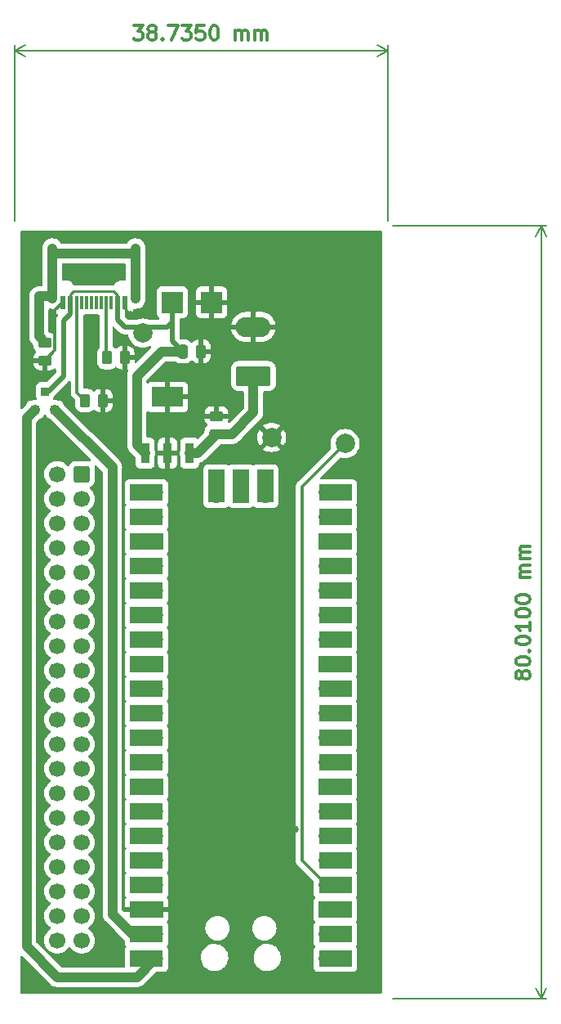
<source format=gtl>
%TF.GenerationSoftware,KiCad,Pcbnew,(6.0.4)*%
%TF.CreationDate,2022-03-30T18:51:52+02:00*%
%TF.ProjectId,Pi-pico-AD9854_adapter,50692d70-6963-46f2-9d41-44393835345f,rev?*%
%TF.SameCoordinates,Original*%
%TF.FileFunction,Copper,L1,Top*%
%TF.FilePolarity,Positive*%
%FSLAX46Y46*%
G04 Gerber Fmt 4.6, Leading zero omitted, Abs format (unit mm)*
G04 Created by KiCad (PCBNEW (6.0.4)) date 2022-03-30 18:51:52*
%MOMM*%
%LPD*%
G01*
G04 APERTURE LIST*
G04 Aperture macros list*
%AMRoundRect*
0 Rectangle with rounded corners*
0 $1 Rounding radius*
0 $2 $3 $4 $5 $6 $7 $8 $9 X,Y pos of 4 corners*
0 Add a 4 corners polygon primitive as box body*
4,1,4,$2,$3,$4,$5,$6,$7,$8,$9,$2,$3,0*
0 Add four circle primitives for the rounded corners*
1,1,$1+$1,$2,$3*
1,1,$1+$1,$4,$5*
1,1,$1+$1,$6,$7*
1,1,$1+$1,$8,$9*
0 Add four rect primitives between the rounded corners*
20,1,$1+$1,$2,$3,$4,$5,0*
20,1,$1+$1,$4,$5,$6,$7,0*
20,1,$1+$1,$6,$7,$8,$9,0*
20,1,$1+$1,$8,$9,$2,$3,0*%
G04 Aperture macros list end*
%ADD10C,0.300000*%
%TA.AperFunction,NonConductor*%
%ADD11C,0.300000*%
%TD*%
%TA.AperFunction,NonConductor*%
%ADD12C,0.200000*%
%TD*%
%TA.AperFunction,SMDPad,CuDef*%
%ADD13R,0.950000X2.150000*%
%TD*%
%TA.AperFunction,SMDPad,CuDef*%
%ADD14R,3.250000X2.150000*%
%TD*%
%TA.AperFunction,ComponentPad*%
%ADD15C,2.000000*%
%TD*%
%TA.AperFunction,SMDPad,CuDef*%
%ADD16R,0.600000X1.450000*%
%TD*%
%TA.AperFunction,SMDPad,CuDef*%
%ADD17R,0.300000X1.450000*%
%TD*%
%TA.AperFunction,ComponentPad*%
%ADD18O,1.050000X2.100000*%
%TD*%
%TA.AperFunction,SMDPad,CuDef*%
%ADD19R,2.198599X2.259800*%
%TD*%
%TA.AperFunction,ComponentPad*%
%ADD20O,1.700000X1.700000*%
%TD*%
%TA.AperFunction,SMDPad,CuDef*%
%ADD21R,3.500000X1.700000*%
%TD*%
%TA.AperFunction,ComponentPad*%
%ADD22R,1.700000X1.700000*%
%TD*%
%TA.AperFunction,SMDPad,CuDef*%
%ADD23R,1.700000X3.500000*%
%TD*%
%TA.AperFunction,ComponentPad*%
%ADD24RoundRect,0.250000X0.600000X0.600000X-0.600000X0.600000X-0.600000X-0.600000X0.600000X-0.600000X0*%
%TD*%
%TA.AperFunction,ComponentPad*%
%ADD25C,1.700000*%
%TD*%
%TA.AperFunction,ComponentPad*%
%ADD26RoundRect,0.249999X1.550001X-0.790001X1.550001X0.790001X-1.550001X0.790001X-1.550001X-0.790001X0*%
%TD*%
%TA.AperFunction,ComponentPad*%
%ADD27O,3.600000X2.080000*%
%TD*%
%TA.AperFunction,SMDPad,CuDef*%
%ADD28R,0.812800X0.889000*%
%TD*%
%TA.AperFunction,SMDPad,CuDef*%
%ADD29RoundRect,0.250000X-0.450000X0.262500X-0.450000X-0.262500X0.450000X-0.262500X0.450000X0.262500X0*%
%TD*%
%TA.AperFunction,SMDPad,CuDef*%
%ADD30RoundRect,0.250000X-0.262500X-0.450000X0.262500X-0.450000X0.262500X0.450000X-0.262500X0.450000X0*%
%TD*%
%TA.AperFunction,SMDPad,CuDef*%
%ADD31RoundRect,0.250000X0.475000X-0.250000X0.475000X0.250000X-0.475000X0.250000X-0.475000X-0.250000X0*%
%TD*%
%TA.AperFunction,SMDPad,CuDef*%
%ADD32RoundRect,0.250000X-0.250000X-0.475000X0.250000X-0.475000X0.250000X0.475000X-0.250000X0.475000X0*%
%TD*%
%TA.AperFunction,ViaPad*%
%ADD33C,0.800000*%
%TD*%
%TA.AperFunction,ViaPad*%
%ADD34C,1.600000*%
%TD*%
%TA.AperFunction,Conductor*%
%ADD35C,1.000000*%
%TD*%
%TA.AperFunction,Conductor*%
%ADD36C,0.250000*%
%TD*%
%TA.AperFunction,Conductor*%
%ADD37C,0.300000*%
%TD*%
%TA.AperFunction,Conductor*%
%ADD38C,0.500000*%
%TD*%
G04 APERTURE END LIST*
D10*
D11*
X156136428Y-61570357D02*
X156065000Y-61713214D01*
X155993571Y-61784642D01*
X155850714Y-61856071D01*
X155779285Y-61856071D01*
X155636428Y-61784642D01*
X155565000Y-61713214D01*
X155493571Y-61570357D01*
X155493571Y-61284642D01*
X155565000Y-61141785D01*
X155636428Y-61070357D01*
X155779285Y-60998928D01*
X155850714Y-60998928D01*
X155993571Y-61070357D01*
X156065000Y-61141785D01*
X156136428Y-61284642D01*
X156136428Y-61570357D01*
X156207857Y-61713214D01*
X156279285Y-61784642D01*
X156422142Y-61856071D01*
X156707857Y-61856071D01*
X156850714Y-61784642D01*
X156922142Y-61713214D01*
X156993571Y-61570357D01*
X156993571Y-61284642D01*
X156922142Y-61141785D01*
X156850714Y-61070357D01*
X156707857Y-60998928D01*
X156422142Y-60998928D01*
X156279285Y-61070357D01*
X156207857Y-61141785D01*
X156136428Y-61284642D01*
X155493571Y-60070357D02*
X155493571Y-59927500D01*
X155565000Y-59784642D01*
X155636428Y-59713214D01*
X155779285Y-59641785D01*
X156065000Y-59570357D01*
X156422142Y-59570357D01*
X156707857Y-59641785D01*
X156850714Y-59713214D01*
X156922142Y-59784642D01*
X156993571Y-59927500D01*
X156993571Y-60070357D01*
X156922142Y-60213214D01*
X156850714Y-60284642D01*
X156707857Y-60356071D01*
X156422142Y-60427500D01*
X156065000Y-60427500D01*
X155779285Y-60356071D01*
X155636428Y-60284642D01*
X155565000Y-60213214D01*
X155493571Y-60070357D01*
X156850714Y-58927500D02*
X156922142Y-58856071D01*
X156993571Y-58927500D01*
X156922142Y-58998928D01*
X156850714Y-58927500D01*
X156993571Y-58927500D01*
X155493571Y-57927500D02*
X155493571Y-57784642D01*
X155565000Y-57641785D01*
X155636428Y-57570357D01*
X155779285Y-57498928D01*
X156065000Y-57427500D01*
X156422142Y-57427500D01*
X156707857Y-57498928D01*
X156850714Y-57570357D01*
X156922142Y-57641785D01*
X156993571Y-57784642D01*
X156993571Y-57927500D01*
X156922142Y-58070357D01*
X156850714Y-58141785D01*
X156707857Y-58213214D01*
X156422142Y-58284642D01*
X156065000Y-58284642D01*
X155779285Y-58213214D01*
X155636428Y-58141785D01*
X155565000Y-58070357D01*
X155493571Y-57927500D01*
X156993571Y-55998928D02*
X156993571Y-56856071D01*
X156993571Y-56427500D02*
X155493571Y-56427500D01*
X155707857Y-56570357D01*
X155850714Y-56713214D01*
X155922142Y-56856071D01*
X155493571Y-55070357D02*
X155493571Y-54927500D01*
X155565000Y-54784642D01*
X155636428Y-54713214D01*
X155779285Y-54641785D01*
X156065000Y-54570357D01*
X156422142Y-54570357D01*
X156707857Y-54641785D01*
X156850714Y-54713214D01*
X156922142Y-54784642D01*
X156993571Y-54927500D01*
X156993571Y-55070357D01*
X156922142Y-55213214D01*
X156850714Y-55284642D01*
X156707857Y-55356071D01*
X156422142Y-55427500D01*
X156065000Y-55427500D01*
X155779285Y-55356071D01*
X155636428Y-55284642D01*
X155565000Y-55213214D01*
X155493571Y-55070357D01*
X155493571Y-53641785D02*
X155493571Y-53498928D01*
X155565000Y-53356071D01*
X155636428Y-53284642D01*
X155779285Y-53213214D01*
X156065000Y-53141785D01*
X156422142Y-53141785D01*
X156707857Y-53213214D01*
X156850714Y-53284642D01*
X156922142Y-53356071D01*
X156993571Y-53498928D01*
X156993571Y-53641785D01*
X156922142Y-53784642D01*
X156850714Y-53856071D01*
X156707857Y-53927500D01*
X156422142Y-53998928D01*
X156065000Y-53998928D01*
X155779285Y-53927500D01*
X155636428Y-53856071D01*
X155565000Y-53784642D01*
X155493571Y-53641785D01*
X156993571Y-51356071D02*
X155993571Y-51356071D01*
X156136428Y-51356071D02*
X156065000Y-51284642D01*
X155993571Y-51141785D01*
X155993571Y-50927500D01*
X156065000Y-50784642D01*
X156207857Y-50713214D01*
X156993571Y-50713214D01*
X156207857Y-50713214D02*
X156065000Y-50641785D01*
X155993571Y-50498928D01*
X155993571Y-50284642D01*
X156065000Y-50141785D01*
X156207857Y-50070357D01*
X156993571Y-50070357D01*
X156993571Y-49356071D02*
X155993571Y-49356071D01*
X156136428Y-49356071D02*
X156065000Y-49284642D01*
X155993571Y-49141785D01*
X155993571Y-48927500D01*
X156065000Y-48784642D01*
X156207857Y-48713214D01*
X156993571Y-48713214D01*
X156207857Y-48713214D02*
X156065000Y-48641785D01*
X155993571Y-48498928D01*
X155993571Y-48284642D01*
X156065000Y-48141785D01*
X156207857Y-48070357D01*
X156993571Y-48070357D01*
D12*
X142740000Y-14922500D02*
X158701420Y-14922500D01*
X142740000Y-94932500D02*
X158701420Y-94932500D01*
X158115000Y-14922500D02*
X158115000Y-94932500D01*
X158115000Y-14922500D02*
X158115000Y-94932500D01*
X158115000Y-14922500D02*
X157528579Y-16049004D01*
X158115000Y-14922500D02*
X158701421Y-16049004D01*
X158115000Y-94932500D02*
X158701421Y-93805996D01*
X158115000Y-94932500D02*
X157528579Y-93805996D01*
D10*
D11*
X115872500Y5796428D02*
X116801071Y5796428D01*
X116301071Y5225000D01*
X116515357Y5225000D01*
X116658214Y5153571D01*
X116729642Y5082142D01*
X116801071Y4939285D01*
X116801071Y4582142D01*
X116729642Y4439285D01*
X116658214Y4367857D01*
X116515357Y4296428D01*
X116086785Y4296428D01*
X115943928Y4367857D01*
X115872500Y4439285D01*
X117658214Y5153571D02*
X117515357Y5225000D01*
X117443928Y5296428D01*
X117372500Y5439285D01*
X117372500Y5510714D01*
X117443928Y5653571D01*
X117515357Y5725000D01*
X117658214Y5796428D01*
X117943928Y5796428D01*
X118086785Y5725000D01*
X118158214Y5653571D01*
X118229642Y5510714D01*
X118229642Y5439285D01*
X118158214Y5296428D01*
X118086785Y5225000D01*
X117943928Y5153571D01*
X117658214Y5153571D01*
X117515357Y5082142D01*
X117443928Y5010714D01*
X117372500Y4867857D01*
X117372500Y4582142D01*
X117443928Y4439285D01*
X117515357Y4367857D01*
X117658214Y4296428D01*
X117943928Y4296428D01*
X118086785Y4367857D01*
X118158214Y4439285D01*
X118229642Y4582142D01*
X118229642Y4867857D01*
X118158214Y5010714D01*
X118086785Y5082142D01*
X117943928Y5153571D01*
X118872500Y4439285D02*
X118943928Y4367857D01*
X118872500Y4296428D01*
X118801071Y4367857D01*
X118872500Y4439285D01*
X118872500Y4296428D01*
X119443928Y5796428D02*
X120443928Y5796428D01*
X119801071Y4296428D01*
X120872500Y5796428D02*
X121801071Y5796428D01*
X121301071Y5225000D01*
X121515357Y5225000D01*
X121658214Y5153571D01*
X121729642Y5082142D01*
X121801071Y4939285D01*
X121801071Y4582142D01*
X121729642Y4439285D01*
X121658214Y4367857D01*
X121515357Y4296428D01*
X121086785Y4296428D01*
X120943928Y4367857D01*
X120872500Y4439285D01*
X123158214Y5796428D02*
X122443928Y5796428D01*
X122372500Y5082142D01*
X122443928Y5153571D01*
X122586785Y5225000D01*
X122943928Y5225000D01*
X123086785Y5153571D01*
X123158214Y5082142D01*
X123229642Y4939285D01*
X123229642Y4582142D01*
X123158214Y4439285D01*
X123086785Y4367857D01*
X122943928Y4296428D01*
X122586785Y4296428D01*
X122443928Y4367857D01*
X122372500Y4439285D01*
X124158214Y5796428D02*
X124301071Y5796428D01*
X124443928Y5725000D01*
X124515357Y5653571D01*
X124586785Y5510714D01*
X124658214Y5225000D01*
X124658214Y4867857D01*
X124586785Y4582142D01*
X124515357Y4439285D01*
X124443928Y4367857D01*
X124301071Y4296428D01*
X124158214Y4296428D01*
X124015357Y4367857D01*
X123943928Y4439285D01*
X123872500Y4582142D01*
X123801071Y4867857D01*
X123801071Y5225000D01*
X123872500Y5510714D01*
X123943928Y5653571D01*
X124015357Y5725000D01*
X124158214Y5796428D01*
X126443928Y4296428D02*
X126443928Y5296428D01*
X126443928Y5153571D02*
X126515357Y5225000D01*
X126658214Y5296428D01*
X126872500Y5296428D01*
X127015357Y5225000D01*
X127086785Y5082142D01*
X127086785Y4296428D01*
X127086785Y5082142D02*
X127158214Y5225000D01*
X127301071Y5296428D01*
X127515357Y5296428D01*
X127658214Y5225000D01*
X127729642Y5082142D01*
X127729642Y4296428D01*
X128443928Y4296428D02*
X128443928Y5296428D01*
X128443928Y5153571D02*
X128515357Y5225000D01*
X128658214Y5296428D01*
X128872500Y5296428D01*
X129015357Y5225000D01*
X129086785Y5082142D01*
X129086785Y4296428D01*
X129086785Y5082142D02*
X129158214Y5225000D01*
X129301071Y5296428D01*
X129515357Y5296428D01*
X129658214Y5225000D01*
X129729642Y5082142D01*
X129729642Y4296428D01*
D12*
X103505000Y-14422500D02*
X103505000Y3761420D01*
X142240000Y-14422500D02*
X142240000Y3761420D01*
X103505000Y3175000D02*
X142240000Y3175000D01*
X103505000Y3175000D02*
X142240000Y3175000D01*
X103505000Y3175000D02*
X104631504Y2588579D01*
X103505000Y3175000D02*
X104631504Y3761421D01*
X142240000Y3175000D02*
X141113496Y3761421D01*
X142240000Y3175000D02*
X141113496Y2588579D01*
D13*
%TO.P,U2,1,IN*%
%TO.N,+5V*%
X117080000Y-38460000D03*
%TO.P,U2,2,GND*%
%TO.N,GND*%
X119380000Y-38460000D03*
%TO.P,U2,3,OUT*%
%TO.N,+3V3*%
X121680000Y-38460000D03*
D14*
%TO.P,U2,4,GND*%
%TO.N,GND*%
X119380000Y-32660000D03*
%TD*%
D15*
%TO.P,TP2,1,1*%
%TO.N,GND*%
X130175000Y-36830000D03*
%TD*%
%TO.P,TP1,1,1*%
%TO.N,+5V*%
X116840000Y-26035000D03*
%TD*%
D16*
%TO.P,J2,A1B12,GND*%
%TO.N,GND*%
X115010000Y-22875000D03*
X108510000Y-22875000D03*
%TO.P,J2,A4B9,VBUS*%
%TO.N,+5V*%
X114210000Y-22875000D03*
X109310000Y-22875000D03*
D17*
%TO.P,J2,A5,CC1*%
%TO.N,Net-(J2-PadA5)*%
X113010000Y-22875000D03*
%TO.P,J2,A6,DP1*%
%TO.N,unconnected-(J2-PadA6)*%
X112010000Y-22875000D03*
%TO.P,J2,A7,DN1*%
%TO.N,unconnected-(J2-PadA7)*%
X111510000Y-22875000D03*
%TO.P,J2,A8,SBU1*%
%TO.N,unconnected-(J2-PadA8)*%
X110510000Y-22875000D03*
%TO.P,J2,B5,CC2*%
%TO.N,Net-(J2-PadB5)*%
X110010000Y-22875000D03*
%TO.P,J2,B6,DP2*%
%TO.N,unconnected-(J2-PadB6)*%
X111010000Y-22875000D03*
%TO.P,J2,B7,DN2*%
%TO.N,unconnected-(J2-PadB7)*%
X112510000Y-22875000D03*
%TO.P,J2,B8,SBU2*%
%TO.N,unconnected-(J2-PadB8)*%
X113510000Y-22875000D03*
D18*
%TO.P,J2,S1,SHIELD*%
%TO.N,Net-(J2-PadS1)*%
X116080000Y-21960000D03*
X107440000Y-17780000D03*
X116080000Y-17780000D03*
X107440000Y-21960000D03*
%TD*%
D19*
%TO.P,D1,1,1*%
%TO.N,+5V*%
X119875300Y-22860000D03*
%TO.P,D1,2,2*%
%TO.N,GND*%
X123964700Y-22860000D03*
%TD*%
D20*
%TO.P,U1,1,GPIO0*%
%TO.N,unconnected-(U1-Pad1)*%
X135890000Y-90805000D03*
D21*
X136790000Y-90805000D03*
D20*
%TO.P,U1,2,GPIO1*%
%TO.N,unconnected-(U1-Pad2)*%
X135890000Y-88265000D03*
D21*
X136790000Y-88265000D03*
%TO.P,U1,3,GND*%
%TO.N,unconnected-(U1-Pad3)*%
X136790000Y-85725000D03*
D22*
X135890000Y-85725000D03*
D20*
%TO.P,U1,4,GPIO2*%
%TO.N,FSK{slash}BPSK*%
X135890000Y-83185000D03*
D21*
X136790000Y-83185000D03*
D20*
%TO.P,U1,5,GPIO3*%
%TO.N,D7*%
X135890000Y-80645000D03*
D21*
X136790000Y-80645000D03*
D20*
%TO.P,U1,6,GPIO4*%
%TO.N,D6*%
X135890000Y-78105000D03*
D21*
X136790000Y-78105000D03*
%TO.P,U1,7,GPIO5*%
%TO.N,D5*%
X136790000Y-75565000D03*
D20*
X135890000Y-75565000D03*
D22*
%TO.P,U1,8,GND*%
%TO.N,unconnected-(U1-Pad8)*%
X135890000Y-73025000D03*
D21*
X136790000Y-73025000D03*
%TO.P,U1,9,GPIO6*%
%TO.N,D4*%
X136790000Y-70485000D03*
D20*
X135890000Y-70485000D03*
%TO.P,U1,10,GPIO7*%
%TO.N,D3*%
X135890000Y-67945000D03*
D21*
X136790000Y-67945000D03*
%TO.P,U1,11,GPIO8*%
%TO.N,D2*%
X136790000Y-65405000D03*
D20*
X135890000Y-65405000D03*
%TO.P,U1,12,GPIO9*%
%TO.N,D1*%
X135890000Y-62865000D03*
D21*
X136790000Y-62865000D03*
D22*
%TO.P,U1,13,GND*%
%TO.N,unconnected-(U1-Pad13)*%
X135890000Y-60325000D03*
D21*
X136790000Y-60325000D03*
%TO.P,U1,14,GPIO10*%
%TO.N,A5*%
X136790000Y-57785000D03*
D20*
X135890000Y-57785000D03*
%TO.P,U1,15,GPIO11*%
%TO.N,A3*%
X135890000Y-55245000D03*
D21*
X136790000Y-55245000D03*
%TO.P,U1,16,GPIO12*%
%TO.N,A1*%
X136790000Y-52705000D03*
D20*
X135890000Y-52705000D03*
D21*
%TO.P,U1,17,GPIO13*%
%TO.N,I{slash}O UD*%
X136790000Y-50165000D03*
D20*
X135890000Y-50165000D03*
D21*
%TO.P,U1,18,GND*%
%TO.N,unconnected-(U1-Pad18)*%
X136790000Y-47625000D03*
D22*
X135890000Y-47625000D03*
D20*
%TO.P,U1,19,GPIO14*%
%TO.N,RDB*%
X135890000Y-45085000D03*
D21*
X136790000Y-45085000D03*
%TO.P,U1,20,GPIO15*%
%TO.N,OSK*%
X136790000Y-42545000D03*
D20*
X135890000Y-42545000D03*
D21*
%TO.P,U1,21,GPIO16*%
%TO.N,MRESET*%
X117210000Y-42545000D03*
D20*
X118110000Y-42545000D03*
D21*
%TO.P,U1,22,GPIO17*%
%TO.N,PMODE*%
X117210000Y-45085000D03*
D20*
X118110000Y-45085000D03*
D21*
%TO.P,U1,23,GND*%
%TO.N,unconnected-(U1-Pad23)*%
X117210000Y-47625000D03*
D22*
X118110000Y-47625000D03*
D20*
%TO.P,U1,24,GPIO18*%
%TO.N,WRB*%
X118110000Y-50165000D03*
D21*
X117210000Y-50165000D03*
%TO.P,U1,25,GPIO19*%
%TO.N,A0*%
X117210000Y-52705000D03*
D20*
X118110000Y-52705000D03*
D21*
%TO.P,U1,26,GPIO20*%
%TO.N,A2*%
X117210000Y-55245000D03*
D20*
X118110000Y-55245000D03*
%TO.P,U1,27,GPIO21*%
%TO.N,A4*%
X118110000Y-57785000D03*
D21*
X117210000Y-57785000D03*
D22*
%TO.P,U1,28,GND*%
%TO.N,unconnected-(U1-Pad28)*%
X118110000Y-60325000D03*
D21*
X117210000Y-60325000D03*
D20*
%TO.P,U1,29,GPIO22*%
%TO.N,D0*%
X118110000Y-62865000D03*
D21*
X117210000Y-62865000D03*
%TO.P,U1,30,RUN*%
%TO.N,unconnected-(U1-Pad30)*%
X117210000Y-65405000D03*
D20*
X118110000Y-65405000D03*
%TO.P,U1,31,GPIO26_ADC0*%
%TO.N,unconnected-(U1-Pad31)*%
X118110000Y-67945000D03*
D21*
X117210000Y-67945000D03*
D20*
%TO.P,U1,32,GPIO27_ADC1*%
%TO.N,unconnected-(U1-Pad32)*%
X118110000Y-70485000D03*
D21*
X117210000Y-70485000D03*
%TO.P,U1,33,AGND*%
%TO.N,unconnected-(U1-Pad33)*%
X117210000Y-73025000D03*
D22*
X118110000Y-73025000D03*
D21*
%TO.P,U1,34,GPIO28_ADC2*%
%TO.N,unconnected-(U1-Pad34)*%
X117210000Y-75565000D03*
D20*
X118110000Y-75565000D03*
D21*
%TO.P,U1,35,ADC_VREF*%
%TO.N,unconnected-(U1-Pad35)*%
X117210000Y-78105000D03*
D20*
X118110000Y-78105000D03*
%TO.P,U1,36,3V3*%
%TO.N,unconnected-(U1-Pad36)*%
X118110000Y-80645000D03*
D21*
X117210000Y-80645000D03*
%TO.P,U1,37,3V3_EN*%
%TO.N,unconnected-(U1-Pad37)*%
X117210000Y-83185000D03*
D20*
X118110000Y-83185000D03*
D21*
%TO.P,U1,38,GND*%
%TO.N,GND*%
X117210000Y-85725000D03*
D22*
X118110000Y-85725000D03*
D21*
%TO.P,U1,39,VSYS*%
%TO.N,Net-(U1-Pad39)*%
X117210000Y-88265000D03*
D20*
X118110000Y-88265000D03*
%TO.P,U1,40,VBUS*%
%TO.N,Net-(U1-Pad40)*%
X118110000Y-90805000D03*
D21*
X117210000Y-90805000D03*
D23*
%TO.P,U1,41,SWCLK*%
%TO.N,unconnected-(U1-Pad41)*%
X129540000Y-41875000D03*
D20*
X129540000Y-42775000D03*
D22*
%TO.P,U1,42,GND*%
%TO.N,unconnected-(U1-Pad42)*%
X127000000Y-42775000D03*
D23*
X127000000Y-41875000D03*
D20*
%TO.P,U1,43,SWDIO*%
%TO.N,unconnected-(U1-Pad43)*%
X124460000Y-42775000D03*
D23*
X124460000Y-41875000D03*
%TD*%
D24*
%TO.P,J1,1,Pin_1*%
%TO.N,unconnected-(J1-Pad1)*%
X110490000Y-40640000D03*
D25*
%TO.P,J1,2,Pin_2*%
%TO.N,MRESET*%
X107950000Y-40640000D03*
%TO.P,J1,3,Pin_3*%
%TO.N,unconnected-(J1-Pad3)*%
X110490000Y-43180000D03*
%TO.P,J1,4,Pin_4*%
%TO.N,OSK*%
X107950000Y-43180000D03*
%TO.P,J1,5,Pin_5*%
%TO.N,unconnected-(J1-Pad5)*%
X110490000Y-45720000D03*
%TO.P,J1,6,Pin_6*%
%TO.N,PMODE*%
X107950000Y-45720000D03*
%TO.P,J1,7,Pin_7*%
%TO.N,unconnected-(J1-Pad7)*%
X110490000Y-48260000D03*
%TO.P,J1,8,Pin_8*%
%TO.N,RDB*%
X107950000Y-48260000D03*
%TO.P,J1,9,Pin_9*%
%TO.N,unconnected-(J1-Pad9)*%
X110490000Y-50800000D03*
%TO.P,J1,10,Pin_10*%
%TO.N,WRB*%
X107950000Y-50800000D03*
%TO.P,J1,11,Pin_11*%
%TO.N,unconnected-(J1-Pad11)*%
X110490000Y-53340000D03*
%TO.P,J1,12,Pin_12*%
%TO.N,I{slash}O UD*%
X107950000Y-53340000D03*
%TO.P,J1,13,Pin_13*%
%TO.N,unconnected-(J1-Pad13)*%
X110490000Y-55880000D03*
%TO.P,J1,14,Pin_14*%
%TO.N,A0*%
X107950000Y-55880000D03*
%TO.P,J1,15,Pin_15*%
%TO.N,unconnected-(J1-Pad15)*%
X110490000Y-58420000D03*
%TO.P,J1,16,Pin_16*%
%TO.N,A1*%
X107950000Y-58420000D03*
%TO.P,J1,17,Pin_17*%
%TO.N,unconnected-(J1-Pad17)*%
X110490000Y-60960000D03*
%TO.P,J1,18,Pin_18*%
%TO.N,A2*%
X107950000Y-60960000D03*
%TO.P,J1,19,Pin_19*%
%TO.N,unconnected-(J1-Pad19)*%
X110490000Y-63500000D03*
%TO.P,J1,20,Pin_20*%
%TO.N,A3*%
X107950000Y-63500000D03*
%TO.P,J1,21,Pin_21*%
%TO.N,unconnected-(J1-Pad21)*%
X110490000Y-66040000D03*
%TO.P,J1,22,Pin_22*%
%TO.N,A4*%
X107950000Y-66040000D03*
%TO.P,J1,23,Pin_23*%
%TO.N,unconnected-(J1-Pad23)*%
X110490000Y-68580000D03*
%TO.P,J1,24,Pin_24*%
%TO.N,A5*%
X107950000Y-68580000D03*
%TO.P,J1,25,Pin_25*%
%TO.N,unconnected-(J1-Pad25)*%
X110490000Y-71120000D03*
%TO.P,J1,26,Pin_26*%
%TO.N,D0*%
X107950000Y-71120000D03*
%TO.P,J1,27,Pin_27*%
%TO.N,unconnected-(J1-Pad27)*%
X110490000Y-73660000D03*
%TO.P,J1,28,Pin_28*%
%TO.N,D1*%
X107950000Y-73660000D03*
%TO.P,J1,29,Pin_29*%
%TO.N,unconnected-(J1-Pad29)*%
X110490000Y-76200000D03*
%TO.P,J1,30,Pin_30*%
%TO.N,D2*%
X107950000Y-76200000D03*
%TO.P,J1,31,Pin_31*%
%TO.N,unconnected-(J1-Pad31)*%
X110490000Y-78740000D03*
%TO.P,J1,32,Pin_32*%
%TO.N,D3*%
X107950000Y-78740000D03*
%TO.P,J1,33,Pin_33*%
%TO.N,unconnected-(J1-Pad33)*%
X110490000Y-81280000D03*
%TO.P,J1,34,Pin_34*%
%TO.N,D4*%
X107950000Y-81280000D03*
%TO.P,J1,35,Pin_35*%
%TO.N,unconnected-(J1-Pad35)*%
X110490000Y-83820000D03*
%TO.P,J1,36,Pin_36*%
%TO.N,D5*%
X107950000Y-83820000D03*
%TO.P,J1,37,Pin_37*%
%TO.N,unconnected-(J1-Pad37)*%
X110490000Y-86360000D03*
%TO.P,J1,38,Pin_38*%
%TO.N,D6*%
X107950000Y-86360000D03*
%TO.P,J1,39,Pin_39*%
%TO.N,unconnected-(J1-Pad39)*%
X110490000Y-88900000D03*
%TO.P,J1,40,Pin_40*%
%TO.N,D7*%
X107950000Y-88900000D03*
%TD*%
D26*
%TO.P,J4,1,Pin_1*%
%TO.N,+3V3*%
X128302500Y-30480000D03*
D27*
%TO.P,J4,2,Pin_2*%
%TO.N,GND*%
X128302500Y-25400000D03*
%TD*%
D28*
%TO.P,U3,1,G*%
%TO.N,Net-(U1-Pad40)*%
X105655001Y-33964999D03*
%TO.P,U3,2,S*%
%TO.N,Net-(U1-Pad39)*%
X107704999Y-33964999D03*
%TO.P,U3,3,D*%
%TO.N,+5V*%
X106680000Y-32075000D03*
%TD*%
D29*
%TO.P,R3,1*%
%TO.N,Net-(J2-PadS1)*%
X106680000Y-27027500D03*
%TO.P,R3,2*%
%TO.N,GND*%
X106680000Y-28852500D03*
%TD*%
D30*
%TO.P,R2,1*%
%TO.N,Net-(J2-PadA5)*%
X113110000Y-28575000D03*
%TO.P,R2,2*%
%TO.N,GND*%
X114935000Y-28575000D03*
%TD*%
%TO.P,R1,1*%
%TO.N,Net-(J2-PadB5)*%
X110847500Y-33020000D03*
%TO.P,R1,2*%
%TO.N,GND*%
X112672500Y-33020000D03*
%TD*%
D15*
%TO.P,J3,1,Pin_1*%
%TO.N,FSK{slash}BPSK*%
X137795000Y-37465000D03*
%TD*%
D31*
%TO.P,C2,1*%
%TO.N,+3V3*%
X124460000Y-36510000D03*
%TO.P,C2,2*%
%TO.N,GND*%
X124460000Y-34610000D03*
%TD*%
D32*
%TO.P,C1,1*%
%TO.N,+5V*%
X120970000Y-27940000D03*
%TO.P,C1,2*%
%TO.N,GND*%
X122870000Y-27940000D03*
%TD*%
D33*
%TO.N,GND*%
X132600500Y-77380500D03*
X132080000Y-79375000D03*
X121285000Y-45085000D03*
X121285000Y-52705000D03*
X121285000Y-55245000D03*
X121285000Y-60325000D03*
X121285000Y-67945000D03*
X121285000Y-70485000D03*
X121285000Y-73025000D03*
X121285000Y-75565000D03*
X121285000Y-79375000D03*
X121285000Y-83185000D03*
D34*
X107315000Y-37465000D03*
X111760000Y-19642500D03*
X126359018Y-50147351D03*
X140335000Y-93345000D03*
X105410000Y-93345000D03*
X140335000Y-17145000D03*
X105410000Y-17145000D03*
D33*
X115570000Y-24130000D03*
%TD*%
D35*
%TO.N,Net-(J2-PadS1)*%
X116080000Y-17780000D02*
X116080000Y-21960000D01*
X107440000Y-17780000D02*
X116080000Y-17780000D01*
X107440000Y-21960000D02*
X107440000Y-17780000D01*
X106045000Y-22225000D02*
X107175000Y-22225000D01*
D36*
%TO.N,GND*%
X115010000Y-23570000D02*
X115570000Y-24130000D01*
X115010000Y-22875000D02*
X115010000Y-23570000D01*
D37*
X107729520Y-23655480D02*
X108510000Y-22875000D01*
X107729520Y-27802980D02*
X107729520Y-23655480D01*
X106680000Y-28852500D02*
X107729520Y-27802980D01*
D36*
%TO.N,+5V*%
X114210000Y-22135000D02*
X114210000Y-22875000D01*
X109630870Y-21730108D02*
X113805108Y-21730108D01*
X113805108Y-21730108D02*
X114210000Y-22135000D01*
X109310000Y-22875000D02*
X109310000Y-22050978D01*
X109310000Y-22050978D02*
X109630870Y-21730108D01*
D38*
X114210000Y-24654511D02*
X114210000Y-22875000D01*
D35*
%TO.N,Net-(J2-PadS1)*%
X106045000Y-26392500D02*
X106680000Y-27027500D01*
X106045000Y-22225000D02*
X106045000Y-26392500D01*
%TO.N,Net-(U1-Pad40)*%
X116205000Y-92710000D02*
X118110000Y-90805000D01*
X104775000Y-89535000D02*
X107950000Y-92710000D01*
X104775000Y-34845000D02*
X104775000Y-89535000D01*
X105655001Y-33964999D02*
X104775000Y-34845000D01*
X107950000Y-92710000D02*
X116205000Y-92710000D01*
D37*
%TO.N,FSK{slash}BPSK*%
X133350000Y-80645000D02*
X135890000Y-83185000D01*
X133350000Y-41910000D02*
X133350000Y-80645000D01*
X137795000Y-37465000D02*
X133350000Y-41910000D01*
D35*
%TO.N,+3V3*%
X126050000Y-36510000D02*
X124460000Y-36510000D01*
X128302500Y-30480000D02*
X128302500Y-34257500D01*
X128302500Y-34257500D02*
X126050000Y-36510000D01*
%TO.N,Net-(U1-Pad39)*%
X115750978Y-88265000D02*
X118110000Y-88265000D01*
X113665000Y-86179022D02*
X115750978Y-88265000D01*
X113665000Y-39925000D02*
X113665000Y-86179022D01*
X107704999Y-33964999D02*
X113665000Y-39925000D01*
D38*
%TO.N,+5V*%
X108585000Y-24765000D02*
X109310000Y-24040000D01*
X108585000Y-30480000D02*
X108585000Y-24765000D01*
X109310000Y-24040000D02*
X109310000Y-22875000D01*
X106990000Y-32075000D02*
X108585000Y-30480000D01*
X106680000Y-32075000D02*
X106990000Y-32075000D01*
D37*
%TO.N,Net-(J2-PadA5)*%
X113010000Y-28475000D02*
X113010000Y-22875000D01*
X113110000Y-28575000D02*
X113010000Y-28475000D01*
D35*
%TO.N,+5V*%
X118745000Y-27940000D02*
X120970000Y-27940000D01*
X116205000Y-30480000D02*
X118745000Y-27940000D01*
X117080000Y-38460000D02*
X116205000Y-37585000D01*
X116205000Y-37585000D02*
X116205000Y-30480000D01*
%TO.N,+3V3*%
X122510000Y-38460000D02*
X124460000Y-36510000D01*
X121680000Y-38460000D02*
X122510000Y-38460000D01*
D38*
%TO.N,+5V*%
X119875300Y-26845300D02*
X120970000Y-27940000D01*
X119875300Y-24904700D02*
X119875300Y-26845300D01*
D37*
%TO.N,Net-(J2-PadB5)*%
X110010000Y-32182500D02*
X110010000Y-22875000D01*
X110847500Y-33020000D02*
X110010000Y-32182500D01*
D38*
%TO.N,+5V*%
X114955489Y-25400000D02*
X114210000Y-24654511D01*
X119875300Y-24904700D02*
X119380000Y-25400000D01*
X119875300Y-22860000D02*
X119875300Y-24904700D01*
X119380000Y-25400000D02*
X114955489Y-25400000D01*
%TD*%
%TA.AperFunction,Conductor*%
%TO.N,GND*%
G36*
X141547121Y-15451002D02*
G01*
X141593614Y-15504658D01*
X141605000Y-15557000D01*
X141605000Y-94298000D01*
X141584998Y-94366121D01*
X141531342Y-94412614D01*
X141479000Y-94424000D01*
X104266000Y-94424000D01*
X104197879Y-94403998D01*
X104151386Y-94350342D01*
X104140000Y-94298000D01*
X104140000Y-90630425D01*
X104160002Y-90562304D01*
X104213658Y-90515811D01*
X104283932Y-90505707D01*
X104348512Y-90535201D01*
X104355095Y-90541330D01*
X107193145Y-93379379D01*
X107202247Y-93389522D01*
X107225968Y-93419025D01*
X107230696Y-93422992D01*
X107264421Y-93451291D01*
X107268069Y-93454472D01*
X107269881Y-93456115D01*
X107272075Y-93458309D01*
X107305349Y-93485642D01*
X107306147Y-93486304D01*
X107377474Y-93546154D01*
X107382144Y-93548722D01*
X107386261Y-93552103D01*
X107406079Y-93562729D01*
X107468086Y-93595977D01*
X107469245Y-93596606D01*
X107545381Y-93638462D01*
X107545389Y-93638465D01*
X107550787Y-93641433D01*
X107555869Y-93643045D01*
X107560563Y-93645562D01*
X107649531Y-93672762D01*
X107650559Y-93673082D01*
X107739306Y-93701235D01*
X107744602Y-93701829D01*
X107749698Y-93703387D01*
X107842257Y-93712790D01*
X107843393Y-93712911D01*
X107877008Y-93716681D01*
X107889730Y-93718108D01*
X107889734Y-93718108D01*
X107893227Y-93718500D01*
X107896754Y-93718500D01*
X107897739Y-93718555D01*
X107903419Y-93719002D01*
X107932825Y-93721989D01*
X107940337Y-93722752D01*
X107940339Y-93722752D01*
X107946462Y-93723374D01*
X107992108Y-93719059D01*
X108003967Y-93718500D01*
X116143157Y-93718500D01*
X116156764Y-93719237D01*
X116188262Y-93722659D01*
X116188267Y-93722659D01*
X116194388Y-93723324D01*
X116220638Y-93721027D01*
X116244388Y-93718950D01*
X116249214Y-93718621D01*
X116251686Y-93718500D01*
X116254769Y-93718500D01*
X116266738Y-93717326D01*
X116297506Y-93714310D01*
X116298819Y-93714188D01*
X116343084Y-93710315D01*
X116391413Y-93706087D01*
X116396532Y-93704600D01*
X116401833Y-93704080D01*
X116490834Y-93677209D01*
X116491967Y-93676874D01*
X116575414Y-93652630D01*
X116575418Y-93652628D01*
X116581336Y-93650909D01*
X116586068Y-93648456D01*
X116591169Y-93646916D01*
X116598173Y-93643192D01*
X116673260Y-93603269D01*
X116674426Y-93602657D01*
X116751453Y-93562729D01*
X116756926Y-93559892D01*
X116761089Y-93556569D01*
X116765796Y-93554066D01*
X116837918Y-93495245D01*
X116838774Y-93494554D01*
X116877973Y-93463262D01*
X116880477Y-93460758D01*
X116881195Y-93460116D01*
X116885528Y-93456415D01*
X116919062Y-93429065D01*
X116948288Y-93393737D01*
X116956277Y-93384958D01*
X118140829Y-92200405D01*
X118203141Y-92166380D01*
X118229924Y-92163500D01*
X119008134Y-92163500D01*
X119070316Y-92156745D01*
X119206705Y-92105615D01*
X119323261Y-92018261D01*
X119410615Y-91901705D01*
X119461745Y-91765316D01*
X119468500Y-91703134D01*
X119468500Y-90902856D01*
X119469578Y-90886409D01*
X119471092Y-90874908D01*
X119471529Y-90871590D01*
X119473156Y-90805000D01*
X119468924Y-90753524D01*
X119468500Y-90743200D01*
X119468500Y-90640469D01*
X122862095Y-90640469D01*
X122862392Y-90645622D01*
X122862392Y-90645625D01*
X122868018Y-90743200D01*
X122875427Y-90871697D01*
X122876564Y-90876743D01*
X122876565Y-90876749D01*
X122908741Y-91019523D01*
X122926346Y-91097642D01*
X122928288Y-91102424D01*
X122928289Y-91102428D01*
X123011540Y-91307450D01*
X123013484Y-91312237D01*
X123134501Y-91509719D01*
X123286147Y-91684784D01*
X123464349Y-91832730D01*
X123664322Y-91949584D01*
X123880694Y-92032209D01*
X123885760Y-92033240D01*
X123885761Y-92033240D01*
X123938846Y-92044040D01*
X124107656Y-92078385D01*
X124238324Y-92083176D01*
X124333949Y-92086683D01*
X124333953Y-92086683D01*
X124339113Y-92086872D01*
X124344233Y-92086216D01*
X124344235Y-92086216D01*
X124417270Y-92076860D01*
X124568847Y-92057442D01*
X124573795Y-92055957D01*
X124573802Y-92055956D01*
X124785747Y-91992369D01*
X124790690Y-91990886D01*
X124871236Y-91951427D01*
X124994049Y-91891262D01*
X124994052Y-91891260D01*
X124998684Y-91888991D01*
X125187243Y-91754494D01*
X125351303Y-91591005D01*
X125362445Y-91575500D01*
X125412875Y-91505318D01*
X125486458Y-91402917D01*
X125533641Y-91307450D01*
X125586784Y-91199922D01*
X125586785Y-91199920D01*
X125589078Y-91195280D01*
X125656408Y-90973671D01*
X125686640Y-90744041D01*
X125688327Y-90675000D01*
X125685488Y-90640469D01*
X128312095Y-90640469D01*
X128312392Y-90645622D01*
X128312392Y-90645625D01*
X128318018Y-90743200D01*
X128325427Y-90871697D01*
X128326564Y-90876743D01*
X128326565Y-90876749D01*
X128358741Y-91019523D01*
X128376346Y-91097642D01*
X128378288Y-91102424D01*
X128378289Y-91102428D01*
X128461540Y-91307450D01*
X128463484Y-91312237D01*
X128584501Y-91509719D01*
X128736147Y-91684784D01*
X128914349Y-91832730D01*
X129114322Y-91949584D01*
X129330694Y-92032209D01*
X129335760Y-92033240D01*
X129335761Y-92033240D01*
X129388846Y-92044040D01*
X129557656Y-92078385D01*
X129688324Y-92083176D01*
X129783949Y-92086683D01*
X129783953Y-92086683D01*
X129789113Y-92086872D01*
X129794233Y-92086216D01*
X129794235Y-92086216D01*
X129867270Y-92076860D01*
X130018847Y-92057442D01*
X130023795Y-92055957D01*
X130023802Y-92055956D01*
X130235747Y-91992369D01*
X130240690Y-91990886D01*
X130321236Y-91951427D01*
X130444049Y-91891262D01*
X130444052Y-91891260D01*
X130448684Y-91888991D01*
X130637243Y-91754494D01*
X130801303Y-91591005D01*
X130812445Y-91575500D01*
X130862875Y-91505318D01*
X130936458Y-91402917D01*
X130983641Y-91307450D01*
X131036784Y-91199922D01*
X131036785Y-91199920D01*
X131039078Y-91195280D01*
X131106408Y-90973671D01*
X131136640Y-90744041D01*
X131138327Y-90675000D01*
X131127337Y-90541330D01*
X131119773Y-90449318D01*
X131119772Y-90449312D01*
X131119349Y-90444167D01*
X131091137Y-90331850D01*
X131064184Y-90224544D01*
X131064183Y-90224540D01*
X131062925Y-90219533D01*
X131057556Y-90207185D01*
X130972630Y-90011868D01*
X130972628Y-90011865D01*
X130970570Y-90007131D01*
X130844764Y-89812665D01*
X130821536Y-89787137D01*
X130795134Y-89758122D01*
X130688887Y-89641358D01*
X130684836Y-89638159D01*
X130684832Y-89638155D01*
X130511177Y-89501011D01*
X130511172Y-89501008D01*
X130507123Y-89497810D01*
X130502607Y-89495317D01*
X130502604Y-89495315D01*
X130308879Y-89388373D01*
X130308875Y-89388371D01*
X130304355Y-89385876D01*
X130299486Y-89384152D01*
X130299482Y-89384150D01*
X130090903Y-89310288D01*
X130090899Y-89310287D01*
X130086028Y-89308562D01*
X130080935Y-89307655D01*
X130080932Y-89307654D01*
X129863095Y-89268851D01*
X129863089Y-89268850D01*
X129858006Y-89267945D01*
X129785096Y-89267054D01*
X129631581Y-89265179D01*
X129631579Y-89265179D01*
X129626411Y-89265116D01*
X129397464Y-89300150D01*
X129177314Y-89372106D01*
X129172726Y-89374494D01*
X129172722Y-89374496D01*
X129009556Y-89459435D01*
X128971872Y-89479052D01*
X128967739Y-89482155D01*
X128967736Y-89482157D01*
X128802424Y-89606277D01*
X128786655Y-89618117D01*
X128626639Y-89785564D01*
X128623725Y-89789836D01*
X128623724Y-89789837D01*
X128608152Y-89812665D01*
X128496119Y-89976899D01*
X128398602Y-90186981D01*
X128336707Y-90410169D01*
X128312095Y-90640469D01*
X125685488Y-90640469D01*
X125677337Y-90541330D01*
X125669773Y-90449318D01*
X125669772Y-90449312D01*
X125669349Y-90444167D01*
X125641137Y-90331850D01*
X125614184Y-90224544D01*
X125614183Y-90224540D01*
X125612925Y-90219533D01*
X125607556Y-90207185D01*
X125522630Y-90011868D01*
X125522628Y-90011865D01*
X125520570Y-90007131D01*
X125394764Y-89812665D01*
X125371536Y-89787137D01*
X125345134Y-89758122D01*
X125238887Y-89641358D01*
X125234836Y-89638159D01*
X125234832Y-89638155D01*
X125061177Y-89501011D01*
X125061172Y-89501008D01*
X125057123Y-89497810D01*
X125052607Y-89495317D01*
X125052604Y-89495315D01*
X124858879Y-89388373D01*
X124858875Y-89388371D01*
X124854355Y-89385876D01*
X124849486Y-89384152D01*
X124849482Y-89384150D01*
X124640903Y-89310288D01*
X124640899Y-89310287D01*
X124636028Y-89308562D01*
X124630935Y-89307655D01*
X124630932Y-89307654D01*
X124413095Y-89268851D01*
X124413089Y-89268850D01*
X124408006Y-89267945D01*
X124335096Y-89267054D01*
X124181581Y-89265179D01*
X124181579Y-89265179D01*
X124176411Y-89265116D01*
X123947464Y-89300150D01*
X123727314Y-89372106D01*
X123722726Y-89374494D01*
X123722722Y-89374496D01*
X123559556Y-89459435D01*
X123521872Y-89479052D01*
X123517739Y-89482155D01*
X123517736Y-89482157D01*
X123352424Y-89606277D01*
X123336655Y-89618117D01*
X123176639Y-89785564D01*
X123173725Y-89789836D01*
X123173724Y-89789837D01*
X123158152Y-89812665D01*
X123046119Y-89976899D01*
X122948602Y-90186981D01*
X122886707Y-90410169D01*
X122862095Y-90640469D01*
X119468500Y-90640469D01*
X119468500Y-89906866D01*
X119461745Y-89844684D01*
X119410615Y-89708295D01*
X119337370Y-89610564D01*
X119312522Y-89544059D01*
X119327575Y-89474676D01*
X119337370Y-89459435D01*
X119390628Y-89388373D01*
X119410615Y-89361705D01*
X119461745Y-89225316D01*
X119468500Y-89163134D01*
X119468500Y-88362856D01*
X119469578Y-88346409D01*
X119471092Y-88334908D01*
X119471529Y-88331590D01*
X119473156Y-88265000D01*
X119468924Y-88213524D01*
X119468500Y-88203200D01*
X119468500Y-87645000D01*
X123311693Y-87645000D01*
X123330885Y-87864371D01*
X123387880Y-88077076D01*
X123390205Y-88082061D01*
X123478618Y-88271666D01*
X123478621Y-88271671D01*
X123480944Y-88276653D01*
X123484100Y-88281160D01*
X123484101Y-88281162D01*
X123591328Y-88434297D01*
X123607251Y-88457038D01*
X123762962Y-88612749D01*
X123943346Y-88739056D01*
X124142924Y-88832120D01*
X124355629Y-88889115D01*
X124575000Y-88908307D01*
X124794371Y-88889115D01*
X125007076Y-88832120D01*
X125206654Y-88739056D01*
X125387038Y-88612749D01*
X125542749Y-88457038D01*
X125558673Y-88434297D01*
X125665899Y-88281162D01*
X125665900Y-88281160D01*
X125669056Y-88276653D01*
X125671379Y-88271671D01*
X125671382Y-88271666D01*
X125759795Y-88082061D01*
X125762120Y-88077076D01*
X125819115Y-87864371D01*
X125838307Y-87645000D01*
X128161693Y-87645000D01*
X128180885Y-87864371D01*
X128237880Y-88077076D01*
X128240205Y-88082061D01*
X128328618Y-88271666D01*
X128328621Y-88271671D01*
X128330944Y-88276653D01*
X128334100Y-88281160D01*
X128334101Y-88281162D01*
X128441328Y-88434297D01*
X128457251Y-88457038D01*
X128612962Y-88612749D01*
X128793346Y-88739056D01*
X128992924Y-88832120D01*
X129205629Y-88889115D01*
X129425000Y-88908307D01*
X129644371Y-88889115D01*
X129857076Y-88832120D01*
X130056654Y-88739056D01*
X130237038Y-88612749D01*
X130392749Y-88457038D01*
X130408673Y-88434297D01*
X130515899Y-88281162D01*
X130515900Y-88281160D01*
X130519056Y-88276653D01*
X130521379Y-88271671D01*
X130521382Y-88271666D01*
X130609795Y-88082061D01*
X130612120Y-88077076D01*
X130669115Y-87864371D01*
X130688307Y-87645000D01*
X130669115Y-87425629D01*
X130612120Y-87212924D01*
X130538630Y-87055324D01*
X130521382Y-87018334D01*
X130521379Y-87018329D01*
X130519056Y-87013347D01*
X130515899Y-87008838D01*
X130395908Y-86837473D01*
X130395906Y-86837470D01*
X130392749Y-86832962D01*
X130237038Y-86677251D01*
X130195904Y-86648448D01*
X130084774Y-86570634D01*
X130056654Y-86550944D01*
X129857076Y-86457880D01*
X129644371Y-86400885D01*
X129425000Y-86381693D01*
X129205629Y-86400885D01*
X128992924Y-86457880D01*
X128899562Y-86501415D01*
X128798334Y-86548618D01*
X128798329Y-86548621D01*
X128793347Y-86550944D01*
X128788840Y-86554100D01*
X128788838Y-86554101D01*
X128617473Y-86674092D01*
X128617470Y-86674094D01*
X128612962Y-86677251D01*
X128457251Y-86832962D01*
X128454094Y-86837470D01*
X128454092Y-86837473D01*
X128334101Y-87008838D01*
X128330944Y-87013347D01*
X128328621Y-87018329D01*
X128328618Y-87018334D01*
X128311370Y-87055324D01*
X128237880Y-87212924D01*
X128180885Y-87425629D01*
X128161693Y-87645000D01*
X125838307Y-87645000D01*
X125819115Y-87425629D01*
X125762120Y-87212924D01*
X125688630Y-87055324D01*
X125671382Y-87018334D01*
X125671379Y-87018329D01*
X125669056Y-87013347D01*
X125665899Y-87008838D01*
X125545908Y-86837473D01*
X125545906Y-86837470D01*
X125542749Y-86832962D01*
X125387038Y-86677251D01*
X125345904Y-86648448D01*
X125234774Y-86570634D01*
X125206654Y-86550944D01*
X125007076Y-86457880D01*
X124794371Y-86400885D01*
X124575000Y-86381693D01*
X124355629Y-86400885D01*
X124142924Y-86457880D01*
X124049562Y-86501415D01*
X123948334Y-86548618D01*
X123948329Y-86548621D01*
X123943347Y-86550944D01*
X123938840Y-86554100D01*
X123938838Y-86554101D01*
X123767473Y-86674092D01*
X123767470Y-86674094D01*
X123762962Y-86677251D01*
X123607251Y-86832962D01*
X123604094Y-86837470D01*
X123604092Y-86837473D01*
X123484101Y-87008838D01*
X123480944Y-87013347D01*
X123478621Y-87018329D01*
X123478618Y-87018334D01*
X123461370Y-87055324D01*
X123387880Y-87212924D01*
X123330885Y-87425629D01*
X123311693Y-87645000D01*
X119468500Y-87645000D01*
X119468500Y-87366866D01*
X119461745Y-87304684D01*
X119410615Y-87168295D01*
X119360422Y-87101323D01*
X119337058Y-87070148D01*
X119312210Y-87003642D01*
X119327263Y-86934259D01*
X119337058Y-86919018D01*
X119404786Y-86828649D01*
X119413324Y-86813054D01*
X119458478Y-86692606D01*
X119462105Y-86677351D01*
X119467631Y-86626486D01*
X119468000Y-86619672D01*
X119468000Y-85997115D01*
X119463525Y-85981876D01*
X119462135Y-85980671D01*
X119454452Y-85979000D01*
X114952001Y-85979000D01*
X114952001Y-85975848D01*
X114909860Y-85975849D01*
X114856259Y-85944047D01*
X114710405Y-85798193D01*
X114676379Y-85735881D01*
X114673500Y-85709098D01*
X114673500Y-84083134D01*
X114951500Y-84083134D01*
X114958255Y-84145316D01*
X115009385Y-84281705D01*
X115014771Y-84288891D01*
X115082942Y-84379852D01*
X115107790Y-84446358D01*
X115092737Y-84515741D01*
X115082942Y-84530982D01*
X115015214Y-84621351D01*
X115006676Y-84636946D01*
X114961522Y-84757394D01*
X114957895Y-84772649D01*
X114952369Y-84823514D01*
X114952000Y-84830328D01*
X114952000Y-85452885D01*
X114956475Y-85468124D01*
X114957865Y-85469329D01*
X114965548Y-85471000D01*
X119449884Y-85471000D01*
X119465123Y-85466525D01*
X119466328Y-85465135D01*
X119467999Y-85457452D01*
X119467999Y-84830331D01*
X119467629Y-84823510D01*
X119462105Y-84772648D01*
X119458479Y-84757396D01*
X119413324Y-84636946D01*
X119404786Y-84621351D01*
X119337058Y-84530982D01*
X119312210Y-84464475D01*
X119327263Y-84395093D01*
X119337058Y-84379852D01*
X119405229Y-84288891D01*
X119410615Y-84281705D01*
X119461745Y-84145316D01*
X119468500Y-84083134D01*
X119468500Y-83282856D01*
X119469578Y-83266409D01*
X119471092Y-83254908D01*
X119471529Y-83251590D01*
X119473156Y-83185000D01*
X119468924Y-83133524D01*
X119468500Y-83123200D01*
X119468500Y-82286866D01*
X119461745Y-82224684D01*
X119410615Y-82088295D01*
X119337370Y-81990564D01*
X119312522Y-81924059D01*
X119327575Y-81854676D01*
X119337370Y-81839435D01*
X119384270Y-81776857D01*
X119410615Y-81741705D01*
X119461745Y-81605316D01*
X119468500Y-81543134D01*
X119468500Y-80742856D01*
X119469578Y-80726409D01*
X119471092Y-80714908D01*
X119471529Y-80711590D01*
X119471892Y-80696727D01*
X119473074Y-80648365D01*
X119473074Y-80648361D01*
X119473156Y-80645000D01*
X119468924Y-80593524D01*
X119468500Y-80583200D01*
X119468500Y-79746866D01*
X119461745Y-79684684D01*
X119410615Y-79548295D01*
X119337370Y-79450564D01*
X119312522Y-79384059D01*
X119327575Y-79314676D01*
X119337370Y-79299435D01*
X119384270Y-79236857D01*
X119410615Y-79201705D01*
X119461745Y-79065316D01*
X119468500Y-79003134D01*
X119468500Y-78202856D01*
X119469578Y-78186409D01*
X119471092Y-78174908D01*
X119471529Y-78171590D01*
X119473156Y-78105000D01*
X119468924Y-78053524D01*
X119468500Y-78043200D01*
X119468500Y-77206866D01*
X119461745Y-77144684D01*
X119410615Y-77008295D01*
X119337370Y-76910564D01*
X119312522Y-76844059D01*
X119327575Y-76774676D01*
X119337370Y-76759435D01*
X119384270Y-76696857D01*
X119410615Y-76661705D01*
X119461745Y-76525316D01*
X119468500Y-76463134D01*
X119468500Y-75662856D01*
X119469578Y-75646409D01*
X119471092Y-75634908D01*
X119471529Y-75631590D01*
X119473156Y-75565000D01*
X119468924Y-75513524D01*
X119468500Y-75503200D01*
X119468500Y-74666866D01*
X119461745Y-74604684D01*
X119410615Y-74468295D01*
X119337370Y-74370564D01*
X119312522Y-74304059D01*
X119327575Y-74234676D01*
X119337370Y-74219435D01*
X119384270Y-74156857D01*
X119410615Y-74121705D01*
X119461745Y-73985316D01*
X119468500Y-73923134D01*
X119468500Y-72126866D01*
X119461745Y-72064684D01*
X119410615Y-71928295D01*
X119337370Y-71830564D01*
X119312522Y-71764059D01*
X119327575Y-71694676D01*
X119337370Y-71679435D01*
X119384270Y-71616857D01*
X119410615Y-71581705D01*
X119461745Y-71445316D01*
X119468500Y-71383134D01*
X119468500Y-70582856D01*
X119469578Y-70566409D01*
X119471092Y-70554908D01*
X119471529Y-70551590D01*
X119473156Y-70485000D01*
X119468924Y-70433524D01*
X119468500Y-70423200D01*
X119468500Y-69586866D01*
X119461745Y-69524684D01*
X119410615Y-69388295D01*
X119337370Y-69290564D01*
X119312522Y-69224059D01*
X119327575Y-69154676D01*
X119337370Y-69139435D01*
X119384270Y-69076857D01*
X119410615Y-69041705D01*
X119461745Y-68905316D01*
X119468500Y-68843134D01*
X119468500Y-68042856D01*
X119469578Y-68026409D01*
X119471092Y-68014908D01*
X119471529Y-68011590D01*
X119473156Y-67945000D01*
X119468924Y-67893524D01*
X119468500Y-67883200D01*
X119468500Y-67046866D01*
X119461745Y-66984684D01*
X119410615Y-66848295D01*
X119337370Y-66750564D01*
X119312522Y-66684059D01*
X119327575Y-66614676D01*
X119337370Y-66599435D01*
X119384270Y-66536857D01*
X119410615Y-66501705D01*
X119461745Y-66365316D01*
X119468500Y-66303134D01*
X119468500Y-65502856D01*
X119469578Y-65486409D01*
X119471092Y-65474908D01*
X119471529Y-65471590D01*
X119473156Y-65405000D01*
X119468924Y-65353524D01*
X119468500Y-65343200D01*
X119468500Y-64506866D01*
X119461745Y-64444684D01*
X119410615Y-64308295D01*
X119337370Y-64210564D01*
X119312522Y-64144059D01*
X119327575Y-64074676D01*
X119337370Y-64059435D01*
X119384270Y-63996857D01*
X119410615Y-63961705D01*
X119461745Y-63825316D01*
X119468500Y-63763134D01*
X119468500Y-62962856D01*
X119469578Y-62946409D01*
X119471092Y-62934908D01*
X119471529Y-62931590D01*
X119473156Y-62865000D01*
X119468924Y-62813524D01*
X119468500Y-62803200D01*
X119468500Y-61966866D01*
X119461745Y-61904684D01*
X119410615Y-61768295D01*
X119337370Y-61670564D01*
X119312522Y-61604059D01*
X119327575Y-61534676D01*
X119337370Y-61519435D01*
X119384270Y-61456857D01*
X119410615Y-61421705D01*
X119461745Y-61285316D01*
X119468500Y-61223134D01*
X119468500Y-59426866D01*
X119461745Y-59364684D01*
X119410615Y-59228295D01*
X119337370Y-59130564D01*
X119312522Y-59064059D01*
X119327575Y-58994676D01*
X119337370Y-58979435D01*
X119384270Y-58916857D01*
X119410615Y-58881705D01*
X119461745Y-58745316D01*
X119468500Y-58683134D01*
X119468500Y-57882856D01*
X119469578Y-57866409D01*
X119471092Y-57854908D01*
X119471529Y-57851590D01*
X119473156Y-57785000D01*
X119468924Y-57733524D01*
X119468500Y-57723200D01*
X119468500Y-56886866D01*
X119461745Y-56824684D01*
X119410615Y-56688295D01*
X119337370Y-56590564D01*
X119312522Y-56524059D01*
X119327575Y-56454676D01*
X119337370Y-56439435D01*
X119384270Y-56376857D01*
X119410615Y-56341705D01*
X119461745Y-56205316D01*
X119468500Y-56143134D01*
X119468500Y-55342856D01*
X119469578Y-55326409D01*
X119471092Y-55314908D01*
X119471529Y-55311590D01*
X119473156Y-55245000D01*
X119468924Y-55193524D01*
X119468500Y-55183200D01*
X119468500Y-54346866D01*
X119461745Y-54284684D01*
X119410615Y-54148295D01*
X119337370Y-54050564D01*
X119312522Y-53984059D01*
X119327575Y-53914676D01*
X119337370Y-53899435D01*
X119384270Y-53836857D01*
X119410615Y-53801705D01*
X119461745Y-53665316D01*
X119468500Y-53603134D01*
X119468500Y-52802856D01*
X119469578Y-52786409D01*
X119471092Y-52774908D01*
X119471529Y-52771590D01*
X119473156Y-52705000D01*
X119468924Y-52653524D01*
X119468500Y-52643200D01*
X119468500Y-51806866D01*
X119461745Y-51744684D01*
X119410615Y-51608295D01*
X119337370Y-51510564D01*
X119312522Y-51444059D01*
X119327575Y-51374676D01*
X119337370Y-51359435D01*
X119384270Y-51296857D01*
X119410615Y-51261705D01*
X119461745Y-51125316D01*
X119468500Y-51063134D01*
X119468500Y-50262856D01*
X119469578Y-50246409D01*
X119471092Y-50234908D01*
X119471529Y-50231590D01*
X119473156Y-50165000D01*
X119468924Y-50113524D01*
X119468500Y-50103200D01*
X119468500Y-49266866D01*
X119461745Y-49204684D01*
X119410615Y-49068295D01*
X119337370Y-48970564D01*
X119312522Y-48904059D01*
X119327575Y-48834676D01*
X119337370Y-48819435D01*
X119384270Y-48756857D01*
X119410615Y-48721705D01*
X119461745Y-48585316D01*
X119468500Y-48523134D01*
X119468500Y-46726866D01*
X119461745Y-46664684D01*
X119410615Y-46528295D01*
X119337370Y-46430564D01*
X119312522Y-46364059D01*
X119327575Y-46294676D01*
X119337370Y-46279435D01*
X119384270Y-46216857D01*
X119410615Y-46181705D01*
X119461745Y-46045316D01*
X119468500Y-45983134D01*
X119468500Y-45182856D01*
X119469578Y-45166409D01*
X119471092Y-45154908D01*
X119471529Y-45151590D01*
X119473156Y-45085000D01*
X119468924Y-45033524D01*
X119468500Y-45023200D01*
X119468500Y-44186866D01*
X119461745Y-44124684D01*
X119410615Y-43988295D01*
X119337370Y-43890564D01*
X119312522Y-43824059D01*
X119327575Y-43754676D01*
X119337370Y-43739435D01*
X119389621Y-43669717D01*
X119410615Y-43641705D01*
X119461745Y-43505316D01*
X119468500Y-43443134D01*
X119468500Y-42741695D01*
X123097251Y-42741695D01*
X123097548Y-42746848D01*
X123097548Y-42746851D01*
X123101291Y-42811763D01*
X123101500Y-42819016D01*
X123101500Y-43673134D01*
X123108255Y-43735316D01*
X123159385Y-43871705D01*
X123246739Y-43988261D01*
X123363295Y-44075615D01*
X123499684Y-44126745D01*
X123561866Y-44133500D01*
X124430826Y-44133500D01*
X124435443Y-44133585D01*
X124516673Y-44136564D01*
X124516677Y-44136564D01*
X124521837Y-44136753D01*
X124526957Y-44136097D01*
X124526959Y-44136097D01*
X124539261Y-44134521D01*
X124555271Y-44133500D01*
X125358134Y-44133500D01*
X125420316Y-44126745D01*
X125556705Y-44075615D01*
X125654436Y-44002370D01*
X125720941Y-43977522D01*
X125790324Y-43992575D01*
X125805562Y-44002368D01*
X125903295Y-44075615D01*
X126039684Y-44126745D01*
X126101866Y-44133500D01*
X127898134Y-44133500D01*
X127960316Y-44126745D01*
X128096705Y-44075615D01*
X128194436Y-44002370D01*
X128260941Y-43977522D01*
X128330324Y-43992575D01*
X128345562Y-44002368D01*
X128443295Y-44075615D01*
X128579684Y-44126745D01*
X128641866Y-44133500D01*
X129510826Y-44133500D01*
X129515443Y-44133585D01*
X129596673Y-44136564D01*
X129596677Y-44136564D01*
X129601837Y-44136753D01*
X129606957Y-44136097D01*
X129606959Y-44136097D01*
X129619261Y-44134521D01*
X129635271Y-44133500D01*
X130438134Y-44133500D01*
X130500316Y-44126745D01*
X130636705Y-44075615D01*
X130753261Y-43988261D01*
X130840615Y-43871705D01*
X130891745Y-43735316D01*
X130898500Y-43673134D01*
X130898500Y-42872856D01*
X130899578Y-42856409D01*
X130901092Y-42844908D01*
X130901529Y-42841590D01*
X130903156Y-42775000D01*
X130898924Y-42723524D01*
X130898500Y-42713200D01*
X130898500Y-41889152D01*
X132686594Y-41889152D01*
X132687340Y-41897043D01*
X132690941Y-41935138D01*
X132691500Y-41946996D01*
X132691500Y-80562944D01*
X132690941Y-80574800D01*
X132689212Y-80582537D01*
X132689461Y-80590459D01*
X132691438Y-80653369D01*
X132691500Y-80657327D01*
X132691500Y-80686432D01*
X132692056Y-80690832D01*
X132692988Y-80702664D01*
X132694438Y-80748831D01*
X132696650Y-80756444D01*
X132696650Y-80756445D01*
X132700419Y-80769416D01*
X132704430Y-80788782D01*
X132707118Y-80810064D01*
X132710034Y-80817429D01*
X132710035Y-80817433D01*
X132724126Y-80853021D01*
X132727965Y-80864231D01*
X132740855Y-80908600D01*
X132751775Y-80927065D01*
X132760466Y-80944805D01*
X132768365Y-80964756D01*
X132795516Y-81002126D01*
X132802033Y-81012048D01*
X132821507Y-81044977D01*
X132821510Y-81044981D01*
X132825547Y-81051807D01*
X132840711Y-81066971D01*
X132853551Y-81082004D01*
X132866159Y-81099357D01*
X132901752Y-81128802D01*
X132910532Y-81136792D01*
X133713598Y-81939857D01*
X134494595Y-82720854D01*
X134528620Y-82783166D01*
X134531500Y-82809949D01*
X134531500Y-83105219D01*
X134530787Y-83118607D01*
X134527251Y-83151695D01*
X134527548Y-83156848D01*
X134527548Y-83156851D01*
X134531291Y-83221763D01*
X134531500Y-83229016D01*
X134531500Y-84083134D01*
X134538255Y-84145316D01*
X134589385Y-84281705D01*
X134615730Y-84316857D01*
X134662630Y-84379435D01*
X134687478Y-84445941D01*
X134672425Y-84515324D01*
X134662632Y-84530562D01*
X134589385Y-84628295D01*
X134538255Y-84764684D01*
X134531500Y-84826866D01*
X134531500Y-86623134D01*
X134538255Y-86685316D01*
X134589385Y-86821705D01*
X134657998Y-86913255D01*
X134662630Y-86919435D01*
X134687478Y-86985941D01*
X134672425Y-87055324D01*
X134662632Y-87070562D01*
X134589385Y-87168295D01*
X134538255Y-87304684D01*
X134531500Y-87366866D01*
X134531500Y-88185219D01*
X134530787Y-88198607D01*
X134527251Y-88231695D01*
X134527548Y-88236848D01*
X134527548Y-88236851D01*
X134531291Y-88301763D01*
X134531500Y-88309016D01*
X134531500Y-89163134D01*
X134538255Y-89225316D01*
X134589385Y-89361705D01*
X134609372Y-89388373D01*
X134662630Y-89459435D01*
X134687478Y-89525941D01*
X134672425Y-89595324D01*
X134662632Y-89610562D01*
X134589385Y-89708295D01*
X134538255Y-89844684D01*
X134531500Y-89906866D01*
X134531500Y-90725219D01*
X134530787Y-90738607D01*
X134527251Y-90771695D01*
X134527548Y-90776848D01*
X134527548Y-90776851D01*
X134531291Y-90841763D01*
X134531500Y-90849016D01*
X134531500Y-91703134D01*
X134538255Y-91765316D01*
X134589385Y-91901705D01*
X134676739Y-92018261D01*
X134793295Y-92105615D01*
X134929684Y-92156745D01*
X134991866Y-92163500D01*
X135860826Y-92163500D01*
X135865443Y-92163585D01*
X135946673Y-92166564D01*
X135946677Y-92166564D01*
X135951837Y-92166753D01*
X135956957Y-92166097D01*
X135956959Y-92166097D01*
X135969261Y-92164521D01*
X135985271Y-92163500D01*
X138588134Y-92163500D01*
X138650316Y-92156745D01*
X138786705Y-92105615D01*
X138903261Y-92018261D01*
X138990615Y-91901705D01*
X139041745Y-91765316D01*
X139048500Y-91703134D01*
X139048500Y-89906866D01*
X139041745Y-89844684D01*
X138990615Y-89708295D01*
X138917370Y-89610564D01*
X138892522Y-89544059D01*
X138907575Y-89474676D01*
X138917370Y-89459435D01*
X138970628Y-89388373D01*
X138990615Y-89361705D01*
X139041745Y-89225316D01*
X139048500Y-89163134D01*
X139048500Y-87366866D01*
X139041745Y-87304684D01*
X138990615Y-87168295D01*
X138917370Y-87070564D01*
X138892522Y-87004059D01*
X138907575Y-86934676D01*
X138917370Y-86919435D01*
X138922002Y-86913255D01*
X138990615Y-86821705D01*
X139041745Y-86685316D01*
X139048500Y-86623134D01*
X139048500Y-84826866D01*
X139041745Y-84764684D01*
X138990615Y-84628295D01*
X138917370Y-84530564D01*
X138892522Y-84464059D01*
X138907575Y-84394676D01*
X138917370Y-84379435D01*
X138964270Y-84316857D01*
X138990615Y-84281705D01*
X139041745Y-84145316D01*
X139048500Y-84083134D01*
X139048500Y-82286866D01*
X139041745Y-82224684D01*
X138990615Y-82088295D01*
X138917370Y-81990564D01*
X138892522Y-81924059D01*
X138907575Y-81854676D01*
X138917370Y-81839435D01*
X138964270Y-81776857D01*
X138990615Y-81741705D01*
X139041745Y-81605316D01*
X139048500Y-81543134D01*
X139048500Y-79746866D01*
X139041745Y-79684684D01*
X138990615Y-79548295D01*
X138917370Y-79450564D01*
X138892522Y-79384059D01*
X138907575Y-79314676D01*
X138917370Y-79299435D01*
X138964270Y-79236857D01*
X138990615Y-79201705D01*
X139041745Y-79065316D01*
X139048500Y-79003134D01*
X139048500Y-77206866D01*
X139041745Y-77144684D01*
X138990615Y-77008295D01*
X138917370Y-76910564D01*
X138892522Y-76844059D01*
X138907575Y-76774676D01*
X138917370Y-76759435D01*
X138964270Y-76696857D01*
X138990615Y-76661705D01*
X139041745Y-76525316D01*
X139048500Y-76463134D01*
X139048500Y-74666866D01*
X139041745Y-74604684D01*
X138990615Y-74468295D01*
X138917370Y-74370564D01*
X138892522Y-74304059D01*
X138907575Y-74234676D01*
X138917370Y-74219435D01*
X138964270Y-74156857D01*
X138990615Y-74121705D01*
X139041745Y-73985316D01*
X139048500Y-73923134D01*
X139048500Y-72126866D01*
X139041745Y-72064684D01*
X138990615Y-71928295D01*
X138917370Y-71830564D01*
X138892522Y-71764059D01*
X138907575Y-71694676D01*
X138917370Y-71679435D01*
X138964270Y-71616857D01*
X138990615Y-71581705D01*
X139041745Y-71445316D01*
X139048500Y-71383134D01*
X139048500Y-69586866D01*
X139041745Y-69524684D01*
X138990615Y-69388295D01*
X138917370Y-69290564D01*
X138892522Y-69224059D01*
X138907575Y-69154676D01*
X138917370Y-69139435D01*
X138964270Y-69076857D01*
X138990615Y-69041705D01*
X139041745Y-68905316D01*
X139048500Y-68843134D01*
X139048500Y-67046866D01*
X139041745Y-66984684D01*
X138990615Y-66848295D01*
X138917370Y-66750564D01*
X138892522Y-66684059D01*
X138907575Y-66614676D01*
X138917370Y-66599435D01*
X138964270Y-66536857D01*
X138990615Y-66501705D01*
X139041745Y-66365316D01*
X139048500Y-66303134D01*
X139048500Y-64506866D01*
X139041745Y-64444684D01*
X138990615Y-64308295D01*
X138917370Y-64210564D01*
X138892522Y-64144059D01*
X138907575Y-64074676D01*
X138917370Y-64059435D01*
X138964270Y-63996857D01*
X138990615Y-63961705D01*
X139041745Y-63825316D01*
X139048500Y-63763134D01*
X139048500Y-61966866D01*
X139041745Y-61904684D01*
X138990615Y-61768295D01*
X138917370Y-61670564D01*
X138892522Y-61604059D01*
X138907575Y-61534676D01*
X138917370Y-61519435D01*
X138964270Y-61456857D01*
X138990615Y-61421705D01*
X139041745Y-61285316D01*
X139048500Y-61223134D01*
X139048500Y-59426866D01*
X139041745Y-59364684D01*
X138990615Y-59228295D01*
X138917370Y-59130564D01*
X138892522Y-59064059D01*
X138907575Y-58994676D01*
X138917370Y-58979435D01*
X138964270Y-58916857D01*
X138990615Y-58881705D01*
X139041745Y-58745316D01*
X139048500Y-58683134D01*
X139048500Y-56886866D01*
X139041745Y-56824684D01*
X138990615Y-56688295D01*
X138917370Y-56590564D01*
X138892522Y-56524059D01*
X138907575Y-56454676D01*
X138917370Y-56439435D01*
X138964270Y-56376857D01*
X138990615Y-56341705D01*
X139041745Y-56205316D01*
X139048500Y-56143134D01*
X139048500Y-54346866D01*
X139041745Y-54284684D01*
X138990615Y-54148295D01*
X138917370Y-54050564D01*
X138892522Y-53984059D01*
X138907575Y-53914676D01*
X138917370Y-53899435D01*
X138964270Y-53836857D01*
X138990615Y-53801705D01*
X139041745Y-53665316D01*
X139048500Y-53603134D01*
X139048500Y-51806866D01*
X139041745Y-51744684D01*
X138990615Y-51608295D01*
X138917370Y-51510564D01*
X138892522Y-51444059D01*
X138907575Y-51374676D01*
X138917370Y-51359435D01*
X138964270Y-51296857D01*
X138990615Y-51261705D01*
X139041745Y-51125316D01*
X139048500Y-51063134D01*
X139048500Y-49266866D01*
X139041745Y-49204684D01*
X138990615Y-49068295D01*
X138917370Y-48970564D01*
X138892522Y-48904059D01*
X138907575Y-48834676D01*
X138917370Y-48819435D01*
X138964270Y-48756857D01*
X138990615Y-48721705D01*
X139041745Y-48585316D01*
X139048500Y-48523134D01*
X139048500Y-46726866D01*
X139041745Y-46664684D01*
X138990615Y-46528295D01*
X138917370Y-46430564D01*
X138892522Y-46364059D01*
X138907575Y-46294676D01*
X138917370Y-46279435D01*
X138964270Y-46216857D01*
X138990615Y-46181705D01*
X139041745Y-46045316D01*
X139048500Y-45983134D01*
X139048500Y-44186866D01*
X139041745Y-44124684D01*
X138990615Y-43988295D01*
X138917370Y-43890564D01*
X138892522Y-43824059D01*
X138907575Y-43754676D01*
X138917370Y-43739435D01*
X138969621Y-43669717D01*
X138990615Y-43641705D01*
X139041745Y-43505316D01*
X139048500Y-43443134D01*
X139048500Y-41646866D01*
X139041745Y-41584684D01*
X138990615Y-41448295D01*
X138903261Y-41331739D01*
X138786705Y-41244385D01*
X138650316Y-41193255D01*
X138588134Y-41186500D01*
X135904985Y-41186500D01*
X135903446Y-41186491D01*
X135800081Y-41185228D01*
X135800079Y-41185228D01*
X135794911Y-41185165D01*
X135789797Y-41185948D01*
X135786289Y-41186193D01*
X135777496Y-41186500D01*
X135308950Y-41186500D01*
X135240829Y-41166498D01*
X135194336Y-41112842D01*
X135184232Y-41042568D01*
X135213726Y-40977988D01*
X135219855Y-40971405D01*
X137245051Y-38946209D01*
X137307363Y-38912183D01*
X137363560Y-38912785D01*
X137553476Y-38958380D01*
X137553482Y-38958381D01*
X137558289Y-38959535D01*
X137795000Y-38978165D01*
X138031711Y-38959535D01*
X138036518Y-38958381D01*
X138036524Y-38958380D01*
X138226439Y-38912785D01*
X138262594Y-38904105D01*
X138267167Y-38902211D01*
X138477389Y-38815135D01*
X138477393Y-38815133D01*
X138481963Y-38813240D01*
X138486183Y-38810654D01*
X138680202Y-38691759D01*
X138680208Y-38691755D01*
X138684416Y-38689176D01*
X138864969Y-38534969D01*
X139019176Y-38354416D01*
X139021755Y-38350208D01*
X139021759Y-38350202D01*
X139140654Y-38156183D01*
X139143240Y-38151963D01*
X139145795Y-38145796D01*
X139232211Y-37937167D01*
X139232212Y-37937165D01*
X139234105Y-37932594D01*
X139270062Y-37782821D01*
X139288380Y-37706524D01*
X139288381Y-37706518D01*
X139289535Y-37701711D01*
X139308165Y-37465000D01*
X139289535Y-37228289D01*
X139281433Y-37194539D01*
X139241756Y-37029276D01*
X139234105Y-36997406D01*
X139232211Y-36992833D01*
X139145135Y-36782611D01*
X139145133Y-36782607D01*
X139143240Y-36778037D01*
X139126365Y-36750500D01*
X139021759Y-36579798D01*
X139021755Y-36579792D01*
X139019176Y-36575584D01*
X138864969Y-36395031D01*
X138684416Y-36240824D01*
X138680208Y-36238245D01*
X138680202Y-36238241D01*
X138486183Y-36119346D01*
X138481963Y-36116760D01*
X138477393Y-36114867D01*
X138477389Y-36114865D01*
X138267167Y-36027789D01*
X138267165Y-36027788D01*
X138262594Y-36025895D01*
X138182391Y-36006640D01*
X138036524Y-35971620D01*
X138036518Y-35971619D01*
X138031711Y-35970465D01*
X137795000Y-35951835D01*
X137558289Y-35970465D01*
X137553482Y-35971619D01*
X137553476Y-35971620D01*
X137407609Y-36006640D01*
X137327406Y-36025895D01*
X137322835Y-36027788D01*
X137322833Y-36027789D01*
X137112611Y-36114865D01*
X137112607Y-36114867D01*
X137108037Y-36116760D01*
X137103817Y-36119346D01*
X136909798Y-36238241D01*
X136909792Y-36238245D01*
X136905584Y-36240824D01*
X136725031Y-36395031D01*
X136570824Y-36575584D01*
X136568245Y-36579792D01*
X136568241Y-36579798D01*
X136463635Y-36750500D01*
X136446760Y-36778037D01*
X136444867Y-36782607D01*
X136444865Y-36782611D01*
X136357789Y-36992833D01*
X136355895Y-36997406D01*
X136348244Y-37029276D01*
X136308568Y-37194539D01*
X136300465Y-37228289D01*
X136281835Y-37465000D01*
X136300465Y-37701711D01*
X136301619Y-37706518D01*
X136301620Y-37706524D01*
X136347215Y-37896440D01*
X136343668Y-37967348D01*
X136313791Y-38014949D01*
X132942395Y-41386345D01*
X132933615Y-41394335D01*
X132933613Y-41394337D01*
X132926920Y-41398584D01*
X132921494Y-41404362D01*
X132921493Y-41404363D01*
X132878396Y-41450257D01*
X132875641Y-41453099D01*
X132855073Y-41473667D01*
X132852356Y-41477170D01*
X132844648Y-41486195D01*
X132813028Y-41519867D01*
X132809207Y-41526818D01*
X132809206Y-41526819D01*
X132802697Y-41538658D01*
X132791843Y-41555182D01*
X132785983Y-41562738D01*
X132778696Y-41572132D01*
X132775549Y-41579404D01*
X132775548Y-41579406D01*
X132760346Y-41614535D01*
X132755124Y-41625195D01*
X132745078Y-41643469D01*
X132732876Y-41665663D01*
X132727541Y-41686441D01*
X132721142Y-41705131D01*
X132712620Y-41724824D01*
X132711380Y-41732655D01*
X132705394Y-41770448D01*
X132702987Y-41782071D01*
X132696097Y-41808909D01*
X132691500Y-41826812D01*
X132691500Y-41848259D01*
X132689949Y-41867969D01*
X132686594Y-41889152D01*
X130898500Y-41889152D01*
X130898500Y-40076866D01*
X130891745Y-40014684D01*
X130840615Y-39878295D01*
X130753261Y-39761739D01*
X130636705Y-39674385D01*
X130500316Y-39623255D01*
X130438134Y-39616500D01*
X128641866Y-39616500D01*
X128579684Y-39623255D01*
X128443295Y-39674385D01*
X128364461Y-39733468D01*
X128345565Y-39747630D01*
X128279059Y-39772478D01*
X128209676Y-39757425D01*
X128194435Y-39747630D01*
X128175539Y-39733468D01*
X128096705Y-39674385D01*
X127960316Y-39623255D01*
X127898134Y-39616500D01*
X126101866Y-39616500D01*
X126039684Y-39623255D01*
X125903295Y-39674385D01*
X125824461Y-39733468D01*
X125805565Y-39747630D01*
X125739059Y-39772478D01*
X125669676Y-39757425D01*
X125654435Y-39747630D01*
X125635539Y-39733468D01*
X125556705Y-39674385D01*
X125420316Y-39623255D01*
X125358134Y-39616500D01*
X123561866Y-39616500D01*
X123499684Y-39623255D01*
X123363295Y-39674385D01*
X123246739Y-39761739D01*
X123159385Y-39878295D01*
X123108255Y-40014684D01*
X123101500Y-40076866D01*
X123101500Y-42695219D01*
X123100787Y-42708607D01*
X123097251Y-42741695D01*
X119468500Y-42741695D01*
X119468500Y-42642856D01*
X119469578Y-42626409D01*
X119471092Y-42614908D01*
X119471529Y-42611590D01*
X119473156Y-42545000D01*
X119468924Y-42493524D01*
X119468500Y-42483200D01*
X119468500Y-41646866D01*
X119461745Y-41584684D01*
X119410615Y-41448295D01*
X119323261Y-41331739D01*
X119206705Y-41244385D01*
X119070316Y-41193255D01*
X119008134Y-41186500D01*
X118124985Y-41186500D01*
X118123446Y-41186491D01*
X118020081Y-41185228D01*
X118020079Y-41185228D01*
X118014911Y-41185165D01*
X118009797Y-41185948D01*
X118006289Y-41186193D01*
X117997496Y-41186500D01*
X115411866Y-41186500D01*
X115349684Y-41193255D01*
X115213295Y-41244385D01*
X115096739Y-41331739D01*
X115009385Y-41448295D01*
X114958255Y-41584684D01*
X114951500Y-41646866D01*
X114951500Y-43443134D01*
X114958255Y-43505316D01*
X115009385Y-43641705D01*
X115030379Y-43669717D01*
X115082630Y-43739435D01*
X115107478Y-43805941D01*
X115092425Y-43875324D01*
X115082632Y-43890562D01*
X115009385Y-43988295D01*
X114958255Y-44124684D01*
X114951500Y-44186866D01*
X114951500Y-45983134D01*
X114958255Y-46045316D01*
X115009385Y-46181705D01*
X115035730Y-46216857D01*
X115082630Y-46279435D01*
X115107478Y-46345941D01*
X115092425Y-46415324D01*
X115082632Y-46430562D01*
X115009385Y-46528295D01*
X114958255Y-46664684D01*
X114951500Y-46726866D01*
X114951500Y-48523134D01*
X114958255Y-48585316D01*
X115009385Y-48721705D01*
X115035730Y-48756857D01*
X115082630Y-48819435D01*
X115107478Y-48885941D01*
X115092425Y-48955324D01*
X115082632Y-48970562D01*
X115009385Y-49068295D01*
X114958255Y-49204684D01*
X114951500Y-49266866D01*
X114951500Y-51063134D01*
X114958255Y-51125316D01*
X115009385Y-51261705D01*
X115035730Y-51296857D01*
X115082630Y-51359435D01*
X115107478Y-51425941D01*
X115092425Y-51495324D01*
X115082632Y-51510562D01*
X115009385Y-51608295D01*
X114958255Y-51744684D01*
X114951500Y-51806866D01*
X114951500Y-53603134D01*
X114958255Y-53665316D01*
X115009385Y-53801705D01*
X115035730Y-53836857D01*
X115082630Y-53899435D01*
X115107478Y-53965941D01*
X115092425Y-54035324D01*
X115082632Y-54050562D01*
X115009385Y-54148295D01*
X114958255Y-54284684D01*
X114951500Y-54346866D01*
X114951500Y-56143134D01*
X114958255Y-56205316D01*
X115009385Y-56341705D01*
X115035730Y-56376857D01*
X115082630Y-56439435D01*
X115107478Y-56505941D01*
X115092425Y-56575324D01*
X115082632Y-56590562D01*
X115009385Y-56688295D01*
X114958255Y-56824684D01*
X114951500Y-56886866D01*
X114951500Y-58683134D01*
X114958255Y-58745316D01*
X115009385Y-58881705D01*
X115035730Y-58916857D01*
X115082630Y-58979435D01*
X115107478Y-59045941D01*
X115092425Y-59115324D01*
X115082632Y-59130562D01*
X115009385Y-59228295D01*
X114958255Y-59364684D01*
X114951500Y-59426866D01*
X114951500Y-61223134D01*
X114958255Y-61285316D01*
X115009385Y-61421705D01*
X115035730Y-61456857D01*
X115082630Y-61519435D01*
X115107478Y-61585941D01*
X115092425Y-61655324D01*
X115082632Y-61670562D01*
X115009385Y-61768295D01*
X114958255Y-61904684D01*
X114951500Y-61966866D01*
X114951500Y-63763134D01*
X114958255Y-63825316D01*
X115009385Y-63961705D01*
X115035730Y-63996857D01*
X115082630Y-64059435D01*
X115107478Y-64125941D01*
X115092425Y-64195324D01*
X115082632Y-64210562D01*
X115009385Y-64308295D01*
X114958255Y-64444684D01*
X114951500Y-64506866D01*
X114951500Y-66303134D01*
X114958255Y-66365316D01*
X115009385Y-66501705D01*
X115035730Y-66536857D01*
X115082630Y-66599435D01*
X115107478Y-66665941D01*
X115092425Y-66735324D01*
X115082632Y-66750562D01*
X115009385Y-66848295D01*
X114958255Y-66984684D01*
X114951500Y-67046866D01*
X114951500Y-68843134D01*
X114958255Y-68905316D01*
X115009385Y-69041705D01*
X115035730Y-69076857D01*
X115082630Y-69139435D01*
X115107478Y-69205941D01*
X115092425Y-69275324D01*
X115082632Y-69290562D01*
X115009385Y-69388295D01*
X114958255Y-69524684D01*
X114951500Y-69586866D01*
X114951500Y-71383134D01*
X114958255Y-71445316D01*
X115009385Y-71581705D01*
X115035730Y-71616857D01*
X115082630Y-71679435D01*
X115107478Y-71745941D01*
X115092425Y-71815324D01*
X115082632Y-71830562D01*
X115009385Y-71928295D01*
X114958255Y-72064684D01*
X114951500Y-72126866D01*
X114951500Y-73923134D01*
X114958255Y-73985316D01*
X115009385Y-74121705D01*
X115035730Y-74156857D01*
X115082630Y-74219435D01*
X115107478Y-74285941D01*
X115092425Y-74355324D01*
X115082632Y-74370562D01*
X115009385Y-74468295D01*
X114958255Y-74604684D01*
X114951500Y-74666866D01*
X114951500Y-76463134D01*
X114958255Y-76525316D01*
X115009385Y-76661705D01*
X115035730Y-76696857D01*
X115082630Y-76759435D01*
X115107478Y-76825941D01*
X115092425Y-76895324D01*
X115082632Y-76910562D01*
X115009385Y-77008295D01*
X114958255Y-77144684D01*
X114951500Y-77206866D01*
X114951500Y-79003134D01*
X114958255Y-79065316D01*
X115009385Y-79201705D01*
X115035730Y-79236857D01*
X115082630Y-79299435D01*
X115107478Y-79365941D01*
X115092425Y-79435324D01*
X115082632Y-79450562D01*
X115009385Y-79548295D01*
X114958255Y-79684684D01*
X114951500Y-79746866D01*
X114951500Y-81543134D01*
X114958255Y-81605316D01*
X115009385Y-81741705D01*
X115035730Y-81776857D01*
X115082630Y-81839435D01*
X115107478Y-81905941D01*
X115092425Y-81975324D01*
X115082632Y-81990562D01*
X115009385Y-82088295D01*
X114958255Y-82224684D01*
X114951500Y-82286866D01*
X114951500Y-84083134D01*
X114673500Y-84083134D01*
X114673500Y-39986842D01*
X114674237Y-39973235D01*
X114677659Y-39941737D01*
X114677659Y-39941732D01*
X114678324Y-39935611D01*
X114675496Y-39903285D01*
X114673950Y-39885609D01*
X114673621Y-39880784D01*
X114673500Y-39878313D01*
X114673500Y-39875231D01*
X114669309Y-39832489D01*
X114669187Y-39831174D01*
X114665488Y-39788891D01*
X114661087Y-39738587D01*
X114659600Y-39733468D01*
X114659080Y-39728167D01*
X114632218Y-39639194D01*
X114631862Y-39637994D01*
X114631707Y-39637460D01*
X114605909Y-39548663D01*
X114603455Y-39543929D01*
X114601916Y-39538831D01*
X114558316Y-39456831D01*
X114557702Y-39455663D01*
X114517726Y-39378541D01*
X114517725Y-39378540D01*
X114514892Y-39373074D01*
X114511569Y-39368911D01*
X114509066Y-39364204D01*
X114450245Y-39292082D01*
X114449554Y-39291226D01*
X114418262Y-39252027D01*
X114415758Y-39249523D01*
X114415116Y-39248805D01*
X114411409Y-39244465D01*
X114384065Y-39210938D01*
X114348737Y-39181712D01*
X114339958Y-39173723D01*
X111499432Y-36333197D01*
X108648503Y-33482269D01*
X108615015Y-33422319D01*
X108613997Y-33418039D01*
X108613144Y-33410183D01*
X108562014Y-33273794D01*
X108474660Y-33157238D01*
X108358104Y-33069884D01*
X108221715Y-33018754D01*
X108159533Y-33011999D01*
X108056229Y-33011999D01*
X108019390Y-33006493D01*
X107911199Y-32973415D01*
X107911197Y-32973415D01*
X107905301Y-32971612D01*
X107847448Y-32965735D01*
X107714665Y-32952247D01*
X107714660Y-32952247D01*
X107708537Y-32951625D01*
X107655486Y-32956640D01*
X107585786Y-32943138D01*
X107534450Y-32894096D01*
X107517777Y-32825085D01*
X107532781Y-32771854D01*
X107537015Y-32766205D01*
X107588145Y-32629816D01*
X107593137Y-32583863D01*
X107620379Y-32518301D01*
X107629305Y-32508376D01*
X109073911Y-31063770D01*
X109088323Y-31051384D01*
X109099918Y-31042851D01*
X109099923Y-31042846D01*
X109105818Y-31038508D01*
X109110557Y-31032930D01*
X109110560Y-31032927D01*
X109129475Y-31010662D01*
X109188824Y-30971697D01*
X109259817Y-30971004D01*
X109319915Y-31008803D01*
X109350037Y-31073093D01*
X109351500Y-31092241D01*
X109351500Y-32100444D01*
X109350941Y-32112300D01*
X109349212Y-32120037D01*
X109349461Y-32127959D01*
X109351438Y-32190869D01*
X109351500Y-32194827D01*
X109351500Y-32223932D01*
X109352056Y-32228332D01*
X109352988Y-32240164D01*
X109354438Y-32286331D01*
X109356650Y-32293944D01*
X109356650Y-32293945D01*
X109360419Y-32306916D01*
X109364430Y-32326282D01*
X109367118Y-32347564D01*
X109370034Y-32354929D01*
X109370035Y-32354933D01*
X109384126Y-32390521D01*
X109387965Y-32401731D01*
X109400855Y-32446100D01*
X109411775Y-32464565D01*
X109420466Y-32482305D01*
X109428365Y-32502256D01*
X109455516Y-32539626D01*
X109462033Y-32549548D01*
X109481507Y-32582477D01*
X109481510Y-32582481D01*
X109485547Y-32589307D01*
X109500711Y-32604471D01*
X109513551Y-32619504D01*
X109526159Y-32636857D01*
X109561752Y-32666302D01*
X109570532Y-32674292D01*
X109789595Y-32893355D01*
X109823621Y-32955667D01*
X109826500Y-32982450D01*
X109826500Y-33520400D01*
X109826837Y-33523646D01*
X109826837Y-33523650D01*
X109836618Y-33617914D01*
X109837474Y-33626166D01*
X109893450Y-33793946D01*
X109986522Y-33944348D01*
X109991704Y-33949521D01*
X110010753Y-33968537D01*
X110111697Y-34069305D01*
X110117927Y-34073145D01*
X110117928Y-34073146D01*
X110255288Y-34157816D01*
X110262262Y-34162115D01*
X110315539Y-34179786D01*
X110423611Y-34215632D01*
X110423613Y-34215632D01*
X110430139Y-34217797D01*
X110436975Y-34218497D01*
X110436978Y-34218498D01*
X110480031Y-34222909D01*
X110534600Y-34228500D01*
X111160400Y-34228500D01*
X111163646Y-34228163D01*
X111163650Y-34228163D01*
X111259308Y-34218238D01*
X111259312Y-34218237D01*
X111266166Y-34217526D01*
X111272702Y-34215345D01*
X111272704Y-34215345D01*
X111422703Y-34165301D01*
X111433946Y-34161550D01*
X111584348Y-34068478D01*
X111671137Y-33981537D01*
X111733421Y-33947458D01*
X111804241Y-33952461D01*
X111849329Y-33981382D01*
X111931829Y-34063739D01*
X111943240Y-34072751D01*
X112081243Y-34157816D01*
X112094424Y-34163963D01*
X112248710Y-34215138D01*
X112262086Y-34218005D01*
X112356438Y-34227672D01*
X112362854Y-34228000D01*
X112400385Y-34228000D01*
X112415624Y-34223525D01*
X112416829Y-34222135D01*
X112418500Y-34214452D01*
X112418500Y-34209884D01*
X112926500Y-34209884D01*
X112930975Y-34225123D01*
X112932365Y-34226328D01*
X112940048Y-34227999D01*
X112982095Y-34227999D01*
X112988614Y-34227662D01*
X113084206Y-34217743D01*
X113097600Y-34214851D01*
X113251784Y-34163412D01*
X113264962Y-34157239D01*
X113402807Y-34071937D01*
X113414208Y-34062901D01*
X113528739Y-33948171D01*
X113537751Y-33936760D01*
X113622816Y-33798757D01*
X113628963Y-33785576D01*
X113680138Y-33631290D01*
X113683005Y-33617914D01*
X113692672Y-33523562D01*
X113693000Y-33517146D01*
X113693000Y-33292115D01*
X113688525Y-33276876D01*
X113687135Y-33275671D01*
X113679452Y-33274000D01*
X112944615Y-33274000D01*
X112929376Y-33278475D01*
X112928171Y-33279865D01*
X112926500Y-33287548D01*
X112926500Y-34209884D01*
X112418500Y-34209884D01*
X112418500Y-32747885D01*
X112926500Y-32747885D01*
X112930975Y-32763124D01*
X112932365Y-32764329D01*
X112940048Y-32766000D01*
X113674884Y-32766000D01*
X113690123Y-32761525D01*
X113691328Y-32760135D01*
X113692999Y-32752452D01*
X113692999Y-32522905D01*
X113692662Y-32516386D01*
X113682743Y-32420794D01*
X113679851Y-32407400D01*
X113628412Y-32253216D01*
X113622239Y-32240038D01*
X113536937Y-32102193D01*
X113527901Y-32090792D01*
X113413171Y-31976261D01*
X113401760Y-31967249D01*
X113263757Y-31882184D01*
X113250576Y-31876037D01*
X113096290Y-31824862D01*
X113082914Y-31821995D01*
X112988562Y-31812328D01*
X112982145Y-31812000D01*
X112944615Y-31812000D01*
X112929376Y-31816475D01*
X112928171Y-31817865D01*
X112926500Y-31825548D01*
X112926500Y-32747885D01*
X112418500Y-32747885D01*
X112418500Y-31830116D01*
X112414025Y-31814877D01*
X112412635Y-31813672D01*
X112404952Y-31812001D01*
X112362905Y-31812001D01*
X112356386Y-31812338D01*
X112260794Y-31822257D01*
X112247400Y-31825149D01*
X112093216Y-31876588D01*
X112080038Y-31882761D01*
X111942193Y-31968063D01*
X111930792Y-31977099D01*
X111849570Y-32058462D01*
X111787287Y-32092541D01*
X111716467Y-32087538D01*
X111671380Y-32058617D01*
X111588488Y-31975870D01*
X111588483Y-31975866D01*
X111583303Y-31970695D01*
X111577072Y-31966854D01*
X111438968Y-31881725D01*
X111438966Y-31881724D01*
X111432738Y-31877885D01*
X111352995Y-31851436D01*
X111271389Y-31824368D01*
X111271387Y-31824368D01*
X111264861Y-31822203D01*
X111258025Y-31821503D01*
X111258022Y-31821502D01*
X111214969Y-31817091D01*
X111160400Y-31811500D01*
X110794500Y-31811500D01*
X110726379Y-31791498D01*
X110679886Y-31737842D01*
X110668500Y-31685500D01*
X110668500Y-24233355D01*
X110688502Y-24165234D01*
X110742158Y-24118741D01*
X110805039Y-24108585D01*
X110805074Y-24107947D01*
X110808005Y-24108106D01*
X110808096Y-24108091D01*
X110808458Y-24108130D01*
X110808462Y-24108130D01*
X110811866Y-24108500D01*
X111208134Y-24108500D01*
X111211529Y-24108131D01*
X111211533Y-24108131D01*
X111239222Y-24105123D01*
X111246394Y-24104344D01*
X111273606Y-24104344D01*
X111280778Y-24105123D01*
X111308467Y-24108131D01*
X111308471Y-24108131D01*
X111311866Y-24108500D01*
X111708134Y-24108500D01*
X111711529Y-24108131D01*
X111711533Y-24108131D01*
X111739222Y-24105123D01*
X111746394Y-24104344D01*
X111773606Y-24104344D01*
X111780778Y-24105123D01*
X111808467Y-24108131D01*
X111808471Y-24108131D01*
X111811866Y-24108500D01*
X112208134Y-24108500D01*
X112211538Y-24108130D01*
X112211542Y-24108130D01*
X112211904Y-24108091D01*
X112211988Y-24108106D01*
X112214926Y-24107947D01*
X112214964Y-24108640D01*
X112281785Y-24120625D01*
X112333796Y-24168951D01*
X112351500Y-24233355D01*
X112351500Y-27496085D01*
X112331498Y-27564206D01*
X112314673Y-27585103D01*
X112248195Y-27651697D01*
X112244355Y-27657927D01*
X112244354Y-27657928D01*
X112178756Y-27764348D01*
X112155385Y-27802262D01*
X112099703Y-27970139D01*
X112089000Y-28074600D01*
X112089000Y-29075400D01*
X112089337Y-29078646D01*
X112089337Y-29078650D01*
X112099179Y-29173500D01*
X112099974Y-29181166D01*
X112102155Y-29187702D01*
X112102155Y-29187704D01*
X112127678Y-29264206D01*
X112155950Y-29348946D01*
X112249022Y-29499348D01*
X112374197Y-29624305D01*
X112380427Y-29628145D01*
X112380428Y-29628146D01*
X112517788Y-29712816D01*
X112524762Y-29717115D01*
X112557507Y-29727976D01*
X112686111Y-29770632D01*
X112686113Y-29770632D01*
X112692639Y-29772797D01*
X112699475Y-29773497D01*
X112699478Y-29773498D01*
X112742531Y-29777909D01*
X112797100Y-29783500D01*
X113422900Y-29783500D01*
X113426146Y-29783163D01*
X113426150Y-29783163D01*
X113521808Y-29773238D01*
X113521812Y-29773237D01*
X113528666Y-29772526D01*
X113535202Y-29770345D01*
X113535204Y-29770345D01*
X113667306Y-29726272D01*
X113696446Y-29716550D01*
X113846848Y-29623478D01*
X113933637Y-29536537D01*
X113995921Y-29502458D01*
X114066741Y-29507461D01*
X114111829Y-29536382D01*
X114194329Y-29618739D01*
X114205740Y-29627751D01*
X114343743Y-29712816D01*
X114356924Y-29718963D01*
X114511210Y-29770138D01*
X114524586Y-29773005D01*
X114618938Y-29782672D01*
X114625354Y-29783000D01*
X114662885Y-29783000D01*
X114678124Y-29778525D01*
X114679329Y-29777135D01*
X114681000Y-29769452D01*
X114681000Y-28302885D01*
X115189000Y-28302885D01*
X115193475Y-28318124D01*
X115194865Y-28319329D01*
X115202548Y-28321000D01*
X115937384Y-28321000D01*
X115952623Y-28316525D01*
X115953828Y-28315135D01*
X115955499Y-28307452D01*
X115955499Y-28077905D01*
X115955162Y-28071386D01*
X115945243Y-27975794D01*
X115942351Y-27962400D01*
X115890912Y-27808216D01*
X115884739Y-27795038D01*
X115799437Y-27657193D01*
X115790401Y-27645792D01*
X115675671Y-27531261D01*
X115664260Y-27522249D01*
X115526257Y-27437184D01*
X115513076Y-27431037D01*
X115358790Y-27379862D01*
X115345414Y-27376995D01*
X115251062Y-27367328D01*
X115244645Y-27367000D01*
X115207115Y-27367000D01*
X115191876Y-27371475D01*
X115190671Y-27372865D01*
X115189000Y-27380548D01*
X115189000Y-28302885D01*
X114681000Y-28302885D01*
X114681000Y-27385116D01*
X114676525Y-27369877D01*
X114675135Y-27368672D01*
X114667452Y-27367001D01*
X114625405Y-27367001D01*
X114618886Y-27367338D01*
X114523294Y-27377257D01*
X114509900Y-27380149D01*
X114355716Y-27431588D01*
X114342538Y-27437761D01*
X114204693Y-27523063D01*
X114193292Y-27532099D01*
X114112070Y-27613462D01*
X114049787Y-27647541D01*
X113978967Y-27642538D01*
X113933880Y-27613617D01*
X113850988Y-27530870D01*
X113850983Y-27530866D01*
X113845803Y-27525695D01*
X113728383Y-27453316D01*
X113680891Y-27400545D01*
X113668500Y-27346057D01*
X113668500Y-25489882D01*
X113688502Y-25421761D01*
X113742158Y-25375268D01*
X113812432Y-25365164D01*
X113877012Y-25394658D01*
X113883595Y-25400787D01*
X114371719Y-25888911D01*
X114384105Y-25903323D01*
X114392638Y-25914918D01*
X114392643Y-25914923D01*
X114396981Y-25920818D01*
X114402559Y-25925557D01*
X114402562Y-25925560D01*
X114437257Y-25955035D01*
X114444773Y-25961965D01*
X114450469Y-25967661D01*
X114453330Y-25969924D01*
X114453335Y-25969929D01*
X114472745Y-25985285D01*
X114476147Y-25988074D01*
X114509609Y-26016502D01*
X114531774Y-26035333D01*
X114538291Y-26038661D01*
X114543339Y-26042027D01*
X114548461Y-26045190D01*
X114554205Y-26049735D01*
X114620384Y-26080664D01*
X114624268Y-26082563D01*
X114689297Y-26115769D01*
X114696412Y-26117510D01*
X114702067Y-26119613D01*
X114707806Y-26121522D01*
X114714439Y-26124622D01*
X114785924Y-26139491D01*
X114790190Y-26140457D01*
X114861099Y-26157808D01*
X114866701Y-26158156D01*
X114866704Y-26158156D01*
X114872253Y-26158500D01*
X114872251Y-26158535D01*
X114876223Y-26158775D01*
X114880444Y-26159152D01*
X114887604Y-26160641D01*
X114965031Y-26158546D01*
X114968439Y-26158500D01*
X115220313Y-26158500D01*
X115288434Y-26178502D01*
X115334927Y-26232158D01*
X115344762Y-26264790D01*
X115345077Y-26266777D01*
X115345465Y-26271711D01*
X115400895Y-26502594D01*
X115402788Y-26507165D01*
X115402789Y-26507167D01*
X115489811Y-26717257D01*
X115491760Y-26721963D01*
X115494346Y-26726183D01*
X115613241Y-26920202D01*
X115613245Y-26920208D01*
X115615824Y-26924416D01*
X115770031Y-27104969D01*
X115950584Y-27259176D01*
X115954792Y-27261755D01*
X115954798Y-27261759D01*
X116088432Y-27343650D01*
X116153037Y-27383240D01*
X116157607Y-27385133D01*
X116157611Y-27385135D01*
X116367833Y-27472211D01*
X116372406Y-27474105D01*
X116452609Y-27493360D01*
X116598476Y-27528380D01*
X116598482Y-27528381D01*
X116603289Y-27529535D01*
X116840000Y-27548165D01*
X117076711Y-27529535D01*
X117081518Y-27528381D01*
X117081524Y-27528380D01*
X117227391Y-27493360D01*
X117307594Y-27474105D01*
X117375046Y-27446166D01*
X117522393Y-27385133D01*
X117522394Y-27385133D01*
X117526963Y-27383240D01*
X117530055Y-27381345D01*
X117599471Y-27368309D01*
X117665255Y-27395010D01*
X117706161Y-27453037D01*
X117709201Y-27523969D01*
X117675991Y-27582775D01*
X116170595Y-29088171D01*
X116108283Y-29122197D01*
X116037468Y-29117132D01*
X115980632Y-29074585D01*
X115955821Y-29008065D01*
X115955500Y-28999076D01*
X115955500Y-28847115D01*
X115951025Y-28831876D01*
X115949635Y-28830671D01*
X115941952Y-28829000D01*
X115207115Y-28829000D01*
X115191876Y-28833475D01*
X115190671Y-28834865D01*
X115189000Y-28842548D01*
X115189000Y-29764884D01*
X115193475Y-29780123D01*
X115194865Y-29781328D01*
X115202548Y-29782999D01*
X115223822Y-29782999D01*
X115291943Y-29803001D01*
X115338436Y-29856657D01*
X115348540Y-29926931D01*
X115334866Y-29968539D01*
X115322565Y-29991481D01*
X115319022Y-29998088D01*
X115318394Y-29999245D01*
X115276538Y-30075381D01*
X115276535Y-30075389D01*
X115273567Y-30080787D01*
X115271955Y-30085869D01*
X115269438Y-30090563D01*
X115242238Y-30179531D01*
X115241918Y-30180559D01*
X115213765Y-30269306D01*
X115213171Y-30274602D01*
X115211613Y-30279698D01*
X115210990Y-30285834D01*
X115202218Y-30372187D01*
X115202089Y-30373393D01*
X115196500Y-30423227D01*
X115196500Y-30426754D01*
X115196445Y-30427739D01*
X115195998Y-30433419D01*
X115193011Y-30462825D01*
X115192409Y-30468758D01*
X115191626Y-30476462D01*
X115192206Y-30482593D01*
X115195941Y-30522109D01*
X115196500Y-30533967D01*
X115196500Y-37523157D01*
X115195763Y-37536764D01*
X115191676Y-37574388D01*
X115192213Y-37580523D01*
X115196050Y-37624388D01*
X115196379Y-37629214D01*
X115196500Y-37631686D01*
X115196500Y-37634769D01*
X115196801Y-37637837D01*
X115200690Y-37677506D01*
X115200812Y-37678819D01*
X115201885Y-37691080D01*
X115208913Y-37771413D01*
X115210400Y-37776532D01*
X115210920Y-37781833D01*
X115237791Y-37870834D01*
X115238126Y-37871967D01*
X115264091Y-37961336D01*
X115266544Y-37966068D01*
X115268084Y-37971169D01*
X115270978Y-37976612D01*
X115311731Y-38053260D01*
X115312343Y-38054426D01*
X115352271Y-38131453D01*
X115355108Y-38136926D01*
X115358431Y-38141089D01*
X115360934Y-38145796D01*
X115419755Y-38217918D01*
X115420446Y-38218774D01*
X115451738Y-38257973D01*
X115454242Y-38260477D01*
X115454884Y-38261195D01*
X115458585Y-38265528D01*
X115485935Y-38299062D01*
X115521267Y-38328291D01*
X115530037Y-38336272D01*
X116059595Y-38865829D01*
X116093620Y-38928142D01*
X116096500Y-38954925D01*
X116096500Y-39583134D01*
X116103255Y-39645316D01*
X116154385Y-39781705D01*
X116241739Y-39898261D01*
X116358295Y-39985615D01*
X116494684Y-40036745D01*
X116556866Y-40043500D01*
X117603134Y-40043500D01*
X117665316Y-40036745D01*
X117801705Y-39985615D01*
X117918261Y-39898261D01*
X118005615Y-39781705D01*
X118056745Y-39645316D01*
X118063500Y-39583134D01*
X118063500Y-39579669D01*
X118397001Y-39579669D01*
X118397371Y-39586490D01*
X118402895Y-39637352D01*
X118406521Y-39652604D01*
X118451676Y-39773054D01*
X118460214Y-39788649D01*
X118536715Y-39890724D01*
X118549276Y-39903285D01*
X118651351Y-39979786D01*
X118666946Y-39988324D01*
X118787394Y-40033478D01*
X118802649Y-40037105D01*
X118853514Y-40042631D01*
X118860328Y-40043000D01*
X119107885Y-40043000D01*
X119123124Y-40038525D01*
X119124329Y-40037135D01*
X119126000Y-40029452D01*
X119126000Y-40024884D01*
X119634000Y-40024884D01*
X119638475Y-40040123D01*
X119639865Y-40041328D01*
X119647548Y-40042999D01*
X119899669Y-40042999D01*
X119906490Y-40042629D01*
X119957352Y-40037105D01*
X119972604Y-40033479D01*
X120093054Y-39988324D01*
X120108649Y-39979786D01*
X120210724Y-39903285D01*
X120223285Y-39890724D01*
X120299786Y-39788649D01*
X120308324Y-39773054D01*
X120353478Y-39652606D01*
X120357105Y-39637351D01*
X120362631Y-39586486D01*
X120363000Y-39579672D01*
X120363000Y-38732115D01*
X120358525Y-38716876D01*
X120357135Y-38715671D01*
X120349452Y-38714000D01*
X119652115Y-38714000D01*
X119636876Y-38718475D01*
X119635671Y-38719865D01*
X119634000Y-38727548D01*
X119634000Y-40024884D01*
X119126000Y-40024884D01*
X119126000Y-38732115D01*
X119121525Y-38716876D01*
X119120135Y-38715671D01*
X119112452Y-38714000D01*
X118415116Y-38714000D01*
X118399877Y-38718475D01*
X118398672Y-38719865D01*
X118397001Y-38727548D01*
X118397001Y-39579669D01*
X118063500Y-39579669D01*
X118063500Y-38713524D01*
X118069265Y-38675847D01*
X118071965Y-38667232D01*
X118073208Y-38655798D01*
X118092659Y-38476737D01*
X118092659Y-38476733D01*
X118093324Y-38470612D01*
X118091777Y-38452925D01*
X120666645Y-38452925D01*
X120684570Y-38649888D01*
X120686308Y-38655794D01*
X120686309Y-38655798D01*
X120691374Y-38673006D01*
X120696500Y-38708581D01*
X120696500Y-39583134D01*
X120703255Y-39645316D01*
X120754385Y-39781705D01*
X120841739Y-39898261D01*
X120958295Y-39985615D01*
X121094684Y-40036745D01*
X121156866Y-40043500D01*
X122203134Y-40043500D01*
X122265316Y-40036745D01*
X122401705Y-39985615D01*
X122518261Y-39898261D01*
X122605615Y-39781705D01*
X122656745Y-39645316D01*
X122663500Y-39583134D01*
X122663500Y-39560739D01*
X122683502Y-39492618D01*
X122737158Y-39446125D01*
X122753082Y-39440117D01*
X122795703Y-39427249D01*
X122796967Y-39426874D01*
X122880414Y-39402630D01*
X122880418Y-39402628D01*
X122886336Y-39400909D01*
X122891068Y-39398456D01*
X122896169Y-39396916D01*
X122901612Y-39394022D01*
X122978260Y-39353269D01*
X122979426Y-39352657D01*
X123056453Y-39312729D01*
X123061926Y-39309892D01*
X123066089Y-39306569D01*
X123070796Y-39304066D01*
X123142918Y-39245245D01*
X123143774Y-39244554D01*
X123182973Y-39213262D01*
X123185477Y-39210758D01*
X123186195Y-39210116D01*
X123190528Y-39206415D01*
X123224062Y-39179065D01*
X123228482Y-39173723D01*
X123253287Y-39143738D01*
X123261277Y-39134958D01*
X124333565Y-38062670D01*
X129307160Y-38062670D01*
X129312887Y-38070320D01*
X129484042Y-38175205D01*
X129492837Y-38179687D01*
X129702988Y-38266734D01*
X129712373Y-38269783D01*
X129933554Y-38322885D01*
X129943301Y-38324428D01*
X130170070Y-38342275D01*
X130179930Y-38342275D01*
X130406699Y-38324428D01*
X130416446Y-38322885D01*
X130637627Y-38269783D01*
X130647012Y-38266734D01*
X130857163Y-38179687D01*
X130865958Y-38175205D01*
X131033445Y-38072568D01*
X131042907Y-38062110D01*
X131039124Y-38053334D01*
X130187812Y-37202022D01*
X130173868Y-37194408D01*
X130172035Y-37194539D01*
X130165420Y-37198790D01*
X129313920Y-38050290D01*
X129307160Y-38062670D01*
X124333565Y-38062670D01*
X124840830Y-37555405D01*
X124903142Y-37521379D01*
X124929925Y-37518500D01*
X125988157Y-37518500D01*
X126001764Y-37519237D01*
X126033262Y-37522659D01*
X126033267Y-37522659D01*
X126039388Y-37523324D01*
X126066432Y-37520958D01*
X126089388Y-37518950D01*
X126094214Y-37518621D01*
X126096686Y-37518500D01*
X126099769Y-37518500D01*
X126111738Y-37517326D01*
X126142506Y-37514310D01*
X126143819Y-37514188D01*
X126188084Y-37510315D01*
X126236413Y-37506087D01*
X126241532Y-37504600D01*
X126246833Y-37504080D01*
X126335834Y-37477209D01*
X126336967Y-37476874D01*
X126420414Y-37452630D01*
X126420418Y-37452628D01*
X126426336Y-37450909D01*
X126431068Y-37448456D01*
X126436169Y-37446916D01*
X126441612Y-37444022D01*
X126518260Y-37403269D01*
X126519426Y-37402657D01*
X126596453Y-37362729D01*
X126601926Y-37359892D01*
X126606089Y-37356569D01*
X126610796Y-37354066D01*
X126682918Y-37295245D01*
X126683774Y-37294554D01*
X126722973Y-37263262D01*
X126725477Y-37260758D01*
X126726195Y-37260116D01*
X126730528Y-37256415D01*
X126764062Y-37229065D01*
X126793288Y-37193737D01*
X126801277Y-37184958D01*
X127151305Y-36834930D01*
X128662725Y-36834930D01*
X128680572Y-37061699D01*
X128682115Y-37071446D01*
X128735217Y-37292627D01*
X128738266Y-37302012D01*
X128825313Y-37512163D01*
X128829795Y-37520958D01*
X128932432Y-37688445D01*
X128942890Y-37697907D01*
X128951666Y-37694124D01*
X129802978Y-36842812D01*
X129809356Y-36831132D01*
X130539408Y-36831132D01*
X130539539Y-36832965D01*
X130543790Y-36839580D01*
X131395290Y-37691080D01*
X131407670Y-37697840D01*
X131415320Y-37692113D01*
X131520205Y-37520958D01*
X131524687Y-37512163D01*
X131611734Y-37302012D01*
X131614783Y-37292627D01*
X131667885Y-37071446D01*
X131669428Y-37061699D01*
X131687275Y-36834930D01*
X131687275Y-36825070D01*
X131669428Y-36598301D01*
X131667885Y-36588554D01*
X131614783Y-36367373D01*
X131611734Y-36357988D01*
X131524687Y-36147837D01*
X131520205Y-36139042D01*
X131417568Y-35971555D01*
X131407110Y-35962093D01*
X131398334Y-35965876D01*
X130547022Y-36817188D01*
X130539408Y-36831132D01*
X129809356Y-36831132D01*
X129810592Y-36828868D01*
X129810461Y-36827035D01*
X129806210Y-36820420D01*
X128954710Y-35968920D01*
X128942330Y-35962160D01*
X128934680Y-35967887D01*
X128829795Y-36139042D01*
X128825313Y-36147837D01*
X128738266Y-36357988D01*
X128735217Y-36367373D01*
X128682115Y-36588554D01*
X128680572Y-36598301D01*
X128662725Y-36825070D01*
X128662725Y-36834930D01*
X127151305Y-36834930D01*
X128388344Y-35597890D01*
X129307093Y-35597890D01*
X129310876Y-35606666D01*
X130162188Y-36457978D01*
X130176132Y-36465592D01*
X130177965Y-36465461D01*
X130184580Y-36461210D01*
X131036080Y-35609710D01*
X131042840Y-35597330D01*
X131037113Y-35589680D01*
X130865958Y-35484795D01*
X130857163Y-35480313D01*
X130647012Y-35393266D01*
X130637627Y-35390217D01*
X130416446Y-35337115D01*
X130406699Y-35335572D01*
X130179930Y-35317725D01*
X130170070Y-35317725D01*
X129943301Y-35335572D01*
X129933554Y-35337115D01*
X129712373Y-35390217D01*
X129702988Y-35393266D01*
X129492837Y-35480313D01*
X129484042Y-35484795D01*
X129316555Y-35587432D01*
X129307093Y-35597890D01*
X128388344Y-35597890D01*
X128971879Y-35014355D01*
X128982022Y-35005253D01*
X129006718Y-34985397D01*
X129011525Y-34981532D01*
X129043792Y-34943078D01*
X129046972Y-34939431D01*
X129048615Y-34937619D01*
X129050809Y-34935425D01*
X129078142Y-34902151D01*
X129078848Y-34901300D01*
X129098779Y-34877548D01*
X129138654Y-34830026D01*
X129141222Y-34825356D01*
X129144603Y-34821239D01*
X129188477Y-34739414D01*
X129189106Y-34738255D01*
X129230962Y-34662119D01*
X129230965Y-34662111D01*
X129233933Y-34656713D01*
X129235545Y-34651631D01*
X129238062Y-34646937D01*
X129265262Y-34557969D01*
X129265608Y-34556858D01*
X129291873Y-34474063D01*
X129293735Y-34468194D01*
X129294329Y-34462898D01*
X129295887Y-34457802D01*
X129305290Y-34365243D01*
X129305411Y-34364107D01*
X129311000Y-34314273D01*
X129311000Y-34310746D01*
X129311055Y-34309761D01*
X129311502Y-34304081D01*
X129315874Y-34261038D01*
X129311559Y-34215391D01*
X129311000Y-34203533D01*
X129311000Y-32154499D01*
X129331002Y-32086378D01*
X129384658Y-32039885D01*
X129437000Y-32028499D01*
X129902900Y-32028499D01*
X130008667Y-32017526D01*
X130043453Y-32005920D01*
X130169502Y-31963867D01*
X130169504Y-31963866D01*
X130176446Y-31961550D01*
X130326849Y-31868479D01*
X130451806Y-31743303D01*
X130544615Y-31592739D01*
X130600297Y-31424862D01*
X130611000Y-31320401D01*
X130610999Y-29639600D01*
X130600026Y-29533833D01*
X130570376Y-29444962D01*
X130546367Y-29372998D01*
X130546366Y-29372996D01*
X130544050Y-29366054D01*
X130450979Y-29215651D01*
X130390106Y-29154884D01*
X130347512Y-29112365D01*
X130325803Y-29090694D01*
X130250521Y-29044290D01*
X130181469Y-29001725D01*
X130181467Y-29001724D01*
X130175239Y-28997885D01*
X130095496Y-28971436D01*
X130013890Y-28944368D01*
X130013888Y-28944368D01*
X130007362Y-28942203D01*
X130000526Y-28941503D01*
X130000523Y-28941502D01*
X129957470Y-28937091D01*
X129902901Y-28931500D01*
X128314842Y-28931500D01*
X126702100Y-28931501D01*
X126596333Y-28942474D01*
X126589786Y-28944658D01*
X126589787Y-28944658D01*
X126435498Y-28996133D01*
X126435496Y-28996134D01*
X126428554Y-28998450D01*
X126278151Y-29091521D01*
X126272978Y-29096703D01*
X126260327Y-29109376D01*
X126153194Y-29216697D01*
X126149354Y-29222927D01*
X126071675Y-29348946D01*
X126060385Y-29367261D01*
X126058081Y-29374208D01*
X126016921Y-29498303D01*
X126004703Y-29535138D01*
X125994000Y-29639599D01*
X125994001Y-31320400D01*
X126004974Y-31426167D01*
X126007158Y-31432713D01*
X126058230Y-31585792D01*
X126060950Y-31593946D01*
X126154021Y-31744349D01*
X126279197Y-31869306D01*
X126429761Y-31962115D01*
X126472410Y-31976261D01*
X126591110Y-32015632D01*
X126591112Y-32015632D01*
X126597638Y-32017797D01*
X126604474Y-32018497D01*
X126604477Y-32018498D01*
X126647530Y-32022909D01*
X126702099Y-32028500D01*
X127168000Y-32028500D01*
X127236121Y-32048502D01*
X127282614Y-32102158D01*
X127294000Y-32154500D01*
X127294000Y-33787575D01*
X127273998Y-33855696D01*
X127257095Y-33876670D01*
X126470376Y-34663390D01*
X125841733Y-35292033D01*
X125779421Y-35326058D01*
X125708606Y-35320994D01*
X125651770Y-35278447D01*
X125626959Y-35211927D01*
X125633045Y-35163271D01*
X125680137Y-35021293D01*
X125683005Y-35007914D01*
X125692672Y-34913562D01*
X125693000Y-34907146D01*
X125693000Y-34882115D01*
X125688525Y-34866876D01*
X125687135Y-34865671D01*
X125679452Y-34864000D01*
X123245116Y-34864000D01*
X123229877Y-34868475D01*
X123228672Y-34869865D01*
X123227001Y-34877548D01*
X123227001Y-34907095D01*
X123227338Y-34913614D01*
X123237257Y-35009206D01*
X123240149Y-35022600D01*
X123291588Y-35176784D01*
X123297761Y-35189962D01*
X123383063Y-35327807D01*
X123392099Y-35339208D01*
X123506828Y-35453738D01*
X123515762Y-35460794D01*
X123556823Y-35518712D01*
X123560053Y-35589635D01*
X123524426Y-35651046D01*
X123516593Y-35657846D01*
X123510652Y-35661522D01*
X123385695Y-35786697D01*
X123292885Y-35937262D01*
X123237203Y-36105139D01*
X123226500Y-36209600D01*
X123226500Y-36265076D01*
X123206498Y-36333197D01*
X123189595Y-36354171D01*
X122597659Y-36946107D01*
X122535347Y-36980133D01*
X122464532Y-36975068D01*
X122433000Y-36957839D01*
X122421775Y-36949427D01*
X122401705Y-36934385D01*
X122265316Y-36883255D01*
X122203134Y-36876500D01*
X121156866Y-36876500D01*
X121094684Y-36883255D01*
X120958295Y-36934385D01*
X120841739Y-37021739D01*
X120754385Y-37138295D01*
X120703255Y-37274684D01*
X120696500Y-37336866D01*
X120696500Y-38207515D01*
X120690867Y-38244767D01*
X120687318Y-38256232D01*
X120666645Y-38452925D01*
X118091777Y-38452925D01*
X118076087Y-38273587D01*
X118072826Y-38262360D01*
X118068503Y-38247483D01*
X118063500Y-38212330D01*
X118063500Y-38187885D01*
X118397000Y-38187885D01*
X118401475Y-38203124D01*
X118402865Y-38204329D01*
X118410548Y-38206000D01*
X119107885Y-38206000D01*
X119123124Y-38201525D01*
X119124329Y-38200135D01*
X119126000Y-38192452D01*
X119126000Y-38187885D01*
X119634000Y-38187885D01*
X119638475Y-38203124D01*
X119639865Y-38204329D01*
X119647548Y-38206000D01*
X120344884Y-38206000D01*
X120360123Y-38201525D01*
X120361328Y-38200135D01*
X120362999Y-38192452D01*
X120362999Y-37340331D01*
X120362629Y-37333510D01*
X120357105Y-37282648D01*
X120353479Y-37267396D01*
X120308324Y-37146946D01*
X120299786Y-37131351D01*
X120223285Y-37029276D01*
X120210724Y-37016715D01*
X120108649Y-36940214D01*
X120093054Y-36931676D01*
X119972606Y-36886522D01*
X119957351Y-36882895D01*
X119906486Y-36877369D01*
X119899672Y-36877000D01*
X119652115Y-36877000D01*
X119636876Y-36881475D01*
X119635671Y-36882865D01*
X119634000Y-36890548D01*
X119634000Y-38187885D01*
X119126000Y-38187885D01*
X119126000Y-36895116D01*
X119121525Y-36879877D01*
X119120135Y-36878672D01*
X119112452Y-36877001D01*
X118860331Y-36877001D01*
X118853510Y-36877371D01*
X118802648Y-36882895D01*
X118787396Y-36886521D01*
X118666946Y-36931676D01*
X118651351Y-36940214D01*
X118549276Y-37016715D01*
X118536715Y-37029276D01*
X118460214Y-37131351D01*
X118451676Y-37146946D01*
X118406522Y-37267394D01*
X118402895Y-37282649D01*
X118397369Y-37333514D01*
X118397000Y-37340328D01*
X118397000Y-38187885D01*
X118063500Y-38187885D01*
X118063500Y-37336866D01*
X118056745Y-37274684D01*
X118005615Y-37138295D01*
X117918261Y-37021739D01*
X117801705Y-36934385D01*
X117665316Y-36883255D01*
X117603134Y-36876500D01*
X117339500Y-36876500D01*
X117271379Y-36856498D01*
X117224886Y-36802842D01*
X117213500Y-36750500D01*
X117213500Y-34337885D01*
X123227000Y-34337885D01*
X123231475Y-34353124D01*
X123232865Y-34354329D01*
X123240548Y-34356000D01*
X124187885Y-34356000D01*
X124203124Y-34351525D01*
X124204329Y-34350135D01*
X124206000Y-34342452D01*
X124206000Y-34337885D01*
X124714000Y-34337885D01*
X124718475Y-34353124D01*
X124719865Y-34354329D01*
X124727548Y-34356000D01*
X125674884Y-34356000D01*
X125690123Y-34351525D01*
X125691328Y-34350135D01*
X125692999Y-34342452D01*
X125692999Y-34312905D01*
X125692662Y-34306386D01*
X125682743Y-34210794D01*
X125679851Y-34197400D01*
X125628412Y-34043216D01*
X125622239Y-34030038D01*
X125536937Y-33892193D01*
X125527901Y-33880792D01*
X125413171Y-33766261D01*
X125401760Y-33757249D01*
X125263757Y-33672184D01*
X125250576Y-33666037D01*
X125096290Y-33614862D01*
X125082914Y-33611995D01*
X124988562Y-33602328D01*
X124982145Y-33602000D01*
X124732115Y-33602000D01*
X124716876Y-33606475D01*
X124715671Y-33607865D01*
X124714000Y-33615548D01*
X124714000Y-34337885D01*
X124206000Y-34337885D01*
X124206000Y-33620116D01*
X124201525Y-33604877D01*
X124200135Y-33603672D01*
X124192452Y-33602001D01*
X123937905Y-33602001D01*
X123931386Y-33602338D01*
X123835794Y-33612257D01*
X123822400Y-33615149D01*
X123668216Y-33666588D01*
X123655038Y-33672761D01*
X123517193Y-33758063D01*
X123505792Y-33767099D01*
X123391261Y-33881829D01*
X123382249Y-33893240D01*
X123297184Y-34031243D01*
X123291037Y-34044424D01*
X123239862Y-34198710D01*
X123236995Y-34212086D01*
X123227328Y-34306438D01*
X123227000Y-34312855D01*
X123227000Y-34337885D01*
X117213500Y-34337885D01*
X117213500Y-34215944D01*
X117233502Y-34147823D01*
X117287158Y-34101330D01*
X117357432Y-34091226D01*
X117415065Y-34115118D01*
X117501351Y-34179786D01*
X117516946Y-34188324D01*
X117637394Y-34233478D01*
X117652649Y-34237105D01*
X117703514Y-34242631D01*
X117710328Y-34243000D01*
X119107885Y-34243000D01*
X119123124Y-34238525D01*
X119124329Y-34237135D01*
X119126000Y-34229452D01*
X119126000Y-34224884D01*
X119634000Y-34224884D01*
X119638475Y-34240123D01*
X119639865Y-34241328D01*
X119647548Y-34242999D01*
X121049669Y-34242999D01*
X121056490Y-34242629D01*
X121107352Y-34237105D01*
X121122604Y-34233479D01*
X121243054Y-34188324D01*
X121258649Y-34179786D01*
X121360724Y-34103285D01*
X121373285Y-34090724D01*
X121449786Y-33988649D01*
X121458324Y-33973054D01*
X121503478Y-33852606D01*
X121507105Y-33837351D01*
X121512631Y-33786486D01*
X121513000Y-33779672D01*
X121513000Y-32932115D01*
X121508525Y-32916876D01*
X121507135Y-32915671D01*
X121499452Y-32914000D01*
X119652115Y-32914000D01*
X119636876Y-32918475D01*
X119635671Y-32919865D01*
X119634000Y-32927548D01*
X119634000Y-34224884D01*
X119126000Y-34224884D01*
X119126000Y-32387885D01*
X119634000Y-32387885D01*
X119638475Y-32403124D01*
X119639865Y-32404329D01*
X119647548Y-32406000D01*
X121494884Y-32406000D01*
X121510123Y-32401525D01*
X121511328Y-32400135D01*
X121512999Y-32392452D01*
X121512999Y-31540331D01*
X121512629Y-31533510D01*
X121507105Y-31482648D01*
X121503479Y-31467396D01*
X121458324Y-31346946D01*
X121449786Y-31331351D01*
X121373285Y-31229276D01*
X121360724Y-31216715D01*
X121258649Y-31140214D01*
X121243054Y-31131676D01*
X121122606Y-31086522D01*
X121107351Y-31082895D01*
X121056486Y-31077369D01*
X121049672Y-31077000D01*
X119652115Y-31077000D01*
X119636876Y-31081475D01*
X119635671Y-31082865D01*
X119634000Y-31090548D01*
X119634000Y-32387885D01*
X119126000Y-32387885D01*
X119126000Y-31095116D01*
X119121525Y-31079877D01*
X119120135Y-31078672D01*
X119112452Y-31077001D01*
X117710331Y-31077001D01*
X117703510Y-31077371D01*
X117652648Y-31082895D01*
X117637396Y-31086521D01*
X117516946Y-31131676D01*
X117501351Y-31140214D01*
X117415065Y-31204882D01*
X117348558Y-31229730D01*
X117279176Y-31214677D01*
X117228946Y-31164503D01*
X117213500Y-31104056D01*
X117213500Y-30949925D01*
X117233502Y-30881804D01*
X117250405Y-30860830D01*
X119125830Y-28985405D01*
X119188142Y-28951379D01*
X119214925Y-28948500D01*
X120128650Y-28948500D01*
X120196771Y-28968502D01*
X120217667Y-28985326D01*
X120246697Y-29014305D01*
X120252927Y-29018145D01*
X120252928Y-29018146D01*
X120390288Y-29102816D01*
X120397262Y-29107115D01*
X120436254Y-29120048D01*
X120558611Y-29160632D01*
X120558613Y-29160632D01*
X120565139Y-29162797D01*
X120571975Y-29163497D01*
X120571978Y-29163498D01*
X120615031Y-29167909D01*
X120669600Y-29173500D01*
X121270400Y-29173500D01*
X121273646Y-29173163D01*
X121273650Y-29173163D01*
X121369308Y-29163238D01*
X121369312Y-29163237D01*
X121376166Y-29162526D01*
X121382702Y-29160345D01*
X121382704Y-29160345D01*
X121530683Y-29110975D01*
X121543946Y-29106550D01*
X121694348Y-29013478D01*
X121819305Y-28888303D01*
X121822102Y-28883765D01*
X121879353Y-28843176D01*
X121950276Y-28839946D01*
X122011687Y-28875572D01*
X122019062Y-28884068D01*
X122027098Y-28894207D01*
X122141829Y-29008739D01*
X122153240Y-29017751D01*
X122291243Y-29102816D01*
X122304424Y-29108963D01*
X122458710Y-29160138D01*
X122472086Y-29163005D01*
X122566438Y-29172672D01*
X122572854Y-29173000D01*
X122597885Y-29173000D01*
X122613124Y-29168525D01*
X122614329Y-29167135D01*
X122616000Y-29159452D01*
X122616000Y-29154884D01*
X123124000Y-29154884D01*
X123128475Y-29170123D01*
X123129865Y-29171328D01*
X123137548Y-29172999D01*
X123167095Y-29172999D01*
X123173614Y-29172662D01*
X123269206Y-29162743D01*
X123282600Y-29159851D01*
X123436784Y-29108412D01*
X123449962Y-29102239D01*
X123587807Y-29016937D01*
X123599208Y-29007901D01*
X123713739Y-28893171D01*
X123722751Y-28881760D01*
X123807816Y-28743757D01*
X123813963Y-28730576D01*
X123865138Y-28576290D01*
X123868005Y-28562914D01*
X123877672Y-28468562D01*
X123878000Y-28462146D01*
X123878000Y-28212115D01*
X123873525Y-28196876D01*
X123872135Y-28195671D01*
X123864452Y-28194000D01*
X123142115Y-28194000D01*
X123126876Y-28198475D01*
X123125671Y-28199865D01*
X123124000Y-28207548D01*
X123124000Y-29154884D01*
X122616000Y-29154884D01*
X122616000Y-27667885D01*
X123124000Y-27667885D01*
X123128475Y-27683124D01*
X123129865Y-27684329D01*
X123137548Y-27686000D01*
X123859884Y-27686000D01*
X123875123Y-27681525D01*
X123876328Y-27680135D01*
X123877999Y-27672452D01*
X123877999Y-27417905D01*
X123877662Y-27411386D01*
X123867743Y-27315794D01*
X123864851Y-27302400D01*
X123813412Y-27148216D01*
X123807239Y-27135038D01*
X123721937Y-26997193D01*
X123712901Y-26985792D01*
X123598171Y-26871261D01*
X123586760Y-26862249D01*
X123448757Y-26777184D01*
X123435576Y-26771037D01*
X123281290Y-26719862D01*
X123267914Y-26716995D01*
X123173562Y-26707328D01*
X123167145Y-26707000D01*
X123142115Y-26707000D01*
X123126876Y-26711475D01*
X123125671Y-26712865D01*
X123124000Y-26720548D01*
X123124000Y-27667885D01*
X122616000Y-27667885D01*
X122616000Y-26725116D01*
X122611525Y-26709877D01*
X122610135Y-26708672D01*
X122602452Y-26707001D01*
X122572905Y-26707001D01*
X122566386Y-26707338D01*
X122470794Y-26717257D01*
X122457400Y-26720149D01*
X122303216Y-26771588D01*
X122290038Y-26777761D01*
X122152193Y-26863063D01*
X122140792Y-26872099D01*
X122026262Y-26986828D01*
X122019206Y-26995762D01*
X121961288Y-27036823D01*
X121890365Y-27040053D01*
X121828954Y-27004426D01*
X121822154Y-26996593D01*
X121818478Y-26990652D01*
X121693303Y-26865695D01*
X121685297Y-26860760D01*
X121548968Y-26776725D01*
X121548966Y-26776724D01*
X121542738Y-26772885D01*
X121462995Y-26746436D01*
X121381389Y-26719368D01*
X121381387Y-26719368D01*
X121374861Y-26717203D01*
X121368025Y-26716503D01*
X121368022Y-26716502D01*
X121324969Y-26712091D01*
X121270400Y-26706500D01*
X120861371Y-26706500D01*
X120793250Y-26686498D01*
X120772276Y-26669595D01*
X120670705Y-26568024D01*
X120636679Y-26505712D01*
X120633800Y-26478929D01*
X120633800Y-25671114D01*
X126015507Y-25671114D01*
X126018460Y-25696631D01*
X126020419Y-25706521D01*
X126085489Y-25936476D01*
X126089003Y-25945927D01*
X126190006Y-26162528D01*
X126194985Y-26171292D01*
X126329314Y-26368951D01*
X126335638Y-26376815D01*
X126499836Y-26550451D01*
X126507343Y-26557210D01*
X126697188Y-26702357D01*
X126705667Y-26707821D01*
X126916283Y-26820752D01*
X126925529Y-26824792D01*
X127151487Y-26902596D01*
X127161268Y-26905107D01*
X127397834Y-26945969D01*
X127405706Y-26946824D01*
X127430185Y-26947936D01*
X127433018Y-26948000D01*
X128030385Y-26948000D01*
X128045624Y-26943525D01*
X128046829Y-26942135D01*
X128048500Y-26934452D01*
X128048500Y-26929885D01*
X128556500Y-26929885D01*
X128560975Y-26945124D01*
X128562365Y-26946329D01*
X128570048Y-26948000D01*
X129122572Y-26948000D01*
X129127604Y-26947798D01*
X129305759Y-26933464D01*
X129315712Y-26931852D01*
X129547800Y-26874846D01*
X129557370Y-26871663D01*
X129777360Y-26778282D01*
X129786299Y-26773608D01*
X129988524Y-26646261D01*
X129996599Y-26640220D01*
X130175868Y-26482173D01*
X130182871Y-26474921D01*
X130334562Y-26290250D01*
X130340318Y-26281967D01*
X130460531Y-26075421D01*
X130464893Y-26066316D01*
X130550534Y-25843215D01*
X130553385Y-25833526D01*
X130587185Y-25671736D01*
X130586062Y-25657675D01*
X130575954Y-25654000D01*
X128574615Y-25654000D01*
X128559376Y-25658475D01*
X128558171Y-25659865D01*
X128556500Y-25667548D01*
X128556500Y-26929885D01*
X128048500Y-26929885D01*
X128048500Y-25672115D01*
X128044025Y-25656876D01*
X128042635Y-25655671D01*
X128034952Y-25654000D01*
X126031642Y-25654000D01*
X126017556Y-25658136D01*
X126015507Y-25671114D01*
X120633800Y-25671114D01*
X120633800Y-25128264D01*
X126017815Y-25128264D01*
X126018938Y-25142325D01*
X126029046Y-25146000D01*
X128030385Y-25146000D01*
X128045624Y-25141525D01*
X128046829Y-25140135D01*
X128048500Y-25132452D01*
X128048500Y-25127885D01*
X128556500Y-25127885D01*
X128560975Y-25143124D01*
X128562365Y-25144329D01*
X128570048Y-25146000D01*
X130573358Y-25146000D01*
X130587444Y-25141864D01*
X130589493Y-25128886D01*
X130586540Y-25103369D01*
X130584581Y-25093479D01*
X130519511Y-24863524D01*
X130515997Y-24854073D01*
X130414994Y-24637472D01*
X130410015Y-24628708D01*
X130275686Y-24431049D01*
X130269362Y-24423185D01*
X130105164Y-24249549D01*
X130097657Y-24242790D01*
X129907812Y-24097643D01*
X129899333Y-24092179D01*
X129688717Y-23979248D01*
X129679471Y-23975208D01*
X129453513Y-23897404D01*
X129443732Y-23894893D01*
X129207166Y-23854031D01*
X129199294Y-23853176D01*
X129174815Y-23852064D01*
X129171982Y-23852000D01*
X128574615Y-23852000D01*
X128559376Y-23856475D01*
X128558171Y-23857865D01*
X128556500Y-23865548D01*
X128556500Y-25127885D01*
X128048500Y-25127885D01*
X128048500Y-23870115D01*
X128044025Y-23854876D01*
X128042635Y-23853671D01*
X128034952Y-23852000D01*
X127482428Y-23852000D01*
X127477396Y-23852202D01*
X127299241Y-23866536D01*
X127289288Y-23868148D01*
X127057200Y-23925154D01*
X127047630Y-23928337D01*
X126827640Y-24021718D01*
X126818701Y-24026392D01*
X126616476Y-24153739D01*
X126608401Y-24159780D01*
X126429132Y-24317827D01*
X126422129Y-24325079D01*
X126270438Y-24509750D01*
X126264682Y-24518033D01*
X126144469Y-24724579D01*
X126140107Y-24733684D01*
X126054466Y-24956785D01*
X126051615Y-24966474D01*
X126017815Y-25128264D01*
X120633800Y-25128264D01*
X120633800Y-24992641D01*
X120634299Y-24981440D01*
X120634450Y-24979750D01*
X120635940Y-24972585D01*
X120633846Y-24895179D01*
X120633800Y-24891772D01*
X120633800Y-24624400D01*
X120653802Y-24556279D01*
X120707458Y-24509786D01*
X120759800Y-24498400D01*
X121022733Y-24498400D01*
X121084915Y-24491645D01*
X121221304Y-24440515D01*
X121337860Y-24353161D01*
X121425214Y-24236605D01*
X121476344Y-24100216D01*
X121483099Y-24038034D01*
X121483099Y-24034569D01*
X122357402Y-24034569D01*
X122357772Y-24041390D01*
X122363296Y-24092252D01*
X122366922Y-24107504D01*
X122412077Y-24227954D01*
X122420615Y-24243549D01*
X122497116Y-24345624D01*
X122509677Y-24358185D01*
X122611752Y-24434686D01*
X122627347Y-24443224D01*
X122747795Y-24488378D01*
X122763050Y-24492005D01*
X122813915Y-24497531D01*
X122820729Y-24497900D01*
X123692585Y-24497900D01*
X123707824Y-24493425D01*
X123709029Y-24492035D01*
X123710700Y-24484352D01*
X123710700Y-24479784D01*
X124218700Y-24479784D01*
X124223175Y-24495023D01*
X124224565Y-24496228D01*
X124232248Y-24497899D01*
X125108668Y-24497899D01*
X125115489Y-24497529D01*
X125166351Y-24492005D01*
X125181603Y-24488379D01*
X125302053Y-24443224D01*
X125317648Y-24434686D01*
X125419723Y-24358185D01*
X125432284Y-24345624D01*
X125508785Y-24243549D01*
X125517323Y-24227954D01*
X125562477Y-24107506D01*
X125566104Y-24092251D01*
X125571630Y-24041386D01*
X125571999Y-24034572D01*
X125571999Y-23132115D01*
X125567524Y-23116876D01*
X125566134Y-23115671D01*
X125558451Y-23114000D01*
X124236815Y-23114000D01*
X124221576Y-23118475D01*
X124220371Y-23119865D01*
X124218700Y-23127548D01*
X124218700Y-24479784D01*
X123710700Y-24479784D01*
X123710700Y-23132115D01*
X123706225Y-23116876D01*
X123704835Y-23115671D01*
X123697152Y-23114000D01*
X122375517Y-23114000D01*
X122360278Y-23118475D01*
X122359073Y-23119865D01*
X122357402Y-23127548D01*
X122357402Y-24034569D01*
X121483099Y-24034569D01*
X121483099Y-22587885D01*
X122357401Y-22587885D01*
X122361876Y-22603124D01*
X122363266Y-22604329D01*
X122370949Y-22606000D01*
X123692585Y-22606000D01*
X123707824Y-22601525D01*
X123709029Y-22600135D01*
X123710700Y-22592452D01*
X123710700Y-22587885D01*
X124218700Y-22587885D01*
X124223175Y-22603124D01*
X124224565Y-22604329D01*
X124232248Y-22606000D01*
X125553883Y-22606000D01*
X125569122Y-22601525D01*
X125570327Y-22600135D01*
X125571998Y-22592452D01*
X125571998Y-21685431D01*
X125571628Y-21678610D01*
X125566104Y-21627748D01*
X125562478Y-21612496D01*
X125517323Y-21492046D01*
X125508785Y-21476451D01*
X125432284Y-21374376D01*
X125419723Y-21361815D01*
X125317648Y-21285314D01*
X125302053Y-21276776D01*
X125181605Y-21231622D01*
X125166350Y-21227995D01*
X125115485Y-21222469D01*
X125108671Y-21222100D01*
X124236815Y-21222100D01*
X124221576Y-21226575D01*
X124220371Y-21227965D01*
X124218700Y-21235648D01*
X124218700Y-22587885D01*
X123710700Y-22587885D01*
X123710700Y-21240216D01*
X123706225Y-21224977D01*
X123704835Y-21223772D01*
X123697152Y-21222101D01*
X122820732Y-21222101D01*
X122813911Y-21222471D01*
X122763049Y-21227995D01*
X122747797Y-21231621D01*
X122627347Y-21276776D01*
X122611752Y-21285314D01*
X122509677Y-21361815D01*
X122497116Y-21374376D01*
X122420615Y-21476451D01*
X122412077Y-21492046D01*
X122366923Y-21612494D01*
X122363296Y-21627749D01*
X122357770Y-21678614D01*
X122357401Y-21685428D01*
X122357401Y-22587885D01*
X121483099Y-22587885D01*
X121483099Y-21681966D01*
X121476344Y-21619784D01*
X121425214Y-21483395D01*
X121337860Y-21366839D01*
X121221304Y-21279485D01*
X121084915Y-21228355D01*
X121022733Y-21221600D01*
X118727867Y-21221600D01*
X118665685Y-21228355D01*
X118529296Y-21279485D01*
X118412740Y-21366839D01*
X118325386Y-21483395D01*
X118274256Y-21619784D01*
X118267501Y-21681966D01*
X118267501Y-24038034D01*
X118274256Y-24100216D01*
X118325386Y-24236605D01*
X118412740Y-24353161D01*
X118419920Y-24358542D01*
X118419921Y-24358543D01*
X118494816Y-24414674D01*
X118537331Y-24471534D01*
X118542357Y-24542352D01*
X118508297Y-24604645D01*
X118445965Y-24638635D01*
X118419251Y-24641500D01*
X117442758Y-24641500D01*
X117394540Y-24631909D01*
X117312167Y-24597789D01*
X117312165Y-24597788D01*
X117307594Y-24595895D01*
X117227391Y-24576640D01*
X117081524Y-24541620D01*
X117081518Y-24541619D01*
X117076711Y-24540465D01*
X116840000Y-24521835D01*
X116603289Y-24540465D01*
X116598482Y-24541619D01*
X116598476Y-24541620D01*
X116452609Y-24576640D01*
X116372406Y-24595895D01*
X116367835Y-24597788D01*
X116367833Y-24597789D01*
X116285460Y-24631909D01*
X116237242Y-24641500D01*
X115321860Y-24641500D01*
X115253739Y-24621498D01*
X115232765Y-24604595D01*
X115005405Y-24377235D01*
X114971379Y-24314923D01*
X114968500Y-24288140D01*
X114968500Y-23848513D01*
X114976518Y-23804284D01*
X115008973Y-23717711D01*
X115008973Y-23717709D01*
X115011745Y-23710316D01*
X115012737Y-23701185D01*
X115013123Y-23700255D01*
X115014426Y-23694777D01*
X115015312Y-23694988D01*
X115039979Y-23635623D01*
X115098341Y-23595196D01*
X115169296Y-23592740D01*
X115230314Y-23629035D01*
X115262023Y-23692557D01*
X115264000Y-23714792D01*
X115264000Y-24089884D01*
X115268475Y-24105123D01*
X115269865Y-24106328D01*
X115277548Y-24107999D01*
X115354669Y-24107999D01*
X115361490Y-24107629D01*
X115412352Y-24102105D01*
X115427604Y-24098479D01*
X115548054Y-24053324D01*
X115563649Y-24044786D01*
X115665724Y-23968285D01*
X115678285Y-23955724D01*
X115754786Y-23853649D01*
X115763324Y-23838054D01*
X115808478Y-23717606D01*
X115812105Y-23702351D01*
X115817631Y-23651486D01*
X115818000Y-23644672D01*
X115818000Y-23636638D01*
X115838002Y-23568517D01*
X115891658Y-23522024D01*
X115957171Y-23511328D01*
X116010102Y-23516891D01*
X116066622Y-23522832D01*
X116066623Y-23522832D01*
X116072750Y-23523476D01*
X116156014Y-23515898D01*
X116268457Y-23505665D01*
X116268460Y-23505664D01*
X116274596Y-23505106D01*
X116280502Y-23503368D01*
X116280506Y-23503367D01*
X116463120Y-23449620D01*
X116463119Y-23449620D01*
X116469029Y-23447881D01*
X116474486Y-23445028D01*
X116474489Y-23445027D01*
X116558837Y-23400931D01*
X116648645Y-23353981D01*
X116806601Y-23226981D01*
X116936881Y-23071719D01*
X116939845Y-23066327D01*
X116939848Y-23066323D01*
X117031556Y-22899506D01*
X117034523Y-22894109D01*
X117095807Y-22700916D01*
X117097401Y-22686713D01*
X117113107Y-22546683D01*
X117113500Y-22543183D01*
X117113500Y-21383996D01*
X117113082Y-21379727D01*
X117104379Y-21290972D01*
X117098723Y-21233287D01*
X117093878Y-21217238D01*
X117088500Y-21180822D01*
X117088500Y-18563456D01*
X117093224Y-18532934D01*
X117092663Y-18532815D01*
X117093944Y-18526788D01*
X117095807Y-18520916D01*
X117096739Y-18512612D01*
X117113107Y-18366683D01*
X117113500Y-18363183D01*
X117113500Y-17203996D01*
X117098723Y-17053287D01*
X117040142Y-16859258D01*
X116944990Y-16680302D01*
X116941093Y-16675523D01*
X116820785Y-16528013D01*
X116816890Y-16523237D01*
X116799874Y-16509160D01*
X116665472Y-16397973D01*
X116665469Y-16397971D01*
X116660722Y-16394044D01*
X116482435Y-16297644D01*
X116385627Y-16267677D01*
X116294707Y-16239532D01*
X116294704Y-16239531D01*
X116288820Y-16237710D01*
X116282695Y-16237066D01*
X116282694Y-16237066D01*
X116093378Y-16217168D01*
X116093377Y-16217168D01*
X116087250Y-16216524D01*
X116003986Y-16224102D01*
X115891543Y-16234335D01*
X115891540Y-16234336D01*
X115885404Y-16234894D01*
X115879498Y-16236632D01*
X115879494Y-16236633D01*
X115738091Y-16278251D01*
X115690971Y-16292119D01*
X115685514Y-16294972D01*
X115685511Y-16294973D01*
X115601163Y-16339069D01*
X115511355Y-16386019D01*
X115353399Y-16513019D01*
X115223119Y-16668281D01*
X115220153Y-16673677D01*
X115220150Y-16673681D01*
X115202271Y-16706202D01*
X115151926Y-16756260D01*
X115091857Y-16771500D01*
X108429189Y-16771500D01*
X108361068Y-16751498D01*
X108317939Y-16704655D01*
X108304990Y-16680302D01*
X108176890Y-16523237D01*
X108159874Y-16509160D01*
X108025472Y-16397973D01*
X108025469Y-16397971D01*
X108020722Y-16394044D01*
X107842435Y-16297644D01*
X107745627Y-16267677D01*
X107654707Y-16239532D01*
X107654704Y-16239531D01*
X107648820Y-16237710D01*
X107642695Y-16237066D01*
X107642694Y-16237066D01*
X107453378Y-16217168D01*
X107453377Y-16217168D01*
X107447250Y-16216524D01*
X107363986Y-16224102D01*
X107251543Y-16234335D01*
X107251540Y-16234336D01*
X107245404Y-16234894D01*
X107239498Y-16236632D01*
X107239494Y-16236633D01*
X107098091Y-16278251D01*
X107050971Y-16292119D01*
X107045514Y-16294972D01*
X107045511Y-16294973D01*
X106961163Y-16339069D01*
X106871355Y-16386019D01*
X106713399Y-16513019D01*
X106583119Y-16668281D01*
X106580155Y-16673673D01*
X106580152Y-16673677D01*
X106537370Y-16751498D01*
X106485477Y-16845891D01*
X106424193Y-17039084D01*
X106423507Y-17045201D01*
X106423506Y-17045205D01*
X106421912Y-17059420D01*
X106406500Y-17196817D01*
X106406500Y-18356004D01*
X106421277Y-18506713D01*
X106423058Y-18512612D01*
X106426122Y-18522759D01*
X106431500Y-18559178D01*
X106431500Y-21090500D01*
X106411498Y-21158621D01*
X106357842Y-21205114D01*
X106305500Y-21216500D01*
X106104873Y-21216500D01*
X106091703Y-21215810D01*
X106058204Y-21212289D01*
X106058202Y-21212289D01*
X106052075Y-21211645D01*
X106001827Y-21216218D01*
X105997793Y-21216500D01*
X105995231Y-21216500D01*
X105992173Y-21216800D01*
X105992169Y-21216800D01*
X105950404Y-21220895D01*
X105949529Y-21220977D01*
X105937190Y-21222100D01*
X105855112Y-21229570D01*
X105851703Y-21230573D01*
X105848167Y-21230920D01*
X105757279Y-21258361D01*
X105756610Y-21258561D01*
X105665381Y-21285410D01*
X105662228Y-21287058D01*
X105658831Y-21288084D01*
X105574899Y-21332711D01*
X105574319Y-21333016D01*
X105519915Y-21361458D01*
X105495889Y-21374019D01*
X105490110Y-21377040D01*
X105487342Y-21379265D01*
X105484204Y-21380934D01*
X105479426Y-21384831D01*
X105410628Y-21440941D01*
X105409944Y-21441494D01*
X105340782Y-21497102D01*
X105340776Y-21497108D01*
X105335975Y-21500968D01*
X105333692Y-21503689D01*
X105330938Y-21505935D01*
X105327011Y-21510682D01*
X105327009Y-21510684D01*
X105270441Y-21579064D01*
X105269935Y-21579671D01*
X105208846Y-21652474D01*
X105207134Y-21655589D01*
X105204870Y-21658325D01*
X105190216Y-21685428D01*
X105159700Y-21741865D01*
X105159298Y-21742603D01*
X105113567Y-21825787D01*
X105112494Y-21829170D01*
X105110802Y-21832299D01*
X105108978Y-21838192D01*
X105082725Y-21923002D01*
X105082468Y-21923822D01*
X105053765Y-22014306D01*
X105053369Y-22017837D01*
X105052318Y-22021232D01*
X105051674Y-22027363D01*
X105042396Y-22115638D01*
X105042311Y-22116421D01*
X105036500Y-22168227D01*
X105036500Y-22170800D01*
X105036180Y-22174776D01*
X105032959Y-22205427D01*
X105031645Y-22217925D01*
X105032204Y-22224065D01*
X105035981Y-22265570D01*
X105036500Y-22276990D01*
X105036500Y-26330657D01*
X105035763Y-26344264D01*
X105031676Y-26381888D01*
X105032213Y-26388023D01*
X105036050Y-26431888D01*
X105036379Y-26436714D01*
X105036500Y-26439186D01*
X105036500Y-26442269D01*
X105036801Y-26445337D01*
X105040690Y-26485006D01*
X105040812Y-26486319D01*
X105048913Y-26578913D01*
X105050400Y-26584032D01*
X105050920Y-26589333D01*
X105077791Y-26678334D01*
X105078126Y-26679467D01*
X105091702Y-26726193D01*
X105104091Y-26768836D01*
X105106544Y-26773568D01*
X105108084Y-26778669D01*
X105110978Y-26784112D01*
X105151731Y-26860760D01*
X105152343Y-26861926D01*
X105188026Y-26930763D01*
X105195108Y-26944426D01*
X105198431Y-26948589D01*
X105200934Y-26953296D01*
X105259755Y-27025418D01*
X105260446Y-27026274D01*
X105291738Y-27065473D01*
X105294242Y-27067977D01*
X105294884Y-27068695D01*
X105298585Y-27073028D01*
X105325935Y-27106562D01*
X105360357Y-27135038D01*
X105361258Y-27135783D01*
X105370040Y-27143774D01*
X105434596Y-27208331D01*
X105468621Y-27270644D01*
X105471500Y-27297426D01*
X105471500Y-27340400D01*
X105471837Y-27343646D01*
X105471837Y-27343650D01*
X105481602Y-27437761D01*
X105482474Y-27446166D01*
X105484655Y-27452702D01*
X105484655Y-27452704D01*
X105528728Y-27584806D01*
X105538450Y-27613946D01*
X105631522Y-27764348D01*
X105636704Y-27769521D01*
X105718463Y-27851138D01*
X105752542Y-27913421D01*
X105747539Y-27984241D01*
X105718618Y-28029329D01*
X105636261Y-28111829D01*
X105627249Y-28123240D01*
X105542184Y-28261243D01*
X105536037Y-28274424D01*
X105484862Y-28428710D01*
X105481995Y-28442086D01*
X105472328Y-28536438D01*
X105472000Y-28542855D01*
X105472000Y-28580385D01*
X105476475Y-28595624D01*
X105477865Y-28596829D01*
X105485548Y-28598500D01*
X106808000Y-28598500D01*
X106876121Y-28618502D01*
X106922614Y-28672158D01*
X106934000Y-28724500D01*
X106934000Y-29854884D01*
X106938475Y-29870123D01*
X106939865Y-29871328D01*
X106947548Y-29872999D01*
X107177095Y-29872999D01*
X107183614Y-29872662D01*
X107279206Y-29862743D01*
X107292600Y-29859851D01*
X107446784Y-29808412D01*
X107459962Y-29802239D01*
X107597807Y-29716937D01*
X107609207Y-29707902D01*
X107611325Y-29705780D01*
X107613131Y-29704792D01*
X107614945Y-29703354D01*
X107615191Y-29703664D01*
X107673607Y-29671699D01*
X107744427Y-29676701D01*
X107801301Y-29719197D01*
X107826171Y-29785695D01*
X107826500Y-29794796D01*
X107826500Y-30113629D01*
X107806498Y-30181750D01*
X107789595Y-30202725D01*
X106907223Y-31085096D01*
X106844911Y-31119121D01*
X106818128Y-31122000D01*
X106225466Y-31122000D01*
X106163284Y-31128755D01*
X106026895Y-31179885D01*
X105910339Y-31267239D01*
X105822985Y-31383795D01*
X105771855Y-31520184D01*
X105765100Y-31582366D01*
X105765100Y-32567634D01*
X105771855Y-32629816D01*
X105822985Y-32766205D01*
X105826744Y-32771221D01*
X105841623Y-32839247D01*
X105816887Y-32905795D01*
X105760100Y-32948406D01*
X105702328Y-32955663D01*
X105671739Y-32952340D01*
X105671733Y-32952340D01*
X105665612Y-32951675D01*
X105468588Y-32968912D01*
X105360786Y-33000231D01*
X105337502Y-33006996D01*
X105302349Y-33011999D01*
X105200467Y-33011999D01*
X105138285Y-33018754D01*
X105001896Y-33069884D01*
X104885340Y-33157238D01*
X104797986Y-33273794D01*
X104746856Y-33410183D01*
X104746003Y-33418033D01*
X104744984Y-33422319D01*
X104711498Y-33482267D01*
X104422129Y-33771637D01*
X104355096Y-33838670D01*
X104292783Y-33872695D01*
X104221968Y-33867631D01*
X104165132Y-33825084D01*
X104140321Y-33758564D01*
X104140000Y-33749575D01*
X104140000Y-29162095D01*
X105472001Y-29162095D01*
X105472338Y-29168614D01*
X105482257Y-29264206D01*
X105485149Y-29277600D01*
X105536588Y-29431784D01*
X105542761Y-29444962D01*
X105628063Y-29582807D01*
X105637099Y-29594208D01*
X105751829Y-29708739D01*
X105763240Y-29717751D01*
X105901243Y-29802816D01*
X105914424Y-29808963D01*
X106068710Y-29860138D01*
X106082086Y-29863005D01*
X106176438Y-29872672D01*
X106182854Y-29873000D01*
X106407885Y-29873000D01*
X106423124Y-29868525D01*
X106424329Y-29867135D01*
X106426000Y-29859452D01*
X106426000Y-29124615D01*
X106421525Y-29109376D01*
X106420135Y-29108171D01*
X106412452Y-29106500D01*
X105490116Y-29106500D01*
X105474877Y-29110975D01*
X105473672Y-29112365D01*
X105472001Y-29120048D01*
X105472001Y-29162095D01*
X104140000Y-29162095D01*
X104140000Y-15557000D01*
X104160002Y-15488879D01*
X104213658Y-15442386D01*
X104266000Y-15431000D01*
X141479000Y-15431000D01*
X141547121Y-15451002D01*
G37*
%TD.AperFunction*%
%TA.AperFunction,Conductor*%
G36*
X106740570Y-34456567D02*
G01*
X106790688Y-34506853D01*
X106797982Y-34522824D01*
X106847984Y-34656204D01*
X106935338Y-34772760D01*
X107051894Y-34860114D01*
X107188283Y-34911244D01*
X107196140Y-34912098D01*
X107200419Y-34913115D01*
X107260368Y-34946603D01*
X109942980Y-37629214D01*
X111409022Y-39095256D01*
X111443048Y-39157568D01*
X111437983Y-39228383D01*
X111395436Y-39285219D01*
X111328916Y-39310030D01*
X111280261Y-39303944D01*
X111251392Y-39294369D01*
X111251390Y-39294369D01*
X111244861Y-39292203D01*
X111238025Y-39291503D01*
X111238022Y-39291502D01*
X111194969Y-39287091D01*
X111140400Y-39281500D01*
X109839600Y-39281500D01*
X109836354Y-39281837D01*
X109836350Y-39281837D01*
X109740692Y-39291762D01*
X109740688Y-39291763D01*
X109733834Y-39292474D01*
X109727298Y-39294655D01*
X109727296Y-39294655D01*
X109664631Y-39315562D01*
X109566054Y-39348450D01*
X109415652Y-39441522D01*
X109410479Y-39446704D01*
X109352686Y-39504598D01*
X109290695Y-39566697D01*
X109286855Y-39572927D01*
X109286854Y-39572928D01*
X109226258Y-39671233D01*
X109197885Y-39717262D01*
X109195579Y-39724213D01*
X109193561Y-39728542D01*
X109146644Y-39781828D01*
X109078367Y-39801290D01*
X109010407Y-39780749D01*
X108986172Y-39760094D01*
X108883152Y-39646876D01*
X108883142Y-39646867D01*
X108879670Y-39643051D01*
X108875619Y-39639852D01*
X108875615Y-39639848D01*
X108708414Y-39507800D01*
X108708410Y-39507798D01*
X108704359Y-39504598D01*
X108508789Y-39396638D01*
X108503920Y-39394914D01*
X108503916Y-39394912D01*
X108303087Y-39323795D01*
X108303083Y-39323794D01*
X108298212Y-39322069D01*
X108293119Y-39321162D01*
X108293116Y-39321161D01*
X108083373Y-39283800D01*
X108083367Y-39283799D01*
X108078284Y-39282894D01*
X108004452Y-39281992D01*
X107860081Y-39280228D01*
X107860079Y-39280228D01*
X107854911Y-39280165D01*
X107634091Y-39313955D01*
X107421756Y-39383357D01*
X107393360Y-39398139D01*
X107285899Y-39454080D01*
X107223607Y-39486507D01*
X107219474Y-39489610D01*
X107219471Y-39489612D01*
X107049100Y-39617530D01*
X107044965Y-39620635D01*
X107014415Y-39652604D01*
X106936464Y-39734175D01*
X106890629Y-39782138D01*
X106887715Y-39786410D01*
X106887714Y-39786411D01*
X106829937Y-39871109D01*
X106764743Y-39966680D01*
X106670688Y-40169305D01*
X106610989Y-40384570D01*
X106587251Y-40606695D01*
X106600110Y-40829715D01*
X106601247Y-40834761D01*
X106601248Y-40834767D01*
X106625304Y-40941508D01*
X106649222Y-41047639D01*
X106675698Y-41112842D01*
X106731299Y-41249771D01*
X106733266Y-41254616D01*
X106757154Y-41293598D01*
X106820008Y-41396166D01*
X106849987Y-41445088D01*
X106853367Y-41448990D01*
X106856926Y-41453099D01*
X106996250Y-41613938D01*
X107168126Y-41756632D01*
X107201818Y-41776320D01*
X107241445Y-41799476D01*
X107290169Y-41851114D01*
X107303240Y-41920897D01*
X107276509Y-41986669D01*
X107236055Y-42020027D01*
X107223607Y-42026507D01*
X107219474Y-42029610D01*
X107219471Y-42029612D01*
X107049100Y-42157530D01*
X107044965Y-42160635D01*
X106890629Y-42322138D01*
X106764743Y-42506680D01*
X106746956Y-42545000D01*
X106674109Y-42701936D01*
X106670688Y-42709305D01*
X106610989Y-42924570D01*
X106587251Y-43146695D01*
X106587548Y-43151848D01*
X106587548Y-43151851D01*
X106593011Y-43246590D01*
X106600110Y-43369715D01*
X106601247Y-43374761D01*
X106601248Y-43374767D01*
X106615886Y-43439717D01*
X106649222Y-43587639D01*
X106733266Y-43794616D01*
X106775354Y-43863297D01*
X106847291Y-43980688D01*
X106849987Y-43985088D01*
X106996250Y-44153938D01*
X107168126Y-44296632D01*
X107238595Y-44337811D01*
X107241445Y-44339476D01*
X107290169Y-44391114D01*
X107303240Y-44460897D01*
X107276509Y-44526669D01*
X107236055Y-44560027D01*
X107223607Y-44566507D01*
X107219474Y-44569610D01*
X107219471Y-44569612D01*
X107195247Y-44587800D01*
X107044965Y-44700635D01*
X106890629Y-44862138D01*
X106764743Y-45046680D01*
X106670688Y-45249305D01*
X106610989Y-45464570D01*
X106587251Y-45686695D01*
X106587548Y-45691848D01*
X106587548Y-45691851D01*
X106593011Y-45786590D01*
X106600110Y-45909715D01*
X106601247Y-45914761D01*
X106601248Y-45914767D01*
X106615886Y-45979717D01*
X106649222Y-46127639D01*
X106733266Y-46334616D01*
X106780527Y-46411739D01*
X106847291Y-46520688D01*
X106849987Y-46525088D01*
X106996250Y-46693938D01*
X107168126Y-46836632D01*
X107238595Y-46877811D01*
X107241445Y-46879476D01*
X107290169Y-46931114D01*
X107303240Y-47000897D01*
X107276509Y-47066669D01*
X107236055Y-47100027D01*
X107223607Y-47106507D01*
X107219474Y-47109610D01*
X107219471Y-47109612D01*
X107195247Y-47127800D01*
X107044965Y-47240635D01*
X106890629Y-47402138D01*
X106764743Y-47586680D01*
X106670688Y-47789305D01*
X106610989Y-48004570D01*
X106587251Y-48226695D01*
X106587548Y-48231848D01*
X106587548Y-48231851D01*
X106593011Y-48326590D01*
X106600110Y-48449715D01*
X106601247Y-48454761D01*
X106601248Y-48454767D01*
X106615886Y-48519717D01*
X106649222Y-48667639D01*
X106733266Y-48874616D01*
X106780527Y-48951739D01*
X106847291Y-49060688D01*
X106849987Y-49065088D01*
X106996250Y-49233938D01*
X107168126Y-49376632D01*
X107238595Y-49417811D01*
X107241445Y-49419476D01*
X107290169Y-49471114D01*
X107303240Y-49540897D01*
X107276509Y-49606669D01*
X107236055Y-49640027D01*
X107223607Y-49646507D01*
X107219474Y-49649610D01*
X107219471Y-49649612D01*
X107195247Y-49667800D01*
X107044965Y-49780635D01*
X106890629Y-49942138D01*
X106764743Y-50126680D01*
X106670688Y-50329305D01*
X106610989Y-50544570D01*
X106587251Y-50766695D01*
X106587548Y-50771848D01*
X106587548Y-50771851D01*
X106593011Y-50866590D01*
X106600110Y-50989715D01*
X106601247Y-50994761D01*
X106601248Y-50994767D01*
X106615886Y-51059717D01*
X106649222Y-51207639D01*
X106733266Y-51414616D01*
X106780527Y-51491739D01*
X106847291Y-51600688D01*
X106849987Y-51605088D01*
X106996250Y-51773938D01*
X107168126Y-51916632D01*
X107238595Y-51957811D01*
X107241445Y-51959476D01*
X107290169Y-52011114D01*
X107303240Y-52080897D01*
X107276509Y-52146669D01*
X107236055Y-52180027D01*
X107223607Y-52186507D01*
X107219474Y-52189610D01*
X107219471Y-52189612D01*
X107195247Y-52207800D01*
X107044965Y-52320635D01*
X106890629Y-52482138D01*
X106764743Y-52666680D01*
X106670688Y-52869305D01*
X106610989Y-53084570D01*
X106587251Y-53306695D01*
X106587548Y-53311848D01*
X106587548Y-53311851D01*
X106593011Y-53406590D01*
X106600110Y-53529715D01*
X106601247Y-53534761D01*
X106601248Y-53534767D01*
X106615886Y-53599717D01*
X106649222Y-53747639D01*
X106733266Y-53954616D01*
X106780527Y-54031739D01*
X106847291Y-54140688D01*
X106849987Y-54145088D01*
X106996250Y-54313938D01*
X107168126Y-54456632D01*
X107238595Y-54497811D01*
X107241445Y-54499476D01*
X107290169Y-54551114D01*
X107303240Y-54620897D01*
X107276509Y-54686669D01*
X107236055Y-54720027D01*
X107223607Y-54726507D01*
X107219474Y-54729610D01*
X107219471Y-54729612D01*
X107195247Y-54747800D01*
X107044965Y-54860635D01*
X106890629Y-55022138D01*
X106764743Y-55206680D01*
X106670688Y-55409305D01*
X106610989Y-55624570D01*
X106587251Y-55846695D01*
X106587548Y-55851848D01*
X106587548Y-55851851D01*
X106593011Y-55946590D01*
X106600110Y-56069715D01*
X106601247Y-56074761D01*
X106601248Y-56074767D01*
X106615886Y-56139717D01*
X106649222Y-56287639D01*
X106733266Y-56494616D01*
X106780527Y-56571739D01*
X106847291Y-56680688D01*
X106849987Y-56685088D01*
X106996250Y-56853938D01*
X107168126Y-56996632D01*
X107238595Y-57037811D01*
X107241445Y-57039476D01*
X107290169Y-57091114D01*
X107303240Y-57160897D01*
X107276509Y-57226669D01*
X107236055Y-57260027D01*
X107223607Y-57266507D01*
X107219474Y-57269610D01*
X107219471Y-57269612D01*
X107195247Y-57287800D01*
X107044965Y-57400635D01*
X106890629Y-57562138D01*
X106764743Y-57746680D01*
X106670688Y-57949305D01*
X106610989Y-58164570D01*
X106587251Y-58386695D01*
X106587548Y-58391848D01*
X106587548Y-58391851D01*
X106593011Y-58486590D01*
X106600110Y-58609715D01*
X106601247Y-58614761D01*
X106601248Y-58614767D01*
X106615886Y-58679717D01*
X106649222Y-58827639D01*
X106733266Y-59034616D01*
X106780527Y-59111739D01*
X106847291Y-59220688D01*
X106849987Y-59225088D01*
X106996250Y-59393938D01*
X107168126Y-59536632D01*
X107238595Y-59577811D01*
X107241445Y-59579476D01*
X107290169Y-59631114D01*
X107303240Y-59700897D01*
X107276509Y-59766669D01*
X107236055Y-59800027D01*
X107223607Y-59806507D01*
X107219474Y-59809610D01*
X107219471Y-59809612D01*
X107195247Y-59827800D01*
X107044965Y-59940635D01*
X106890629Y-60102138D01*
X106764743Y-60286680D01*
X106670688Y-60489305D01*
X106610989Y-60704570D01*
X106587251Y-60926695D01*
X106587548Y-60931848D01*
X106587548Y-60931851D01*
X106593011Y-61026590D01*
X106600110Y-61149715D01*
X106601247Y-61154761D01*
X106601248Y-61154767D01*
X106615886Y-61219717D01*
X106649222Y-61367639D01*
X106733266Y-61574616D01*
X106780527Y-61651739D01*
X106847291Y-61760688D01*
X106849987Y-61765088D01*
X106996250Y-61933938D01*
X107168126Y-62076632D01*
X107238595Y-62117811D01*
X107241445Y-62119476D01*
X107290169Y-62171114D01*
X107303240Y-62240897D01*
X107276509Y-62306669D01*
X107236055Y-62340027D01*
X107223607Y-62346507D01*
X107219474Y-62349610D01*
X107219471Y-62349612D01*
X107195247Y-62367800D01*
X107044965Y-62480635D01*
X106890629Y-62642138D01*
X106764743Y-62826680D01*
X106670688Y-63029305D01*
X106610989Y-63244570D01*
X106587251Y-63466695D01*
X106587548Y-63471848D01*
X106587548Y-63471851D01*
X106593011Y-63566590D01*
X106600110Y-63689715D01*
X106601247Y-63694761D01*
X106601248Y-63694767D01*
X106615886Y-63759717D01*
X106649222Y-63907639D01*
X106733266Y-64114616D01*
X106780527Y-64191739D01*
X106847291Y-64300688D01*
X106849987Y-64305088D01*
X106996250Y-64473938D01*
X107168126Y-64616632D01*
X107238595Y-64657811D01*
X107241445Y-64659476D01*
X107290169Y-64711114D01*
X107303240Y-64780897D01*
X107276509Y-64846669D01*
X107236055Y-64880027D01*
X107223607Y-64886507D01*
X107219474Y-64889610D01*
X107219471Y-64889612D01*
X107195247Y-64907800D01*
X107044965Y-65020635D01*
X106890629Y-65182138D01*
X106764743Y-65366680D01*
X106670688Y-65569305D01*
X106610989Y-65784570D01*
X106587251Y-66006695D01*
X106587548Y-66011848D01*
X106587548Y-66011851D01*
X106593011Y-66106590D01*
X106600110Y-66229715D01*
X106601247Y-66234761D01*
X106601248Y-66234767D01*
X106615886Y-66299717D01*
X106649222Y-66447639D01*
X106733266Y-66654616D01*
X106780527Y-66731739D01*
X106847291Y-66840688D01*
X106849987Y-66845088D01*
X106996250Y-67013938D01*
X107168126Y-67156632D01*
X107238595Y-67197811D01*
X107241445Y-67199476D01*
X107290169Y-67251114D01*
X107303240Y-67320897D01*
X107276509Y-67386669D01*
X107236055Y-67420027D01*
X107223607Y-67426507D01*
X107219474Y-67429610D01*
X107219471Y-67429612D01*
X107195247Y-67447800D01*
X107044965Y-67560635D01*
X106890629Y-67722138D01*
X106764743Y-67906680D01*
X106670688Y-68109305D01*
X106610989Y-68324570D01*
X106587251Y-68546695D01*
X106587548Y-68551848D01*
X106587548Y-68551851D01*
X106593011Y-68646590D01*
X106600110Y-68769715D01*
X106601247Y-68774761D01*
X106601248Y-68774767D01*
X106615886Y-68839717D01*
X106649222Y-68987639D01*
X106733266Y-69194616D01*
X106780527Y-69271739D01*
X106847291Y-69380688D01*
X106849987Y-69385088D01*
X106996250Y-69553938D01*
X107168126Y-69696632D01*
X107238595Y-69737811D01*
X107241445Y-69739476D01*
X107290169Y-69791114D01*
X107303240Y-69860897D01*
X107276509Y-69926669D01*
X107236055Y-69960027D01*
X107223607Y-69966507D01*
X107219474Y-69969610D01*
X107219471Y-69969612D01*
X107195247Y-69987800D01*
X107044965Y-70100635D01*
X106890629Y-70262138D01*
X106764743Y-70446680D01*
X106670688Y-70649305D01*
X106610989Y-70864570D01*
X106587251Y-71086695D01*
X106587548Y-71091848D01*
X106587548Y-71091851D01*
X106593011Y-71186590D01*
X106600110Y-71309715D01*
X106601247Y-71314761D01*
X106601248Y-71314767D01*
X106615886Y-71379717D01*
X106649222Y-71527639D01*
X106733266Y-71734616D01*
X106780527Y-71811739D01*
X106847291Y-71920688D01*
X106849987Y-71925088D01*
X106996250Y-72093938D01*
X107168126Y-72236632D01*
X107238595Y-72277811D01*
X107241445Y-72279476D01*
X107290169Y-72331114D01*
X107303240Y-72400897D01*
X107276509Y-72466669D01*
X107236055Y-72500027D01*
X107223607Y-72506507D01*
X107219474Y-72509610D01*
X107219471Y-72509612D01*
X107195247Y-72527800D01*
X107044965Y-72640635D01*
X106890629Y-72802138D01*
X106764743Y-72986680D01*
X106670688Y-73189305D01*
X106610989Y-73404570D01*
X106587251Y-73626695D01*
X106587548Y-73631848D01*
X106587548Y-73631851D01*
X106593011Y-73726590D01*
X106600110Y-73849715D01*
X106601247Y-73854761D01*
X106601248Y-73854767D01*
X106615886Y-73919717D01*
X106649222Y-74067639D01*
X106733266Y-74274616D01*
X106780527Y-74351739D01*
X106847291Y-74460688D01*
X106849987Y-74465088D01*
X106996250Y-74633938D01*
X107168126Y-74776632D01*
X107238595Y-74817811D01*
X107241445Y-74819476D01*
X107290169Y-74871114D01*
X107303240Y-74940897D01*
X107276509Y-75006669D01*
X107236055Y-75040027D01*
X107223607Y-75046507D01*
X107219474Y-75049610D01*
X107219471Y-75049612D01*
X107195247Y-75067800D01*
X107044965Y-75180635D01*
X106890629Y-75342138D01*
X106764743Y-75526680D01*
X106670688Y-75729305D01*
X106610989Y-75944570D01*
X106587251Y-76166695D01*
X106587548Y-76171848D01*
X106587548Y-76171851D01*
X106593011Y-76266590D01*
X106600110Y-76389715D01*
X106601247Y-76394761D01*
X106601248Y-76394767D01*
X106615886Y-76459717D01*
X106649222Y-76607639D01*
X106733266Y-76814616D01*
X106780527Y-76891739D01*
X106847291Y-77000688D01*
X106849987Y-77005088D01*
X106996250Y-77173938D01*
X107168126Y-77316632D01*
X107238595Y-77357811D01*
X107241445Y-77359476D01*
X107290169Y-77411114D01*
X107303240Y-77480897D01*
X107276509Y-77546669D01*
X107236055Y-77580027D01*
X107223607Y-77586507D01*
X107219474Y-77589610D01*
X107219471Y-77589612D01*
X107195247Y-77607800D01*
X107044965Y-77720635D01*
X106890629Y-77882138D01*
X106764743Y-78066680D01*
X106670688Y-78269305D01*
X106610989Y-78484570D01*
X106587251Y-78706695D01*
X106587548Y-78711848D01*
X106587548Y-78711851D01*
X106593011Y-78806590D01*
X106600110Y-78929715D01*
X106601247Y-78934761D01*
X106601248Y-78934767D01*
X106615886Y-78999717D01*
X106649222Y-79147639D01*
X106733266Y-79354616D01*
X106780527Y-79431739D01*
X106847291Y-79540688D01*
X106849987Y-79545088D01*
X106996250Y-79713938D01*
X107168126Y-79856632D01*
X107238595Y-79897811D01*
X107241445Y-79899476D01*
X107290169Y-79951114D01*
X107303240Y-80020897D01*
X107276509Y-80086669D01*
X107236055Y-80120027D01*
X107223607Y-80126507D01*
X107219474Y-80129610D01*
X107219471Y-80129612D01*
X107195247Y-80147800D01*
X107044965Y-80260635D01*
X106890629Y-80422138D01*
X106764743Y-80606680D01*
X106729560Y-80682476D01*
X106684781Y-80778945D01*
X106670688Y-80809305D01*
X106610989Y-81024570D01*
X106587251Y-81246695D01*
X106587548Y-81251848D01*
X106587548Y-81251851D01*
X106593011Y-81346590D01*
X106600110Y-81469715D01*
X106601247Y-81474761D01*
X106601248Y-81474767D01*
X106615886Y-81539717D01*
X106649222Y-81687639D01*
X106733266Y-81894616D01*
X106780527Y-81971739D01*
X106847291Y-82080688D01*
X106849987Y-82085088D01*
X106996250Y-82253938D01*
X107168126Y-82396632D01*
X107238595Y-82437811D01*
X107241445Y-82439476D01*
X107290169Y-82491114D01*
X107303240Y-82560897D01*
X107276509Y-82626669D01*
X107236055Y-82660027D01*
X107223607Y-82666507D01*
X107219474Y-82669610D01*
X107219471Y-82669612D01*
X107049100Y-82797530D01*
X107044965Y-82800635D01*
X106890629Y-82962138D01*
X106764743Y-83146680D01*
X106670688Y-83349305D01*
X106610989Y-83564570D01*
X106587251Y-83786695D01*
X106587548Y-83791848D01*
X106587548Y-83791851D01*
X106593011Y-83886590D01*
X106600110Y-84009715D01*
X106601247Y-84014761D01*
X106601248Y-84014767D01*
X106615886Y-84079717D01*
X106649222Y-84227639D01*
X106733266Y-84434616D01*
X106780527Y-84511739D01*
X106847291Y-84620688D01*
X106849987Y-84625088D01*
X106996250Y-84793938D01*
X107168126Y-84936632D01*
X107238595Y-84977811D01*
X107241445Y-84979476D01*
X107290169Y-85031114D01*
X107303240Y-85100897D01*
X107276509Y-85166669D01*
X107236055Y-85200027D01*
X107223607Y-85206507D01*
X107219474Y-85209610D01*
X107219471Y-85209612D01*
X107195247Y-85227800D01*
X107044965Y-85340635D01*
X107041393Y-85344373D01*
X106923134Y-85468124D01*
X106890629Y-85502138D01*
X106764743Y-85686680D01*
X106670688Y-85889305D01*
X106610989Y-86104570D01*
X106587251Y-86326695D01*
X106587548Y-86331848D01*
X106587548Y-86331851D01*
X106593011Y-86426590D01*
X106600110Y-86549715D01*
X106601247Y-86554761D01*
X106601248Y-86554767D01*
X106603782Y-86566009D01*
X106649222Y-86767639D01*
X106686552Y-86859572D01*
X106729112Y-86964385D01*
X106733266Y-86974616D01*
X106780527Y-87051739D01*
X106847291Y-87160688D01*
X106849987Y-87165088D01*
X106996250Y-87333938D01*
X107168126Y-87476632D01*
X107238595Y-87517811D01*
X107241445Y-87519476D01*
X107290169Y-87571114D01*
X107303240Y-87640897D01*
X107276509Y-87706669D01*
X107236055Y-87740027D01*
X107223607Y-87746507D01*
X107219474Y-87749610D01*
X107219471Y-87749612D01*
X107059554Y-87869681D01*
X107044965Y-87880635D01*
X106890629Y-88042138D01*
X106764743Y-88226680D01*
X106670688Y-88429305D01*
X106610989Y-88644570D01*
X106587251Y-88866695D01*
X106587548Y-88871848D01*
X106587548Y-88871851D01*
X106593011Y-88966590D01*
X106600110Y-89089715D01*
X106601247Y-89094761D01*
X106601248Y-89094767D01*
X106606319Y-89117266D01*
X106649222Y-89307639D01*
X106687461Y-89401811D01*
X106727742Y-89501011D01*
X106733266Y-89514616D01*
X106780527Y-89591739D01*
X106847291Y-89700688D01*
X106849987Y-89705088D01*
X106996250Y-89873938D01*
X107168126Y-90016632D01*
X107361000Y-90129338D01*
X107569692Y-90209030D01*
X107574760Y-90210061D01*
X107574763Y-90210062D01*
X107645945Y-90224544D01*
X107788597Y-90253567D01*
X107793772Y-90253757D01*
X107793774Y-90253757D01*
X108006673Y-90261564D01*
X108006677Y-90261564D01*
X108011837Y-90261753D01*
X108016957Y-90261097D01*
X108016959Y-90261097D01*
X108228288Y-90234025D01*
X108228289Y-90234025D01*
X108233416Y-90233368D01*
X108262828Y-90224544D01*
X108442429Y-90170661D01*
X108442434Y-90170659D01*
X108447384Y-90169174D01*
X108647994Y-90070896D01*
X108829860Y-89941173D01*
X108988096Y-89783489D01*
X109047594Y-89700689D01*
X109118453Y-89602077D01*
X109119776Y-89603028D01*
X109166645Y-89559857D01*
X109236580Y-89547625D01*
X109302026Y-89575144D01*
X109329875Y-89606994D01*
X109336691Y-89618117D01*
X109389987Y-89705088D01*
X109536250Y-89873938D01*
X109708126Y-90016632D01*
X109901000Y-90129338D01*
X110109692Y-90209030D01*
X110114760Y-90210061D01*
X110114763Y-90210062D01*
X110185945Y-90224544D01*
X110328597Y-90253567D01*
X110333772Y-90253757D01*
X110333774Y-90253757D01*
X110546673Y-90261564D01*
X110546677Y-90261564D01*
X110551837Y-90261753D01*
X110556957Y-90261097D01*
X110556959Y-90261097D01*
X110768288Y-90234025D01*
X110768289Y-90234025D01*
X110773416Y-90233368D01*
X110802828Y-90224544D01*
X110982429Y-90170661D01*
X110982434Y-90170659D01*
X110987384Y-90169174D01*
X111187994Y-90070896D01*
X111369860Y-89941173D01*
X111528096Y-89783489D01*
X111587594Y-89700689D01*
X111655435Y-89606277D01*
X111658453Y-89602077D01*
X111663563Y-89591739D01*
X111755136Y-89406453D01*
X111755137Y-89406451D01*
X111757430Y-89401811D01*
X111789900Y-89294940D01*
X111820865Y-89193023D01*
X111820865Y-89193021D01*
X111822370Y-89188069D01*
X111851529Y-88966590D01*
X111853156Y-88900000D01*
X111834852Y-88677361D01*
X111780431Y-88460702D01*
X111691354Y-88255840D01*
X111645667Y-88185219D01*
X111572822Y-88072617D01*
X111572820Y-88072614D01*
X111570014Y-88068277D01*
X111419670Y-87903051D01*
X111415619Y-87899852D01*
X111415615Y-87899848D01*
X111248414Y-87767800D01*
X111248410Y-87767798D01*
X111244359Y-87764598D01*
X111203053Y-87741796D01*
X111153084Y-87691364D01*
X111138312Y-87621921D01*
X111163428Y-87555516D01*
X111190780Y-87528909D01*
X111234603Y-87497650D01*
X111369860Y-87401173D01*
X111528096Y-87243489D01*
X111587594Y-87160689D01*
X111655435Y-87066277D01*
X111658453Y-87062077D01*
X111663563Y-87051739D01*
X111755136Y-86866453D01*
X111755137Y-86866451D01*
X111757430Y-86861811D01*
X111797189Y-86730948D01*
X111820865Y-86653023D01*
X111820865Y-86653021D01*
X111822370Y-86648069D01*
X111851529Y-86426590D01*
X111852626Y-86381693D01*
X111853074Y-86363365D01*
X111853074Y-86363361D01*
X111853156Y-86360000D01*
X111834852Y-86137361D01*
X111780431Y-85920702D01*
X111691354Y-85715840D01*
X111570014Y-85528277D01*
X111419670Y-85363051D01*
X111415619Y-85359852D01*
X111415615Y-85359848D01*
X111248414Y-85227800D01*
X111248410Y-85227798D01*
X111244359Y-85224598D01*
X111203053Y-85201796D01*
X111153084Y-85151364D01*
X111138312Y-85081921D01*
X111163428Y-85015516D01*
X111190780Y-84988909D01*
X111234603Y-84957650D01*
X111369860Y-84861173D01*
X111528096Y-84703489D01*
X111587594Y-84620689D01*
X111655435Y-84526277D01*
X111658453Y-84522077D01*
X111661585Y-84515741D01*
X111755136Y-84326453D01*
X111755137Y-84326451D01*
X111757430Y-84321811D01*
X111789900Y-84214940D01*
X111820865Y-84113023D01*
X111820865Y-84113021D01*
X111822370Y-84108069D01*
X111851529Y-83886590D01*
X111853156Y-83820000D01*
X111834852Y-83597361D01*
X111780431Y-83380702D01*
X111691354Y-83175840D01*
X111570014Y-82988277D01*
X111419670Y-82823051D01*
X111415619Y-82819852D01*
X111415615Y-82819848D01*
X111248414Y-82687800D01*
X111248410Y-82687798D01*
X111244359Y-82684598D01*
X111203053Y-82661796D01*
X111153084Y-82611364D01*
X111138312Y-82541921D01*
X111163428Y-82475516D01*
X111190780Y-82448909D01*
X111234603Y-82417650D01*
X111369860Y-82321173D01*
X111528096Y-82163489D01*
X111587594Y-82080689D01*
X111655435Y-81986277D01*
X111658453Y-81982077D01*
X111663563Y-81971739D01*
X111755136Y-81786453D01*
X111755137Y-81786451D01*
X111757430Y-81781811D01*
X111789900Y-81674940D01*
X111820865Y-81573023D01*
X111820865Y-81573021D01*
X111822370Y-81568069D01*
X111851529Y-81346590D01*
X111853156Y-81280000D01*
X111834852Y-81057361D01*
X111780431Y-80840702D01*
X111691354Y-80635840D01*
X111570014Y-80448277D01*
X111419670Y-80283051D01*
X111415619Y-80279852D01*
X111415615Y-80279848D01*
X111248414Y-80147800D01*
X111248410Y-80147798D01*
X111244359Y-80144598D01*
X111203053Y-80121796D01*
X111153084Y-80071364D01*
X111138312Y-80001921D01*
X111163428Y-79935516D01*
X111190780Y-79908909D01*
X111234603Y-79877650D01*
X111369860Y-79781173D01*
X111528096Y-79623489D01*
X111587594Y-79540689D01*
X111655435Y-79446277D01*
X111658453Y-79442077D01*
X111663563Y-79431739D01*
X111755136Y-79246453D01*
X111755137Y-79246451D01*
X111757430Y-79241811D01*
X111789900Y-79134940D01*
X111820865Y-79033023D01*
X111820865Y-79033021D01*
X111822370Y-79028069D01*
X111851529Y-78806590D01*
X111853156Y-78740000D01*
X111834852Y-78517361D01*
X111780431Y-78300702D01*
X111691354Y-78095840D01*
X111570014Y-77908277D01*
X111419670Y-77743051D01*
X111415619Y-77739852D01*
X111415615Y-77739848D01*
X111248414Y-77607800D01*
X111248410Y-77607798D01*
X111244359Y-77604598D01*
X111203053Y-77581796D01*
X111153084Y-77531364D01*
X111138312Y-77461921D01*
X111163428Y-77395516D01*
X111190780Y-77368909D01*
X111234603Y-77337650D01*
X111369860Y-77241173D01*
X111528096Y-77083489D01*
X111587594Y-77000689D01*
X111655435Y-76906277D01*
X111658453Y-76902077D01*
X111663563Y-76891739D01*
X111755136Y-76706453D01*
X111755137Y-76706451D01*
X111757430Y-76701811D01*
X111789900Y-76594940D01*
X111820865Y-76493023D01*
X111820865Y-76493021D01*
X111822370Y-76488069D01*
X111851529Y-76266590D01*
X111853156Y-76200000D01*
X111834852Y-75977361D01*
X111780431Y-75760702D01*
X111691354Y-75555840D01*
X111570014Y-75368277D01*
X111419670Y-75203051D01*
X111415619Y-75199852D01*
X111415615Y-75199848D01*
X111248414Y-75067800D01*
X111248410Y-75067798D01*
X111244359Y-75064598D01*
X111203053Y-75041796D01*
X111153084Y-74991364D01*
X111138312Y-74921921D01*
X111163428Y-74855516D01*
X111190780Y-74828909D01*
X111234603Y-74797650D01*
X111369860Y-74701173D01*
X111528096Y-74543489D01*
X111587594Y-74460689D01*
X111655435Y-74366277D01*
X111658453Y-74362077D01*
X111663563Y-74351739D01*
X111755136Y-74166453D01*
X111755137Y-74166451D01*
X111757430Y-74161811D01*
X111789900Y-74054940D01*
X111820865Y-73953023D01*
X111820865Y-73953021D01*
X111822370Y-73948069D01*
X111851529Y-73726590D01*
X111853156Y-73660000D01*
X111834852Y-73437361D01*
X111780431Y-73220702D01*
X111691354Y-73015840D01*
X111570014Y-72828277D01*
X111419670Y-72663051D01*
X111415619Y-72659852D01*
X111415615Y-72659848D01*
X111248414Y-72527800D01*
X111248410Y-72527798D01*
X111244359Y-72524598D01*
X111203053Y-72501796D01*
X111153084Y-72451364D01*
X111138312Y-72381921D01*
X111163428Y-72315516D01*
X111190780Y-72288909D01*
X111234603Y-72257650D01*
X111369860Y-72161173D01*
X111528096Y-72003489D01*
X111587594Y-71920689D01*
X111655435Y-71826277D01*
X111658453Y-71822077D01*
X111663563Y-71811739D01*
X111755136Y-71626453D01*
X111755137Y-71626451D01*
X111757430Y-71621811D01*
X111789900Y-71514940D01*
X111820865Y-71413023D01*
X111820865Y-71413021D01*
X111822370Y-71408069D01*
X111851529Y-71186590D01*
X111853156Y-71120000D01*
X111834852Y-70897361D01*
X111780431Y-70680702D01*
X111691354Y-70475840D01*
X111570014Y-70288277D01*
X111419670Y-70123051D01*
X111415619Y-70119852D01*
X111415615Y-70119848D01*
X111248414Y-69987800D01*
X111248410Y-69987798D01*
X111244359Y-69984598D01*
X111203053Y-69961796D01*
X111153084Y-69911364D01*
X111138312Y-69841921D01*
X111163428Y-69775516D01*
X111190780Y-69748909D01*
X111234603Y-69717650D01*
X111369860Y-69621173D01*
X111528096Y-69463489D01*
X111587594Y-69380689D01*
X111655435Y-69286277D01*
X111658453Y-69282077D01*
X111663563Y-69271739D01*
X111755136Y-69086453D01*
X111755137Y-69086451D01*
X111757430Y-69081811D01*
X111789900Y-68974940D01*
X111820865Y-68873023D01*
X111820865Y-68873021D01*
X111822370Y-68868069D01*
X111851529Y-68646590D01*
X111853156Y-68580000D01*
X111834852Y-68357361D01*
X111780431Y-68140702D01*
X111691354Y-67935840D01*
X111570014Y-67748277D01*
X111419670Y-67583051D01*
X111415619Y-67579852D01*
X111415615Y-67579848D01*
X111248414Y-67447800D01*
X111248410Y-67447798D01*
X111244359Y-67444598D01*
X111203053Y-67421796D01*
X111153084Y-67371364D01*
X111138312Y-67301921D01*
X111163428Y-67235516D01*
X111190780Y-67208909D01*
X111234603Y-67177650D01*
X111369860Y-67081173D01*
X111528096Y-66923489D01*
X111587594Y-66840689D01*
X111655435Y-66746277D01*
X111658453Y-66742077D01*
X111663563Y-66731739D01*
X111755136Y-66546453D01*
X111755137Y-66546451D01*
X111757430Y-66541811D01*
X111789900Y-66434940D01*
X111820865Y-66333023D01*
X111820865Y-66333021D01*
X111822370Y-66328069D01*
X111851529Y-66106590D01*
X111853156Y-66040000D01*
X111834852Y-65817361D01*
X111780431Y-65600702D01*
X111691354Y-65395840D01*
X111570014Y-65208277D01*
X111419670Y-65043051D01*
X111415619Y-65039852D01*
X111415615Y-65039848D01*
X111248414Y-64907800D01*
X111248410Y-64907798D01*
X111244359Y-64904598D01*
X111203053Y-64881796D01*
X111153084Y-64831364D01*
X111138312Y-64761921D01*
X111163428Y-64695516D01*
X111190780Y-64668909D01*
X111234603Y-64637650D01*
X111369860Y-64541173D01*
X111528096Y-64383489D01*
X111587594Y-64300689D01*
X111655435Y-64206277D01*
X111658453Y-64202077D01*
X111663563Y-64191739D01*
X111755136Y-64006453D01*
X111755137Y-64006451D01*
X111757430Y-64001811D01*
X111789900Y-63894940D01*
X111820865Y-63793023D01*
X111820865Y-63793021D01*
X111822370Y-63788069D01*
X111851529Y-63566590D01*
X111853156Y-63500000D01*
X111834852Y-63277361D01*
X111780431Y-63060702D01*
X111691354Y-62855840D01*
X111570014Y-62668277D01*
X111419670Y-62503051D01*
X111415619Y-62499852D01*
X111415615Y-62499848D01*
X111248414Y-62367800D01*
X111248410Y-62367798D01*
X111244359Y-62364598D01*
X111203053Y-62341796D01*
X111153084Y-62291364D01*
X111138312Y-62221921D01*
X111163428Y-62155516D01*
X111190780Y-62128909D01*
X111234603Y-62097650D01*
X111369860Y-62001173D01*
X111528096Y-61843489D01*
X111587594Y-61760689D01*
X111655435Y-61666277D01*
X111658453Y-61662077D01*
X111663563Y-61651739D01*
X111755136Y-61466453D01*
X111755137Y-61466451D01*
X111757430Y-61461811D01*
X111789900Y-61354940D01*
X111820865Y-61253023D01*
X111820865Y-61253021D01*
X111822370Y-61248069D01*
X111851529Y-61026590D01*
X111853156Y-60960000D01*
X111834852Y-60737361D01*
X111780431Y-60520702D01*
X111691354Y-60315840D01*
X111570014Y-60128277D01*
X111419670Y-59963051D01*
X111415619Y-59959852D01*
X111415615Y-59959848D01*
X111248414Y-59827800D01*
X111248410Y-59827798D01*
X111244359Y-59824598D01*
X111203053Y-59801796D01*
X111153084Y-59751364D01*
X111138312Y-59681921D01*
X111163428Y-59615516D01*
X111190780Y-59588909D01*
X111234603Y-59557650D01*
X111369860Y-59461173D01*
X111528096Y-59303489D01*
X111587594Y-59220689D01*
X111655435Y-59126277D01*
X111658453Y-59122077D01*
X111663563Y-59111739D01*
X111755136Y-58926453D01*
X111755137Y-58926451D01*
X111757430Y-58921811D01*
X111789900Y-58814940D01*
X111820865Y-58713023D01*
X111820865Y-58713021D01*
X111822370Y-58708069D01*
X111851529Y-58486590D01*
X111853156Y-58420000D01*
X111834852Y-58197361D01*
X111780431Y-57980702D01*
X111691354Y-57775840D01*
X111570014Y-57588277D01*
X111419670Y-57423051D01*
X111415619Y-57419852D01*
X111415615Y-57419848D01*
X111248414Y-57287800D01*
X111248410Y-57287798D01*
X111244359Y-57284598D01*
X111203053Y-57261796D01*
X111153084Y-57211364D01*
X111138312Y-57141921D01*
X111163428Y-57075516D01*
X111190780Y-57048909D01*
X111234603Y-57017650D01*
X111369860Y-56921173D01*
X111528096Y-56763489D01*
X111587594Y-56680689D01*
X111655435Y-56586277D01*
X111658453Y-56582077D01*
X111663563Y-56571739D01*
X111755136Y-56386453D01*
X111755137Y-56386451D01*
X111757430Y-56381811D01*
X111789900Y-56274940D01*
X111820865Y-56173023D01*
X111820865Y-56173021D01*
X111822370Y-56168069D01*
X111851529Y-55946590D01*
X111853156Y-55880000D01*
X111834852Y-55657361D01*
X111780431Y-55440702D01*
X111691354Y-55235840D01*
X111570014Y-55048277D01*
X111419670Y-54883051D01*
X111415619Y-54879852D01*
X111415615Y-54879848D01*
X111248414Y-54747800D01*
X111248410Y-54747798D01*
X111244359Y-54744598D01*
X111203053Y-54721796D01*
X111153084Y-54671364D01*
X111138312Y-54601921D01*
X111163428Y-54535516D01*
X111190780Y-54508909D01*
X111234603Y-54477650D01*
X111369860Y-54381173D01*
X111528096Y-54223489D01*
X111587594Y-54140689D01*
X111655435Y-54046277D01*
X111658453Y-54042077D01*
X111663563Y-54031739D01*
X111755136Y-53846453D01*
X111755137Y-53846451D01*
X111757430Y-53841811D01*
X111789900Y-53734940D01*
X111820865Y-53633023D01*
X111820865Y-53633021D01*
X111822370Y-53628069D01*
X111851529Y-53406590D01*
X111853156Y-53340000D01*
X111834852Y-53117361D01*
X111780431Y-52900702D01*
X111691354Y-52695840D01*
X111570014Y-52508277D01*
X111419670Y-52343051D01*
X111415619Y-52339852D01*
X111415615Y-52339848D01*
X111248414Y-52207800D01*
X111248410Y-52207798D01*
X111244359Y-52204598D01*
X111203053Y-52181796D01*
X111153084Y-52131364D01*
X111138312Y-52061921D01*
X111163428Y-51995516D01*
X111190780Y-51968909D01*
X111234603Y-51937650D01*
X111369860Y-51841173D01*
X111528096Y-51683489D01*
X111587594Y-51600689D01*
X111655435Y-51506277D01*
X111658453Y-51502077D01*
X111663563Y-51491739D01*
X111755136Y-51306453D01*
X111755137Y-51306451D01*
X111757430Y-51301811D01*
X111789900Y-51194940D01*
X111820865Y-51093023D01*
X111820865Y-51093021D01*
X111822370Y-51088069D01*
X111851529Y-50866590D01*
X111853156Y-50800000D01*
X111834852Y-50577361D01*
X111780431Y-50360702D01*
X111691354Y-50155840D01*
X111570014Y-49968277D01*
X111419670Y-49803051D01*
X111415619Y-49799852D01*
X111415615Y-49799848D01*
X111248414Y-49667800D01*
X111248410Y-49667798D01*
X111244359Y-49664598D01*
X111203053Y-49641796D01*
X111153084Y-49591364D01*
X111138312Y-49521921D01*
X111163428Y-49455516D01*
X111190780Y-49428909D01*
X111234603Y-49397650D01*
X111369860Y-49301173D01*
X111528096Y-49143489D01*
X111587594Y-49060689D01*
X111655435Y-48966277D01*
X111658453Y-48962077D01*
X111663563Y-48951739D01*
X111755136Y-48766453D01*
X111755137Y-48766451D01*
X111757430Y-48761811D01*
X111789900Y-48654940D01*
X111820865Y-48553023D01*
X111820865Y-48553021D01*
X111822370Y-48548069D01*
X111851529Y-48326590D01*
X111853156Y-48260000D01*
X111834852Y-48037361D01*
X111780431Y-47820702D01*
X111691354Y-47615840D01*
X111570014Y-47428277D01*
X111419670Y-47263051D01*
X111415619Y-47259852D01*
X111415615Y-47259848D01*
X111248414Y-47127800D01*
X111248410Y-47127798D01*
X111244359Y-47124598D01*
X111203053Y-47101796D01*
X111153084Y-47051364D01*
X111138312Y-46981921D01*
X111163428Y-46915516D01*
X111190780Y-46888909D01*
X111234603Y-46857650D01*
X111369860Y-46761173D01*
X111528096Y-46603489D01*
X111587594Y-46520689D01*
X111655435Y-46426277D01*
X111658453Y-46422077D01*
X111663563Y-46411739D01*
X111755136Y-46226453D01*
X111755137Y-46226451D01*
X111757430Y-46221811D01*
X111789900Y-46114940D01*
X111820865Y-46013023D01*
X111820865Y-46013021D01*
X111822370Y-46008069D01*
X111851529Y-45786590D01*
X111853156Y-45720000D01*
X111834852Y-45497361D01*
X111780431Y-45280702D01*
X111691354Y-45075840D01*
X111570014Y-44888277D01*
X111419670Y-44723051D01*
X111415619Y-44719852D01*
X111415615Y-44719848D01*
X111248414Y-44587800D01*
X111248410Y-44587798D01*
X111244359Y-44584598D01*
X111203053Y-44561796D01*
X111153084Y-44511364D01*
X111138312Y-44441921D01*
X111163428Y-44375516D01*
X111190780Y-44348909D01*
X111234603Y-44317650D01*
X111369860Y-44221173D01*
X111528096Y-44063489D01*
X111582153Y-43988261D01*
X111655435Y-43886277D01*
X111658453Y-43882077D01*
X111663563Y-43871739D01*
X111755136Y-43686453D01*
X111755137Y-43686451D01*
X111757430Y-43681811D01*
X111789900Y-43574940D01*
X111820865Y-43473023D01*
X111820865Y-43473021D01*
X111822370Y-43468069D01*
X111851529Y-43246590D01*
X111853156Y-43180000D01*
X111834852Y-42957361D01*
X111780431Y-42740702D01*
X111691354Y-42535840D01*
X111570014Y-42348277D01*
X111419670Y-42183051D01*
X111377006Y-42149357D01*
X111335944Y-42091441D01*
X111332712Y-42020518D01*
X111368337Y-41959107D01*
X111401647Y-41936376D01*
X111407007Y-41933865D01*
X111413946Y-41931550D01*
X111564348Y-41838478D01*
X111689305Y-41713303D01*
X111693146Y-41707072D01*
X111778275Y-41568968D01*
X111778276Y-41568966D01*
X111782115Y-41562738D01*
X111817285Y-41456703D01*
X111835632Y-41401389D01*
X111835632Y-41401387D01*
X111837797Y-41394861D01*
X111848500Y-41290400D01*
X111848500Y-39989600D01*
X111843534Y-39941737D01*
X111838238Y-39890692D01*
X111838237Y-39890688D01*
X111837526Y-39883834D01*
X111833281Y-39871109D01*
X111826270Y-39850094D01*
X111823685Y-39779144D01*
X111859868Y-39718060D01*
X111923332Y-39686235D01*
X111993928Y-39693774D01*
X112034888Y-39721122D01*
X112619595Y-40305829D01*
X112653621Y-40368141D01*
X112656500Y-40394924D01*
X112656500Y-86117179D01*
X112655763Y-86130786D01*
X112651676Y-86168410D01*
X112652213Y-86174545D01*
X112656050Y-86218410D01*
X112656379Y-86223236D01*
X112656500Y-86225708D01*
X112656500Y-86228791D01*
X112656801Y-86231859D01*
X112660690Y-86271528D01*
X112660812Y-86272841D01*
X112668913Y-86365435D01*
X112670400Y-86370554D01*
X112670920Y-86375855D01*
X112697791Y-86464856D01*
X112698126Y-86465989D01*
X112722133Y-86548618D01*
X112724091Y-86555358D01*
X112726544Y-86560090D01*
X112728084Y-86565191D01*
X112730978Y-86570634D01*
X112771731Y-86647282D01*
X112772343Y-86648448D01*
X112812271Y-86725475D01*
X112815108Y-86730948D01*
X112818431Y-86735111D01*
X112820934Y-86739818D01*
X112879755Y-86811940D01*
X112880446Y-86812796D01*
X112911738Y-86851995D01*
X112914242Y-86854499D01*
X112914884Y-86855217D01*
X112918585Y-86859550D01*
X112945935Y-86893084D01*
X112950682Y-86897011D01*
X112950684Y-86897013D01*
X112981262Y-86922309D01*
X112990042Y-86930299D01*
X113966614Y-87906870D01*
X114914595Y-88854851D01*
X114948620Y-88917163D01*
X114951500Y-88943946D01*
X114951500Y-89163134D01*
X114958255Y-89225316D01*
X115009385Y-89361705D01*
X115029372Y-89388373D01*
X115082630Y-89459435D01*
X115107478Y-89525941D01*
X115092425Y-89595324D01*
X115082632Y-89610562D01*
X115009385Y-89708295D01*
X114958255Y-89844684D01*
X114951500Y-89906866D01*
X114951500Y-91575500D01*
X114931498Y-91643621D01*
X114877842Y-91690114D01*
X114825500Y-91701500D01*
X108419925Y-91701500D01*
X108351804Y-91681498D01*
X108330830Y-91664595D01*
X105820405Y-89154171D01*
X105786380Y-89091859D01*
X105783500Y-89065076D01*
X105783500Y-35314926D01*
X105803502Y-35246805D01*
X105820404Y-35225831D01*
X106099631Y-34946603D01*
X106159581Y-34913115D01*
X106163860Y-34912098D01*
X106171717Y-34911244D01*
X106308106Y-34860114D01*
X106424662Y-34772760D01*
X106512016Y-34656204D01*
X106562018Y-34522824D01*
X106604660Y-34466060D01*
X106671221Y-34441360D01*
X106740570Y-34456567D01*
G37*
%TD.AperFunction*%
%TA.AperFunction,Conductor*%
G36*
X107216759Y-23497826D02*
G01*
X107225293Y-23500468D01*
X107225296Y-23500469D01*
X107231180Y-23502290D01*
X107237305Y-23502934D01*
X107237306Y-23502934D01*
X107426622Y-23522832D01*
X107426623Y-23522832D01*
X107432750Y-23523476D01*
X107564581Y-23511478D01*
X107634234Y-23525223D01*
X107685399Y-23574444D01*
X107702001Y-23636959D01*
X107702001Y-23644669D01*
X107702371Y-23651490D01*
X107707895Y-23702352D01*
X107711521Y-23717604D01*
X107756676Y-23838054D01*
X107765214Y-23853649D01*
X107841715Y-23955724D01*
X107854276Y-23968285D01*
X107956351Y-24044786D01*
X107971944Y-24053323D01*
X107972059Y-24053366D01*
X107972157Y-24053439D01*
X107979818Y-24057634D01*
X107979213Y-24058740D01*
X108028824Y-24096007D01*
X108053525Y-24162568D01*
X108038318Y-24231917D01*
X108021940Y-24255131D01*
X108019928Y-24257391D01*
X108017340Y-24259979D01*
X108015074Y-24262843D01*
X108015067Y-24262851D01*
X107999719Y-24282251D01*
X107996928Y-24285655D01*
X107994817Y-24288140D01*
X107949667Y-24341285D01*
X107946339Y-24347801D01*
X107942972Y-24352850D01*
X107939805Y-24357979D01*
X107935266Y-24363716D01*
X107904345Y-24429875D01*
X107902442Y-24433769D01*
X107869231Y-24498808D01*
X107867492Y-24505916D01*
X107865393Y-24511559D01*
X107863476Y-24517322D01*
X107860378Y-24523950D01*
X107858888Y-24531112D01*
X107858888Y-24531113D01*
X107845514Y-24595412D01*
X107844544Y-24599696D01*
X107827192Y-24670610D01*
X107826500Y-24681764D01*
X107826464Y-24681762D01*
X107826225Y-24685755D01*
X107825851Y-24689947D01*
X107824360Y-24697115D01*
X107824558Y-24704432D01*
X107826454Y-24774521D01*
X107826500Y-24777928D01*
X107826500Y-26084687D01*
X107806498Y-26152808D01*
X107752842Y-26199301D01*
X107682568Y-26209405D01*
X107617988Y-26179911D01*
X107611481Y-26173859D01*
X107608483Y-26170866D01*
X107603303Y-26165695D01*
X107591705Y-26158546D01*
X107458968Y-26076725D01*
X107458966Y-26076724D01*
X107452738Y-26072885D01*
X107372995Y-26046436D01*
X107291389Y-26019368D01*
X107291387Y-26019368D01*
X107284861Y-26017203D01*
X107278025Y-26016503D01*
X107278022Y-26016502D01*
X107234969Y-26012091D01*
X107180400Y-26006500D01*
X107177181Y-26006500D01*
X107173972Y-26006336D01*
X107174045Y-26004898D01*
X107111379Y-25986498D01*
X107064886Y-25932842D01*
X107053500Y-25880500D01*
X107053500Y-23618191D01*
X107073502Y-23550070D01*
X107127158Y-23503577D01*
X107197432Y-23493473D01*
X107216759Y-23497826D01*
G37*
%TD.AperFunction*%
%TA.AperFunction,Conductor*%
G36*
X115013621Y-18808502D02*
G01*
X115060114Y-18862158D01*
X115071500Y-18914500D01*
X115071500Y-20487247D01*
X115051498Y-20555368D01*
X114997842Y-20601861D01*
X114927568Y-20611965D01*
X114918022Y-20610213D01*
X114746260Y-20571820D01*
X114740537Y-20571500D01*
X114603404Y-20571500D01*
X114464563Y-20586583D01*
X114287777Y-20646078D01*
X114127891Y-20742147D01*
X113992364Y-20870308D01*
X113988529Y-20875951D01*
X113891357Y-21018935D01*
X113891355Y-21018940D01*
X113887520Y-21024582D01*
X113885499Y-21029636D01*
X113836229Y-21080013D01*
X113786482Y-21095544D01*
X113781153Y-21096048D01*
X113769289Y-21096608D01*
X109740759Y-21096608D01*
X109672638Y-21076606D01*
X109629302Y-21029373D01*
X109618551Y-21008982D01*
X109585925Y-20947102D01*
X109581520Y-20941889D01*
X109581517Y-20941885D01*
X109469936Y-20809847D01*
X109469932Y-20809843D01*
X109465529Y-20804633D01*
X109460104Y-20800485D01*
X109322769Y-20695484D01*
X109322765Y-20695481D01*
X109317348Y-20691340D01*
X109148296Y-20612510D01*
X108966260Y-20571820D01*
X108960537Y-20571500D01*
X108823404Y-20571500D01*
X108684563Y-20586583D01*
X108639165Y-20601861D01*
X108614689Y-20610098D01*
X108543746Y-20612868D01*
X108482568Y-20576844D01*
X108450577Y-20513463D01*
X108448500Y-20490679D01*
X108448500Y-18914500D01*
X108468502Y-18846379D01*
X108522158Y-18799886D01*
X108574500Y-18788500D01*
X114945500Y-18788500D01*
X115013621Y-18808502D01*
G37*
%TD.AperFunction*%
%TD*%
M02*

</source>
